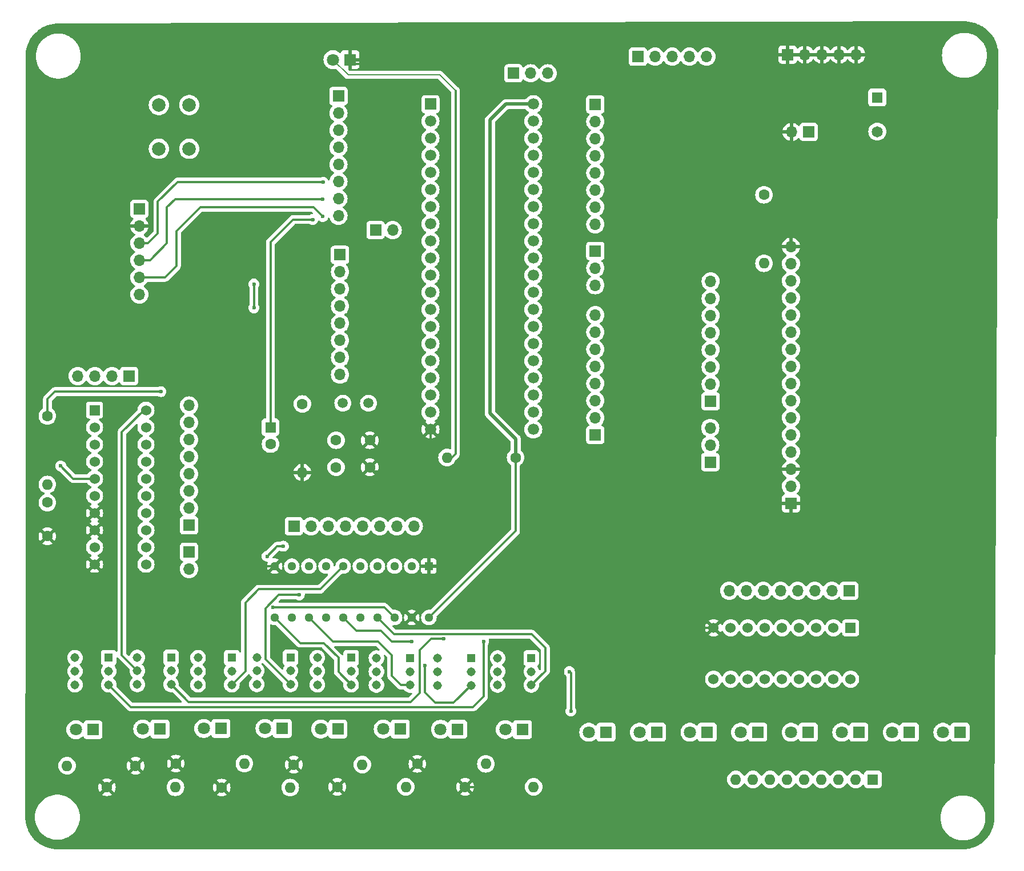
<source format=gbr>
%TF.GenerationSoftware,KiCad,Pcbnew,8.0.6*%
%TF.CreationDate,2025-03-15T16:55:39+05:30*%
%TF.ProjectId,8051_DEVboard,38303531-5f44-4455-9662-6f6172642e6b,rev?*%
%TF.SameCoordinates,Original*%
%TF.FileFunction,Copper,L2,Bot*%
%TF.FilePolarity,Positive*%
%FSLAX46Y46*%
G04 Gerber Fmt 4.6, Leading zero omitted, Abs format (unit mm)*
G04 Created by KiCad (PCBNEW 8.0.6) date 2025-03-15 16:55:39*
%MOMM*%
%LPD*%
G01*
G04 APERTURE LIST*
%TA.AperFunction,ComponentPad*%
%ADD10R,1.800000X1.800000*%
%TD*%
%TA.AperFunction,ComponentPad*%
%ADD11C,1.800000*%
%TD*%
%TA.AperFunction,ComponentPad*%
%ADD12R,1.600000X1.600000*%
%TD*%
%TA.AperFunction,ComponentPad*%
%ADD13O,1.600000X1.600000*%
%TD*%
%TA.AperFunction,ComponentPad*%
%ADD14C,1.600000*%
%TD*%
%TA.AperFunction,ComponentPad*%
%ADD15R,1.308000X1.308000*%
%TD*%
%TA.AperFunction,ComponentPad*%
%ADD16C,1.308000*%
%TD*%
%TA.AperFunction,ComponentPad*%
%ADD17R,1.700000X1.700000*%
%TD*%
%TA.AperFunction,ComponentPad*%
%ADD18O,1.700000X1.700000*%
%TD*%
%TA.AperFunction,ComponentPad*%
%ADD19R,1.295400X1.295400*%
%TD*%
%TA.AperFunction,ComponentPad*%
%ADD20C,1.295400*%
%TD*%
%TA.AperFunction,ComponentPad*%
%ADD21C,2.000000*%
%TD*%
%TA.AperFunction,ComponentPad*%
%ADD22R,1.676400X1.676400*%
%TD*%
%TA.AperFunction,ComponentPad*%
%ADD23C,1.676400*%
%TD*%
%TA.AperFunction,ComponentPad*%
%ADD24R,1.524000X1.524000*%
%TD*%
%TA.AperFunction,ComponentPad*%
%ADD25C,1.524000*%
%TD*%
%TA.AperFunction,ComponentPad*%
%ADD26C,1.500000*%
%TD*%
%TA.AperFunction,ComponentPad*%
%ADD27R,1.650000X1.650000*%
%TD*%
%TA.AperFunction,ComponentPad*%
%ADD28C,1.650000*%
%TD*%
%TA.AperFunction,ViaPad*%
%ADD29C,0.600000*%
%TD*%
%TA.AperFunction,Conductor*%
%ADD30C,0.300000*%
%TD*%
%TA.AperFunction,Conductor*%
%ADD31C,0.500000*%
%TD*%
%TA.AperFunction,Conductor*%
%ADD32C,0.200000*%
%TD*%
G04 APERTURE END LIST*
D10*
%TO.P,D1,1,K*%
%TO.N,Net-(D1-K)*%
X225175000Y-139850000D03*
D11*
%TO.P,D1,2,A*%
%TO.N,Net-(D1-A)*%
X222635000Y-139850000D03*
%TD*%
D12*
%TO.P,RN1,1,common*%
%TO.N,/VCC*%
X212255000Y-146850000D03*
D13*
%TO.P,RN1,2,R1*%
%TO.N,Net-(D1-A)*%
X209715000Y-146850000D03*
%TO.P,RN1,3,R2*%
%TO.N,Net-(D2-A)*%
X207175000Y-146850000D03*
%TO.P,RN1,4,R3*%
%TO.N,Net-(D3-A)*%
X204635000Y-146850000D03*
%TO.P,RN1,5,R4*%
%TO.N,Net-(D4-A)*%
X202095000Y-146850000D03*
%TO.P,RN1,6,R5*%
%TO.N,Net-(D5-A)*%
X199555000Y-146850000D03*
%TO.P,RN1,7,R6*%
%TO.N,Net-(D6-A)*%
X197015000Y-146850000D03*
%TO.P,RN1,8,R7*%
%TO.N,Net-(D7-A)*%
X194475000Y-146850000D03*
%TO.P,RN1,9,R8*%
%TO.N,Net-(D8-A)*%
X191935000Y-146850000D03*
%TD*%
D14*
%TO.P,270ohm2,1*%
%TO.N,/VCC*%
X159280000Y-99090000D03*
D13*
%TO.P,270ohm2,2*%
%TO.N,Net-(D9-A)*%
X149120000Y-99090000D03*
%TD*%
D14*
%TO.P,270ohm1,1*%
%TO.N,/VCC*%
X196110000Y-60120000D03*
D13*
%TO.P,270ohm1,2*%
%TO.N,Net-(J4-Pin_15)*%
X196110000Y-70280000D03*
%TD*%
D15*
%TO.P,S3,1*%
%TO.N,unconnected-(S3-Pad1)*%
X117205000Y-128790000D03*
D16*
%TO.P,S3,2*%
%TO.N,/VCC*%
X117205000Y-130790000D03*
%TO.P,S3,3*%
%TO.N,/SW_3*%
X117205000Y-132790000D03*
%TO.P,S3,4*%
%TO.N,unconnected-(S3-Pad4)*%
X112205000Y-128790000D03*
%TO.P,S3,5*%
%TO.N,/VCC*%
X112205000Y-130790000D03*
%TO.P,S3,6*%
%TO.N,/SW3_LED*%
X112205000Y-132790000D03*
%TD*%
D10*
%TO.P,D17,1,K*%
%TO.N,Net-(D17-K)*%
X132925000Y-139370000D03*
D11*
%TO.P,D17,2,A*%
%TO.N,/SW5_LED*%
X130385000Y-139370000D03*
%TD*%
D14*
%TO.P,270ohm,1*%
%TO.N,GND*%
X151795000Y-147940000D03*
D13*
%TO.P,270ohm,2*%
%TO.N,Net-(D15-K)*%
X161955000Y-147940000D03*
%TD*%
D17*
%TO.P,J6,1,Pin_1*%
%TO.N,/SENSOR_IN*%
X110870000Y-113080000D03*
D18*
%TO.P,J6,2,Pin_2*%
%TO.N,/VREF{slash}2*%
X110870000Y-115620000D03*
%TD*%
D15*
%TO.P,S6,1*%
%TO.N,unconnected-(S6-Pad1)*%
X143645000Y-128840000D03*
D16*
%TO.P,S6,2*%
%TO.N,/VCC*%
X143645000Y-130840000D03*
%TO.P,S6,3*%
%TO.N,/SW_6*%
X143645000Y-132840000D03*
%TO.P,S6,4*%
%TO.N,unconnected-(S6-Pad4)*%
X138645000Y-128840000D03*
%TO.P,S6,5*%
%TO.N,/VCC*%
X138645000Y-130840000D03*
%TO.P,S6,6*%
%TO.N,/SW6_LED*%
X138645000Y-132840000D03*
%TD*%
D19*
%TO.P,U3,1,\u002A1OE*%
%TO.N,GND*%
X146420000Y-115200000D03*
D20*
%TO.P,U3,2,1A1*%
%TO.N,/SW_1*%
X143880000Y-115200000D03*
%TO.P,U3,3,2Y4*%
%TO.N,/SW_8_out*%
X141340000Y-115200000D03*
%TO.P,U3,4,1A2*%
%TO.N,/SW_2*%
X138800000Y-115200000D03*
%TO.P,U3,5,2Y3*%
%TO.N,/SW_7_out*%
X136260000Y-115200000D03*
%TO.P,U3,6,1A3*%
%TO.N,/SW_3*%
X133720000Y-115200000D03*
%TO.P,U3,7,2Y2*%
%TO.N,/SW_6_out*%
X131180000Y-115200000D03*
%TO.P,U3,8,1A4*%
%TO.N,/SW_4*%
X128640000Y-115200000D03*
%TO.P,U3,9,2Y1*%
%TO.N,/SW_5_out*%
X126100000Y-115200000D03*
%TO.P,U3,10,GND*%
%TO.N,GND*%
X123560000Y-115200000D03*
%TO.P,U3,11,2A1*%
%TO.N,/SW_5*%
X123560000Y-122820000D03*
%TO.P,U3,12,1Y4*%
%TO.N,/SW_4_out*%
X126100000Y-122820000D03*
%TO.P,U3,13,2A2*%
%TO.N,/SW_6*%
X128640000Y-122820000D03*
%TO.P,U3,14,1Y3*%
%TO.N,/SW_3_out*%
X131180000Y-122820000D03*
%TO.P,U3,15,2A3*%
%TO.N,/SW_7*%
X133720000Y-122820000D03*
%TO.P,U3,16,1Y2*%
%TO.N,/SW_2_out*%
X136260000Y-122820000D03*
%TO.P,U3,17,2A4*%
%TO.N,/SW_8*%
X138800000Y-122820000D03*
%TO.P,U3,18,1Y1*%
%TO.N,/SW_1_out*%
X141340000Y-122820000D03*
%TO.P,U3,19,\u002A2OE*%
%TO.N,GND*%
X143880000Y-122820000D03*
%TO.P,U3,20,VCC*%
%TO.N,/VCC*%
X146420000Y-122820000D03*
%TD*%
D15*
%TO.P,S4,1*%
%TO.N,unconnected-(S4-Pad1)*%
X125915000Y-128740000D03*
D16*
%TO.P,S4,2*%
%TO.N,/VCC*%
X125915000Y-130740000D03*
%TO.P,S4,3*%
%TO.N,/SW_4*%
X125915000Y-132740000D03*
%TO.P,S4,4*%
%TO.N,unconnected-(S4-Pad4)*%
X120915000Y-128740000D03*
%TO.P,S4,5*%
%TO.N,/VCC*%
X120915000Y-130740000D03*
%TO.P,S4,6*%
%TO.N,/SW4_LED*%
X120915000Y-132740000D03*
%TD*%
D21*
%TO.P,SW1,1,1*%
%TO.N,Net-(10k1-Pad1)*%
X106400000Y-53300000D03*
X106400000Y-46800000D03*
%TO.P,SW1,2,2*%
%TO.N,Net-(J3-Pin_1)*%
X110900000Y-53300000D03*
X110900000Y-46800000D03*
%TD*%
D10*
%TO.P,D8,1,K*%
%TO.N,Net-(D8-K)*%
X172675000Y-139850000D03*
D11*
%TO.P,D8,2,A*%
%TO.N,Net-(D8-A)*%
X170135000Y-139850000D03*
%TD*%
D10*
%TO.P,D4,1,K*%
%TO.N,Net-(D4-K)*%
X202675000Y-139850000D03*
D11*
%TO.P,D4,2,A*%
%TO.N,Net-(D4-A)*%
X200135000Y-139850000D03*
%TD*%
D15*
%TO.P,S7,1*%
%TO.N,unconnected-(S7-Pad1)*%
X152715000Y-128870000D03*
D16*
%TO.P,S7,2*%
%TO.N,/VCC*%
X152715000Y-130870000D03*
%TO.P,S7,3*%
%TO.N,/SW_7*%
X152715000Y-132870000D03*
%TO.P,S7,4*%
%TO.N,unconnected-(S7-Pad4)*%
X147715000Y-128870000D03*
%TO.P,S7,5*%
%TO.N,/VCC*%
X147715000Y-130870000D03*
%TO.P,S7,6*%
%TO.N,/SW7_LED*%
X147715000Y-132870000D03*
%TD*%
D14*
%TO.P,270ohm9,1*%
%TO.N,GND*%
X132845000Y-147940000D03*
D13*
%TO.P,270ohm9,2*%
%TO.N,Net-(D16-K)*%
X143005000Y-147940000D03*
%TD*%
D15*
%TO.P,S8,1*%
%TO.N,unconnected-(S8-Pad1)*%
X161612500Y-128840000D03*
D16*
%TO.P,S8,2*%
%TO.N,/VCC*%
X161612500Y-130840000D03*
%TO.P,S8,3*%
%TO.N,/SW_8*%
X161612500Y-132840000D03*
%TO.P,S8,4*%
%TO.N,unconnected-(S8-Pad4)*%
X156612500Y-128840000D03*
%TO.P,S8,5*%
%TO.N,/VCC*%
X156612500Y-130840000D03*
%TO.P,S8,6*%
%TO.N,/SW8_LED*%
X156612500Y-132840000D03*
%TD*%
D14*
%TO.P,10k1,1*%
%TO.N,Net-(10k1-Pad1)*%
X127670000Y-91150000D03*
D13*
%TO.P,10k1,2*%
%TO.N,GND*%
X127670000Y-101310000D03*
%TD*%
D15*
%TO.P,S5,1*%
%TO.N,unconnected-(S5-Pad1)*%
X134895000Y-128790000D03*
D16*
%TO.P,S5,2*%
%TO.N,/VCC*%
X134895000Y-130790000D03*
%TO.P,S5,3*%
%TO.N,/SW_5*%
X134895000Y-132790000D03*
%TO.P,S5,4*%
%TO.N,unconnected-(S5-Pad4)*%
X129895000Y-128790000D03*
%TO.P,S5,5*%
%TO.N,/VCC*%
X129895000Y-130790000D03*
%TO.P,S5,6*%
%TO.N,/SW5_LED*%
X129895000Y-132790000D03*
%TD*%
D10*
%TO.P,D6,1,K*%
%TO.N,Net-(D6-K)*%
X187675000Y-139850000D03*
D11*
%TO.P,D6,2,A*%
%TO.N,Net-(D6-A)*%
X185135000Y-139850000D03*
%TD*%
D10*
%TO.P,D11,1,K*%
%TO.N,Net-(D11-K)*%
X106555000Y-139360000D03*
D11*
%TO.P,D11,2,A*%
%TO.N,/SW2_LED*%
X104015000Y-139360000D03*
%TD*%
D17*
%TO.P,J3,1,Pin_1*%
%TO.N,Net-(J3-Pin_1)*%
X138520000Y-65350000D03*
D18*
%TO.P,J3,2,Pin_2*%
%TO.N,/RST*%
X141060000Y-65350000D03*
%TD*%
D12*
%TO.P,1uF1,1*%
%TO.N,Net-(J3-Pin_1)*%
X122950000Y-94600000D03*
D14*
%TO.P,1uF1,2*%
%TO.N,Net-(10k1-Pad1)*%
X122950000Y-97100000D03*
%TD*%
D17*
%TO.P,OUTPUT_LED1,1,Pin_0*%
%TO.N,Net-(OUTPUT_LED1-Pin_0)*%
X208715000Y-118850000D03*
D18*
%TO.P,OUTPUT_LED1,2,Pin_1*%
%TO.N,Net-(OUTPUT_LED1-Pin_1)*%
X206175000Y-118850000D03*
%TO.P,OUTPUT_LED1,3,Pin_2*%
%TO.N,Net-(OUTPUT_LED1-Pin_2)*%
X203635000Y-118850000D03*
%TO.P,OUTPUT_LED1,4,Pin_3*%
%TO.N,Net-(OUTPUT_LED1-Pin_3)*%
X201095000Y-118850000D03*
%TO.P,OUTPUT_LED1,5,Pin_4*%
%TO.N,Net-(OUTPUT_LED1-Pin_4)*%
X198555000Y-118850000D03*
%TO.P,OUTPUT_LED1,6,Pin_5*%
%TO.N,Net-(OUTPUT_LED1-Pin_5)*%
X196015000Y-118850000D03*
%TO.P,OUTPUT_LED1,7,Pin_6*%
%TO.N,Net-(OUTPUT_LED1-Pin_6)*%
X193475000Y-118850000D03*
%TO.P,OUTPUT_LED1,8,Pin_7*%
%TO.N,Net-(OUTPUT_LED1-Pin_7)*%
X190935000Y-118850000D03*
%TD*%
D17*
%TO.P,RS_R/W_EN1,1,Pin_1*%
%TO.N,Net-(J4-Pin_4)*%
X188140000Y-99770000D03*
D18*
%TO.P,RS_R/W_EN1,2,Pin_2*%
%TO.N,Net-(J4-Pin_5)*%
X188140000Y-97230000D03*
%TO.P,RS_R/W_EN1,3,Pin_3*%
%TO.N,Net-(J4-Pin_6)*%
X188140000Y-94690000D03*
%TD*%
D22*
%TO.P,U1,1,(T2)_P1.0*%
%TO.N,Net-(Port_1-Pin_0)*%
X146660000Y-46670000D03*
D23*
%TO.P,U1,2,(T2_EX)_P1.1*%
%TO.N,Net-(Port_1-Pin_1)*%
X146660000Y-49210000D03*
%TO.P,U1,3,P1.2*%
%TO.N,Net-(Port_1-Pin_2)*%
X146660000Y-51750000D03*
%TO.P,U1,4,P1.3*%
%TO.N,Net-(Port_1-Pin_3)*%
X146660000Y-54290000D03*
%TO.P,U1,5,P1.4*%
%TO.N,Net-(Port_1-Pin_4)*%
X146660000Y-56830000D03*
%TO.P,U1,6,(MOSI)_P1.5*%
%TO.N,/MOSI*%
X146660000Y-59370000D03*
%TO.P,U1,7,(MISO)_P1.6*%
%TO.N,/MISO*%
X146660000Y-61910000D03*
%TO.P,U1,8,(SCK)_P1.7*%
%TO.N,/SCK*%
X146660000Y-64450000D03*
%TO.P,U1,9,RST*%
%TO.N,/RST*%
X146660000Y-66990000D03*
%TO.P,U1,10,(RXD)_P3.0*%
%TO.N,/RXD*%
X146660000Y-69530000D03*
%TO.P,U1,11,(TXD)_P3.1*%
%TO.N,/TXD*%
X146660000Y-72070000D03*
%TO.P,U1,12,(INT0)_P3.2*%
%TO.N,/INT0*%
X146660000Y-74610000D03*
%TO.P,U1,13,(INT1)_P3.3*%
%TO.N,/INT1*%
X146660000Y-77150000D03*
%TO.P,U1,14,(T0)_P3.4*%
%TO.N,/T0*%
X146660000Y-79690000D03*
%TO.P,U1,15,(T1)_P3.5*%
%TO.N,/T1*%
X146660000Y-82230000D03*
%TO.P,U1,16,(WR)_P3.6*%
%TO.N,/WR*%
X146660000Y-84770000D03*
%TO.P,U1,17,(RD)_P3.7*%
%TO.N,/RD*%
X146660000Y-87310000D03*
%TO.P,U1,18,XTAL2*%
%TO.N,Net-(U1-XTAL2)*%
X146660000Y-89850000D03*
%TO.P,U1,19,XTAL1*%
%TO.N,Net-(U1-XTAL1)*%
X146660000Y-92390000D03*
%TO.P,U1,20,GND*%
%TO.N,GND*%
X146660000Y-94930000D03*
%TO.P,U1,21,P2.0_(A8)*%
%TO.N,Net-(Port_2-Pin_0)*%
X161900000Y-94930000D03*
%TO.P,U1,22,P2.1_(A9)*%
%TO.N,Net-(Port_2-Pin_1)*%
X161900000Y-92390000D03*
%TO.P,U1,23,P2.2_(A10)*%
%TO.N,Net-(Port_2-Pin_2)*%
X161900000Y-89850000D03*
%TO.P,U1,24,P2.3_(A11)*%
%TO.N,Net-(Port_2-Pin_3)*%
X161900000Y-87310000D03*
%TO.P,U1,25,P2.4_(A12)*%
%TO.N,Net-(Port_2-Pin_4)*%
X161900000Y-84770000D03*
%TO.P,U1,26,P2.5_(A13)*%
%TO.N,Net-(Port_2-Pin_5)*%
X161900000Y-82230000D03*
%TO.P,U1,27,P2.6_(A14)*%
%TO.N,Net-(Port_2-Pin_6)*%
X161900000Y-79690000D03*
%TO.P,U1,28,P2.7_(A15)*%
%TO.N,Net-(Port_2-Pin_7)*%
X161900000Y-77150000D03*
%TO.P,U1,29,~PSEN*%
%TO.N,Net-(J5-Pin_3)*%
X161900000Y-74610000D03*
%TO.P,U1,30,ALE/~PROG*%
%TO.N,Net-(J5-Pin_2)*%
X161900000Y-72070000D03*
%TO.P,U1,31,~EA/VPP*%
%TO.N,Net-(J5-Pin_1)*%
X161900000Y-69530000D03*
%TO.P,U1,32,P0.7_(AD7)*%
%TO.N,Net-(Port_0-Pin_7)*%
X161900000Y-66990000D03*
%TO.P,U1,33,P0.6_(AD6)*%
%TO.N,Net-(Port_0-Pin_6)*%
X161900000Y-64450000D03*
%TO.P,U1,34,P0.5_(AD5)*%
%TO.N,Net-(Port_0-Pin_5)*%
X161900000Y-61910000D03*
%TO.P,U1,35,P0.4_(AD4)*%
%TO.N,Net-(Port_0-Pin_4)*%
X161900000Y-59370000D03*
%TO.P,U1,36,P0.3_(AD3)*%
%TO.N,Net-(Port_0-Pin_3)*%
X161900000Y-56830000D03*
%TO.P,U1,37,P0.2_(AD2)*%
%TO.N,Net-(Port_0-Pin_2)*%
X161900000Y-54290000D03*
%TO.P,U1,38,P0.1_(AD1)*%
%TO.N,Net-(Port_0-Pin_1)*%
X161900000Y-51750000D03*
%TO.P,U1,39,P0.0_(AD0)*%
%TO.N,Net-(Port_0-Pin_0)*%
X161900000Y-49210000D03*
%TO.P,U1,40,VCC*%
%TO.N,/VCC*%
X161900000Y-46670000D03*
%TD*%
D14*
%TO.P,270ohm4,1*%
%TO.N,GND*%
X98690000Y-148000000D03*
D13*
%TO.P,270ohm4,2*%
%TO.N,Net-(D11-K)*%
X108850000Y-148000000D03*
%TD*%
D15*
%TO.P,S1,1*%
%TO.N,unconnected-(S1-Pad1)*%
X98962500Y-128790000D03*
D16*
%TO.P,S1,2*%
%TO.N,/VCC*%
X98962500Y-130790000D03*
%TO.P,S1,3*%
%TO.N,/SW_1*%
X98962500Y-132790000D03*
%TO.P,S1,4*%
%TO.N,unconnected-(S1-Pad4)*%
X93962500Y-128790000D03*
%TO.P,S1,5*%
%TO.N,/VCC*%
X93962500Y-130790000D03*
%TO.P,S1,6*%
%TO.N,/SW1_LED*%
X93962500Y-132790000D03*
%TD*%
D14*
%TO.P,270ohm5,1*%
%TO.N,GND*%
X108915000Y-144490000D03*
D13*
%TO.P,270ohm5,2*%
%TO.N,Net-(D12-K)*%
X119075000Y-144490000D03*
%TD*%
D17*
%TO.P,J1,1,Pin_1*%
%TO.N,/P_VCC*%
X158970000Y-42100000D03*
D18*
%TO.P,J1,2,Pin_2*%
%TO.N,/VCC*%
X161510000Y-42100000D03*
%TO.P,J1,3,Pin_3*%
%TO.N,/PBT_VCC*%
X164050000Y-42100000D03*
%TD*%
D10*
%TO.P,D16,1,K*%
%TO.N,Net-(D16-K)*%
X142185000Y-139370000D03*
D11*
%TO.P,D16,2,A*%
%TO.N,/SW6_LED*%
X139645000Y-139370000D03*
%TD*%
D10*
%TO.P,D13,1,K*%
%TO.N,Net-(D13-K)*%
X150700000Y-139400000D03*
D11*
%TO.P,D13,2,A*%
%TO.N,/SW7_LED*%
X148160000Y-139400000D03*
%TD*%
D24*
%TO.P,U2,1,I1*%
%TO.N,Net-(OUTPUT_LED1-Pin_0)*%
X208955000Y-124350000D03*
D25*
%TO.P,U2,2,I2*%
%TO.N,Net-(OUTPUT_LED1-Pin_1)*%
X206415000Y-124350000D03*
%TO.P,U2,3,I3*%
%TO.N,Net-(OUTPUT_LED1-Pin_2)*%
X203875000Y-124350000D03*
%TO.P,U2,4,I4*%
%TO.N,Net-(OUTPUT_LED1-Pin_3)*%
X201335000Y-124350000D03*
%TO.P,U2,5,I5*%
%TO.N,Net-(OUTPUT_LED1-Pin_4)*%
X198795000Y-124350000D03*
%TO.P,U2,6,I6*%
%TO.N,Net-(OUTPUT_LED1-Pin_5)*%
X196255000Y-124350000D03*
%TO.P,U2,7,I7*%
%TO.N,Net-(OUTPUT_LED1-Pin_6)*%
X193715000Y-124350000D03*
%TO.P,U2,8,I8*%
%TO.N,Net-(OUTPUT_LED1-Pin_7)*%
X191175000Y-124350000D03*
%TO.P,U2,9,GND*%
%TO.N,GND*%
X188635000Y-124350000D03*
%TO.P,U2,10,COM*%
%TO.N,/VCC*%
X188635000Y-131970000D03*
%TO.P,U2,11,O8*%
%TO.N,Net-(D8-K)*%
X191175000Y-131970000D03*
%TO.P,U2,12,O7*%
%TO.N,Net-(D7-K)*%
X193715000Y-131970000D03*
%TO.P,U2,13,O6*%
%TO.N,Net-(D6-K)*%
X196255000Y-131970000D03*
%TO.P,U2,14,O5*%
%TO.N,Net-(D5-K)*%
X198795000Y-131970000D03*
%TO.P,U2,15,O4*%
%TO.N,Net-(D4-K)*%
X201335000Y-131970000D03*
%TO.P,U2,16,O3*%
%TO.N,Net-(D3-K)*%
X203875000Y-131970000D03*
%TO.P,U2,17,O2*%
%TO.N,Net-(D2-K)*%
X206415000Y-131970000D03*
%TO.P,U2,18,O1*%
%TO.N,Net-(D1-K)*%
X208955000Y-131970000D03*
%TD*%
D10*
%TO.P,D2,1,K*%
%TO.N,Net-(D2-K)*%
X217675000Y-139850000D03*
D11*
%TO.P,D2,2,A*%
%TO.N,Net-(D2-A)*%
X215135000Y-139850000D03*
%TD*%
D17*
%TO.P,J9,1,Pin_1*%
%TO.N,/VCC*%
X177430000Y-39630000D03*
D18*
%TO.P,J9,2,Pin_2*%
X179970000Y-39630000D03*
%TO.P,J9,3,Pin_3*%
X182510000Y-39630000D03*
%TO.P,J9,4,Pin_4*%
X185050000Y-39630000D03*
%TO.P,J9,5,Pin_5*%
X187590000Y-39630000D03*
%TD*%
D17*
%TO.P,GND_JMP1,1,Pin_1*%
%TO.N,/PBT_GND*%
X202750000Y-50800000D03*
D18*
%TO.P,GND_JMP1,2,Pin_2*%
%TO.N,GND*%
X200210000Y-50800000D03*
%TD*%
D10*
%TO.P,D9,1,K*%
%TO.N,GND*%
X134735000Y-40080000D03*
D11*
%TO.P,D9,2,A*%
%TO.N,Net-(D9-A)*%
X132195000Y-40080000D03*
%TD*%
D10*
%TO.P,D14,1,K*%
%TO.N,Net-(D14-K)*%
X124675000Y-139280000D03*
D11*
%TO.P,D14,2,A*%
%TO.N,/SW4_LED*%
X122135000Y-139280000D03*
%TD*%
D17*
%TO.P,Port_2,1,Pin_0*%
%TO.N,Net-(Port_2-Pin_0)*%
X171100000Y-95730000D03*
D18*
%TO.P,Port_2,2,Pin_1*%
%TO.N,Net-(Port_2-Pin_1)*%
X171100000Y-93190000D03*
%TO.P,Port_2,3,Pin_2*%
%TO.N,Net-(Port_2-Pin_2)*%
X171100000Y-90650000D03*
%TO.P,Port_2,4,Pin_3*%
%TO.N,Net-(Port_2-Pin_3)*%
X171100000Y-88110000D03*
%TO.P,Port_2,5,Pin_4*%
%TO.N,Net-(Port_2-Pin_4)*%
X171100000Y-85570000D03*
%TO.P,Port_2,6,Pin_5*%
%TO.N,Net-(Port_2-Pin_5)*%
X171100000Y-83030000D03*
%TO.P,Port_2,7,Pin_6*%
%TO.N,Net-(Port_2-Pin_6)*%
X171100000Y-80490000D03*
%TO.P,Port_2,8,Pin_7*%
%TO.N,Net-(Port_2-Pin_7)*%
X171100000Y-77950000D03*
%TD*%
D10*
%TO.P,D5,1,K*%
%TO.N,Net-(D5-K)*%
X195175000Y-139850000D03*
D11*
%TO.P,D5,2,A*%
%TO.N,Net-(D5-A)*%
X192635000Y-139850000D03*
%TD*%
D26*
%TO.P,Y1,1,1*%
%TO.N,Net-(U1-XTAL2)*%
X133670000Y-91030000D03*
%TO.P,Y1,2,2*%
%TO.N,Net-(U1-XTAL1)*%
X137470000Y-91030000D03*
%TD*%
D10*
%TO.P,D7,1,K*%
%TO.N,Net-(D7-K)*%
X180175000Y-139850000D03*
D11*
%TO.P,D7,2,A*%
%TO.N,Net-(D7-A)*%
X177635000Y-139850000D03*
%TD*%
D17*
%TO.P,OUTPUT_LED2,1,Pin_0*%
%TO.N,/SW_1_out*%
X126410000Y-109270000D03*
D18*
%TO.P,OUTPUT_LED2,2,Pin_1*%
%TO.N,/SW_2_out*%
X128950000Y-109270000D03*
%TO.P,OUTPUT_LED2,3,Pin_2*%
%TO.N,/SW_3_out*%
X131490000Y-109270000D03*
%TO.P,OUTPUT_LED2,4,Pin_3*%
%TO.N,/SW_4_out*%
X134030000Y-109270000D03*
%TO.P,OUTPUT_LED2,5,Pin_4*%
%TO.N,/SW_5_out*%
X136570000Y-109270000D03*
%TO.P,OUTPUT_LED2,6,Pin_5*%
%TO.N,/SW_6_out*%
X139110000Y-109270000D03*
%TO.P,OUTPUT_LED2,7,Pin_6*%
%TO.N,/SW_7_out*%
X141650000Y-109270000D03*
%TO.P,OUTPUT_LED2,8,Pin_7*%
%TO.N,/SW_8_out*%
X144190000Y-109270000D03*
%TD*%
D14*
%TO.P,270ohm3,1*%
%TO.N,GND*%
X102945000Y-144820000D03*
D13*
%TO.P,270ohm3,2*%
%TO.N,Net-(D10-K)*%
X92785000Y-144820000D03*
%TD*%
D15*
%TO.P,S2,1*%
%TO.N,unconnected-(S2-Pad1)*%
X108202500Y-128750000D03*
D16*
%TO.P,S2,2*%
%TO.N,/VCC*%
X108202500Y-130750000D03*
%TO.P,S2,3*%
%TO.N,/SW_2*%
X108202500Y-132750000D03*
%TO.P,S2,4*%
%TO.N,unconnected-(S2-Pad4)*%
X103202500Y-128750000D03*
%TO.P,S2,5*%
%TO.N,/VCC*%
X103202500Y-130750000D03*
%TO.P,S2,6*%
%TO.N,/SW2_LED*%
X103202500Y-132750000D03*
%TD*%
D17*
%TO.P,J2,1,Pin_1*%
%TO.N,/~CS*%
X101990000Y-87000000D03*
D18*
%TO.P,J2,2,Pin_2*%
%TO.N,/~RD*%
X99450000Y-87000000D03*
%TO.P,J2,3,Pin_3*%
%TO.N,/~WR*%
X96910000Y-87000000D03*
%TO.P,J2,4,Pin_4*%
%TO.N,/~INTR*%
X94370000Y-87000000D03*
%TD*%
D24*
%TO.P,U4,1,~CS*%
%TO.N,/~CS*%
X96860000Y-92060000D03*
D25*
%TO.P,U4,2,~RD*%
%TO.N,/~RD*%
X96860000Y-94600000D03*
%TO.P,U4,3,~WR*%
%TO.N,/~WR*%
X96860000Y-97140000D03*
%TO.P,U4,4,CLKIN*%
%TO.N,/CLKIN*%
X96860000Y-99680000D03*
%TO.P,U4,5,~INTR*%
%TO.N,/~INTR*%
X96860000Y-102220000D03*
%TO.P,U4,6,VIN+*%
%TO.N,/SENSOR_IN*%
X96860000Y-104760000D03*
%TO.P,U4,7,VIN-*%
%TO.N,GND*%
X96860000Y-107300000D03*
%TO.P,U4,8,AGND*%
X96860000Y-109840000D03*
%TO.P,U4,9,VREF/2*%
%TO.N,/VREF{slash}2*%
X96860000Y-112380000D03*
%TO.P,U4,10,DGND*%
%TO.N,GND*%
X96860000Y-114920000D03*
%TO.P,U4,11,DB7*%
%TO.N,/ADC_DB7*%
X104480000Y-114920000D03*
%TO.P,U4,12,DB6*%
%TO.N,/ADC_DB6*%
X104480000Y-112380000D03*
%TO.P,U4,13,DB5*%
%TO.N,/ADC_DB5*%
X104480000Y-109840000D03*
%TO.P,U4,14,DB4*%
%TO.N,/ADC_DB4*%
X104480000Y-107300000D03*
%TO.P,U4,15,DB3*%
%TO.N,/ADC_DB3*%
X104480000Y-104760000D03*
%TO.P,U4,16,DB2*%
%TO.N,/ADC_DB2*%
X104480000Y-102220000D03*
%TO.P,U4,17,DB1*%
%TO.N,/ADC_DB1*%
X104480000Y-99680000D03*
%TO.P,U4,18,DB0*%
%TO.N,/ADC_DB0*%
X104480000Y-97140000D03*
%TO.P,U4,19,CLKR*%
%TO.N,/CLKR*%
X104480000Y-94600000D03*
%TO.P,U4,20,VCC*%
%TO.N,/VCC*%
X104480000Y-92060000D03*
%TD*%
D14*
%TO.P,270ohm10,1*%
%TO.N,GND*%
X126395000Y-144650000D03*
D13*
%TO.P,270ohm10,2*%
%TO.N,Net-(D17-K)*%
X136555000Y-144650000D03*
%TD*%
D17*
%TO.P,Port_1,1,Pin_0*%
%TO.N,Net-(Port_1-Pin_0)*%
X133020000Y-45470000D03*
D18*
%TO.P,Port_1,2,Pin_1*%
%TO.N,Net-(Port_1-Pin_1)*%
X133020000Y-48010000D03*
%TO.P,Port_1,3,Pin_2*%
%TO.N,Net-(Port_1-Pin_2)*%
X133020000Y-50550000D03*
%TO.P,Port_1,4,Pin_3*%
%TO.N,Net-(Port_1-Pin_3)*%
X133020000Y-53090000D03*
%TO.P,Port_1,5,Pin_4*%
%TO.N,Net-(Port_1-Pin_4)*%
X133020000Y-55630000D03*
%TO.P,Port_1,6,Pin_5*%
%TO.N,/MOSI*%
X133020000Y-58170000D03*
%TO.P,Port_1,7,Pin_6*%
%TO.N,/MISO*%
X133020000Y-60710000D03*
%TO.P,Port_1,8,Pin_7*%
%TO.N,/SCK*%
X133020000Y-63250000D03*
%TD*%
D27*
%TO.P,PBT_CONNECTOR1,1,1*%
%TO.N,/PBT_VCC*%
X212900000Y-45670000D03*
D28*
%TO.P,PBT_CONNECTOR1,2,2*%
%TO.N,/PBT_GND*%
X212900000Y-50750000D03*
%TD*%
D14*
%TO.P,270ohm8,1*%
%TO.N,GND*%
X144715000Y-144530000D03*
D13*
%TO.P,270ohm8,2*%
%TO.N,Net-(D13-K)*%
X154875000Y-144530000D03*
%TD*%
D14*
%TO.P,C1,1*%
%TO.N,GND*%
X137670000Y-100530000D03*
%TO.P,C1,2*%
%TO.N,Net-(U1-XTAL2)*%
X132670000Y-100530000D03*
%TD*%
D10*
%TO.P,D3,1,K*%
%TO.N,Net-(D3-K)*%
X210175000Y-139850000D03*
D11*
%TO.P,D3,2,A*%
%TO.N,Net-(D3-A)*%
X207635000Y-139850000D03*
%TD*%
D10*
%TO.P,D10,1,K*%
%TO.N,Net-(D10-K)*%
X96625000Y-139470000D03*
D11*
%TO.P,D10,2,A*%
%TO.N,/SW1_LED*%
X94085000Y-139470000D03*
%TD*%
D14*
%TO.P,270ohm6,1*%
%TO.N,GND*%
X115710000Y-148040000D03*
D13*
%TO.P,270ohm6,2*%
%TO.N,Net-(D14-K)*%
X125870000Y-148040000D03*
%TD*%
D17*
%TO.P,J5,1,Pin_1*%
%TO.N,Net-(J5-Pin_1)*%
X171100000Y-68450000D03*
D18*
%TO.P,J5,2,Pin_2*%
%TO.N,Net-(J5-Pin_2)*%
X171100000Y-70990000D03*
%TO.P,J5,3,Pin_3*%
%TO.N,Net-(J5-Pin_3)*%
X171100000Y-73530000D03*
%TD*%
D17*
%TO.P,J4,1,Pin_1*%
%TO.N,GND*%
X200100000Y-105900000D03*
D18*
%TO.P,J4,2,Pin_2*%
%TO.N,/VCC*%
X200100000Y-103360000D03*
%TO.P,J4,3,Pin_3*%
%TO.N,GND*%
X200100000Y-100820000D03*
%TO.P,J4,4,Pin_4*%
%TO.N,Net-(J4-Pin_4)*%
X200100000Y-98280000D03*
%TO.P,J4,5,Pin_5*%
%TO.N,Net-(J4-Pin_5)*%
X200100000Y-95740000D03*
%TO.P,J4,6,Pin_6*%
%TO.N,Net-(J4-Pin_6)*%
X200100000Y-93200000D03*
%TO.P,J4,7,Pin_7*%
%TO.N,Net-(J4-Pin_7)*%
X200100000Y-90660000D03*
%TO.P,J4,8,Pin_8*%
%TO.N,Net-(J4-Pin_8)*%
X200100000Y-88120000D03*
%TO.P,J4,9,Pin_9*%
%TO.N,Net-(J4-Pin_9)*%
X200100000Y-85580000D03*
%TO.P,J4,10,Pin_10*%
%TO.N,Net-(J4-Pin_10)*%
X200100000Y-83040000D03*
%TO.P,J4,11,Pin_11*%
%TO.N,Net-(J4-Pin_11)*%
X200100000Y-80500000D03*
%TO.P,J4,12,Pin_12*%
%TO.N,Net-(J4-Pin_12)*%
X200100000Y-77960000D03*
%TO.P,J4,13,Pin_13*%
%TO.N,Net-(J4-Pin_13)*%
X200100000Y-75420000D03*
%TO.P,J4,14,Pin_14*%
%TO.N,Net-(J4-Pin_14)*%
X200100000Y-72880000D03*
%TO.P,J4,15,Pin_15*%
%TO.N,Net-(J4-Pin_15)*%
X200100000Y-70340000D03*
%TO.P,J4,16,Pin_16*%
%TO.N,GND*%
X200100000Y-67800000D03*
%TD*%
D14*
%TO.P,10K2,1*%
%TO.N,/CLKR*%
X89870000Y-92930000D03*
D13*
%TO.P,10K2,2*%
%TO.N,/CLKIN*%
X89870000Y-103090000D03*
%TD*%
D14*
%TO.P,C2,1*%
%TO.N,GND*%
X137670000Y-96530000D03*
%TO.P,C2,2*%
%TO.N,Net-(U1-XTAL1)*%
X132670000Y-96530000D03*
%TD*%
D17*
%TO.P,LCD_DATA1,1,Pin_0*%
%TO.N,Net-(J4-Pin_7)*%
X188200000Y-90740000D03*
D18*
%TO.P,LCD_DATA1,2,Pin_1*%
%TO.N,Net-(J4-Pin_8)*%
X188200000Y-88200000D03*
%TO.P,LCD_DATA1,3,Pin_2*%
%TO.N,Net-(J4-Pin_9)*%
X188200000Y-85660000D03*
%TO.P,LCD_DATA1,4,Pin_3*%
%TO.N,Net-(J4-Pin_10)*%
X188200000Y-83120000D03*
%TO.P,LCD_DATA1,5,Pin_4*%
%TO.N,Net-(J4-Pin_11)*%
X188200000Y-80580000D03*
%TO.P,LCD_DATA1,6,Pin_5*%
%TO.N,Net-(J4-Pin_12)*%
X188200000Y-78040000D03*
%TO.P,LCD_DATA1,7,Pin_6*%
%TO.N,Net-(J4-Pin_13)*%
X188200000Y-75500000D03*
%TO.P,LCD_DATA1,8,Pin_7*%
%TO.N,Net-(J4-Pin_14)*%
X188200000Y-72960000D03*
%TD*%
D17*
%TO.P,J8,1,Pin_1*%
%TO.N,GND*%
X199620000Y-39320000D03*
D18*
%TO.P,J8,2,Pin_2*%
X202160000Y-39320000D03*
%TO.P,J8,3,Pin_3*%
X204700000Y-39320000D03*
%TO.P,J8,4,Pin_4*%
X207240000Y-39320000D03*
%TO.P,J8,5,Pin_5*%
X209780000Y-39320000D03*
%TD*%
D10*
%TO.P,D12,1,K*%
%TO.N,Net-(D12-K)*%
X115595000Y-139290000D03*
D11*
%TO.P,D12,2,A*%
%TO.N,/SW3_LED*%
X113055000Y-139290000D03*
%TD*%
D17*
%TO.P,Port_3,1,Pin_0*%
%TO.N,/RXD*%
X133250000Y-69020000D03*
D18*
%TO.P,Port_3,2,Pin_1*%
%TO.N,/TXD*%
X133250000Y-71560000D03*
%TO.P,Port_3,3,Pin_2*%
%TO.N,/INT0*%
X133250000Y-74100000D03*
%TO.P,Port_3,4,Pin_3*%
%TO.N,/INT1*%
X133250000Y-76640000D03*
%TO.P,Port_3,5,Pin_4*%
%TO.N,/T0*%
X133250000Y-79180000D03*
%TO.P,Port_3,6,Pin_5*%
%TO.N,/T1*%
X133250000Y-81720000D03*
%TO.P,Port_3,7,Pin_6*%
%TO.N,/WR*%
X133250000Y-84260000D03*
%TO.P,Port_3,8,Pin_7*%
%TO.N,/RD*%
X133250000Y-86800000D03*
%TD*%
D14*
%TO.P,C3,1*%
%TO.N,/CLKIN*%
X89870000Y-105770000D03*
%TO.P,C3,2*%
%TO.N,GND*%
X89870000Y-110770000D03*
%TD*%
D10*
%TO.P,D15,1,K*%
%TO.N,Net-(D15-K)*%
X160285000Y-139440000D03*
D11*
%TO.P,D15,2,A*%
%TO.N,/SW8_LED*%
X157745000Y-139440000D03*
%TD*%
D17*
%TO.P,Programming_Pins1,1,Pin_1*%
%TO.N,/P_VCC*%
X103510000Y-62210000D03*
D18*
%TO.P,Programming_Pins1,2,Pin_2*%
%TO.N,GND*%
X103510000Y-64750000D03*
%TO.P,Programming_Pins1,3,Pin_3*%
%TO.N,/MOSI*%
X103510000Y-67290000D03*
%TO.P,Programming_Pins1,4,Pin_4*%
%TO.N,/MISO*%
X103510000Y-69830000D03*
%TO.P,Programming_Pins1,5,Pin_5*%
%TO.N,/SCK*%
X103510000Y-72370000D03*
%TO.P,Programming_Pins1,6,Pin_6*%
%TO.N,/RST*%
X103510000Y-74910000D03*
%TD*%
D17*
%TO.P,ADC_DATA1,1,Pin_0*%
%TO.N,/ADC_DB7*%
X110870000Y-109150000D03*
D18*
%TO.P,ADC_DATA1,2,Pin_1*%
%TO.N,/ADC_DB6*%
X110870000Y-106610000D03*
%TO.P,ADC_DATA1,3,Pin_2*%
%TO.N,/ADC_DB5*%
X110870000Y-104070000D03*
%TO.P,ADC_DATA1,4,Pin_3*%
%TO.N,/ADC_DB4*%
X110870000Y-101530000D03*
%TO.P,ADC_DATA1,5,Pin_4*%
%TO.N,/ADC_DB3*%
X110870000Y-98990000D03*
%TO.P,ADC_DATA1,6,Pin_5*%
%TO.N,/ADC_DB2*%
X110870000Y-96450000D03*
%TO.P,ADC_DATA1,7,Pin_6*%
%TO.N,/ADC_DB1*%
X110870000Y-93910000D03*
%TO.P,ADC_DATA1,8,Pin_7*%
%TO.N,/ADC_DB0*%
X110870000Y-91370000D03*
%TD*%
D17*
%TO.P,Port_0,1,Pin_0*%
%TO.N,Net-(Port_0-Pin_0)*%
X171100000Y-46710000D03*
D18*
%TO.P,Port_0,2,Pin_1*%
%TO.N,Net-(Port_0-Pin_1)*%
X171100000Y-49250000D03*
%TO.P,Port_0,3,Pin_2*%
%TO.N,Net-(Port_0-Pin_2)*%
X171100000Y-51790000D03*
%TO.P,Port_0,4,Pin_3*%
%TO.N,Net-(Port_0-Pin_3)*%
X171100000Y-54330000D03*
%TO.P,Port_0,5,Pin_4*%
%TO.N,Net-(Port_0-Pin_4)*%
X171100000Y-56870000D03*
%TO.P,Port_0,6,Pin_5*%
%TO.N,Net-(Port_0-Pin_5)*%
X171100000Y-59410000D03*
%TO.P,Port_0,7,Pin_6*%
%TO.N,Net-(Port_0-Pin_6)*%
X171100000Y-61950000D03*
%TO.P,Port_0,8,Pin_7*%
%TO.N,Net-(Port_0-Pin_7)*%
X171100000Y-64490000D03*
%TD*%
D29*
%TO.N,Net-(J3-Pin_1)*%
X129200000Y-63800000D03*
%TO.N,Net-(10k1-Pad1)*%
X120480000Y-76890000D03*
X120480000Y-73360000D03*
%TO.N,GND*%
X151545000Y-105905000D03*
%TO.N,/VCC*%
X167470000Y-136697500D03*
X167260000Y-130840000D03*
%TO.N,/MOSI*%
X130750000Y-58250000D03*
%TO.N,/MISO*%
X130700000Y-60800000D03*
%TO.N,/SCK*%
X130700000Y-63350000D03*
%TO.N,/SW_7*%
X143900000Y-126410000D03*
X145800000Y-129980000D03*
%TO.N,/SW_4*%
X127210000Y-119480000D03*
%TO.N,/SW_1*%
X154540000Y-126400000D03*
%TO.N,/SW_2*%
X148620000Y-125950000D03*
%TO.N,/CLKR*%
X106700000Y-89310000D03*
%TO.N,/~INTR*%
X91840000Y-100350000D03*
%TO.N,/SW_1_out*%
X123320000Y-121270000D03*
%TO.N,/SW_3_out*%
X124880000Y-112250000D03*
X122445000Y-113740000D03*
%TD*%
D30*
%TO.N,Net-(J3-Pin_1)*%
X126260000Y-63800000D02*
X122950000Y-67110000D01*
X122950000Y-67110000D02*
X122950000Y-94600000D01*
X129200000Y-63800000D02*
X126260000Y-63800000D01*
%TO.N,Net-(10k1-Pad1)*%
X120480000Y-76890000D02*
X120480000Y-73360000D01*
X120480000Y-73360000D02*
X120480000Y-73300000D01*
%TO.N,GND*%
X123560000Y-115200000D02*
X121990000Y-115200000D01*
X155180000Y-36530000D02*
X151000000Y-40710000D01*
X182130000Y-124350000D02*
X168210000Y-138270000D01*
X138260000Y-101120000D02*
X146760000Y-101120000D01*
X199620000Y-44250000D02*
X199620000Y-39320000D01*
X120830000Y-114040000D02*
X120830000Y-105230000D01*
X123980000Y-102070000D02*
X124740000Y-101310000D01*
X146770000Y-101130000D02*
X151545000Y-105905000D01*
X146760000Y-101120000D02*
X146770000Y-101130000D01*
X87980000Y-108880000D02*
X89870000Y-110770000D01*
X137670000Y-100530000D02*
X138260000Y-101120000D01*
X200210000Y-44840000D02*
X200210000Y-50800000D01*
X146420000Y-120280000D02*
X143880000Y-122820000D01*
X121990000Y-115200000D02*
X120830000Y-114040000D01*
X200210000Y-44840000D02*
X191900000Y-36530000D01*
X191900000Y-36530000D02*
X155180000Y-36530000D01*
X151000000Y-40710000D02*
X135365000Y-40710000D01*
X155440000Y-147940000D02*
X151795000Y-147940000D01*
X87980000Y-75630000D02*
X87980000Y-108880000D01*
X165110000Y-138270000D02*
X155440000Y-147940000D01*
X98860000Y-64750000D02*
X87980000Y-75630000D01*
X146420000Y-115200000D02*
X146420000Y-120280000D01*
X124740000Y-101310000D02*
X127670000Y-101310000D01*
X135365000Y-40710000D02*
X134735000Y-40080000D01*
X103510000Y-64750000D02*
X98860000Y-64750000D01*
X123980000Y-102080000D02*
X123980000Y-102070000D01*
X120830000Y-105230000D02*
X123980000Y-102080000D01*
X168210000Y-138270000D02*
X165110000Y-138270000D01*
X146660000Y-94930000D02*
X146660000Y-101020000D01*
X200210000Y-44840000D02*
X199620000Y-44250000D01*
X188635000Y-124350000D02*
X182130000Y-124350000D01*
X146660000Y-101020000D02*
X146770000Y-101130000D01*
%TO.N,/VCC*%
X104190000Y-92060000D02*
X100910000Y-95340000D01*
D31*
X161900000Y-46670000D02*
X157840000Y-46670000D01*
X155490000Y-92530000D02*
X159280000Y-96320000D01*
D30*
X100910000Y-128457500D02*
X103202500Y-130750000D01*
X104480000Y-92060000D02*
X104190000Y-92060000D01*
X167470000Y-131050000D02*
X167260000Y-130840000D01*
X100910000Y-95340000D02*
X100910000Y-128457500D01*
X167470000Y-136697500D02*
X167470000Y-131050000D01*
D31*
X159280000Y-96320000D02*
X159280000Y-99090000D01*
D30*
X159280000Y-109960000D02*
X159280000Y-99090000D01*
X146420000Y-122820000D02*
X159280000Y-109960000D01*
D31*
X155490000Y-49020000D02*
X155490000Y-92530000D01*
X157840000Y-46670000D02*
X155490000Y-49020000D01*
D32*
%TO.N,Net-(D9-A)*%
X148060000Y-42340000D02*
X150370000Y-44650000D01*
D30*
X150370000Y-98530000D02*
X150370000Y-44650000D01*
X149810000Y-99090000D02*
X149120000Y-99090000D01*
D32*
X132195000Y-40080000D02*
X134455000Y-42340000D01*
D30*
X150370000Y-98530000D02*
X149810000Y-99090000D01*
D32*
X134455000Y-42340000D02*
X148060000Y-42340000D01*
D30*
%TO.N,/MOSI*%
X106250000Y-61150000D02*
X106250000Y-65850000D01*
X109150000Y-58250000D02*
X106250000Y-61150000D01*
X106250000Y-65850000D02*
X104810000Y-67290000D01*
X104810000Y-67290000D02*
X103510000Y-67290000D01*
X130750000Y-58250000D02*
X109150000Y-58250000D01*
%TO.N,/MISO*%
X107600000Y-67300000D02*
X105070000Y-69830000D01*
X107600000Y-62000000D02*
X107600000Y-67300000D01*
X130700000Y-60800000D02*
X108800000Y-60800000D01*
X108800000Y-60800000D02*
X107600000Y-62000000D01*
X105070000Y-69830000D02*
X103510000Y-69830000D01*
%TO.N,/SCK*%
X129330000Y-61980000D02*
X112520000Y-61980000D01*
X109000000Y-65500000D02*
X109000000Y-70650000D01*
X107280000Y-72370000D02*
X103510000Y-72370000D01*
X112520000Y-61980000D02*
X109000000Y-65500000D01*
X109000000Y-70650000D02*
X107280000Y-72370000D01*
X130700000Y-63350000D02*
X129330000Y-61980000D01*
%TO.N,/SW_7*%
X145800000Y-133890000D02*
X147390000Y-135480000D01*
X150105000Y-135480000D02*
X152715000Y-132870000D01*
X145800000Y-129980000D02*
X145800000Y-133890000D01*
X147390000Y-135480000D02*
X150105000Y-135480000D01*
X139300000Y-124760000D02*
X140950000Y-126410000D01*
X133720000Y-122820000D02*
X135660000Y-124760000D01*
X140950000Y-126410000D02*
X143900000Y-126410000D01*
X135660000Y-124760000D02*
X139300000Y-124760000D01*
%TO.N,/SW_4*%
X122200000Y-129025000D02*
X122200000Y-121470761D01*
X122200000Y-121470761D02*
X124190761Y-119480000D01*
X125915000Y-132740000D02*
X122200000Y-129025000D01*
X124190761Y-119480000D02*
X127210000Y-119480000D01*
%TO.N,/SW_1*%
X154540000Y-134490000D02*
X152930000Y-136100000D01*
X102272500Y-136100000D02*
X98962500Y-132790000D01*
X152930000Y-136100000D02*
X102272500Y-136100000D01*
X154540000Y-126400000D02*
X154540000Y-134490000D01*
%TO.N,/SW_5*%
X134895000Y-132790000D02*
X133010000Y-130905000D01*
X127350000Y-126610000D02*
X123560000Y-122820000D01*
X133010000Y-130905000D02*
X133010000Y-128790000D01*
X133010000Y-128790000D02*
X130830000Y-126610000D01*
X130830000Y-126610000D02*
X127350000Y-126610000D01*
%TO.N,/SW_2*%
X148620000Y-125950000D02*
X146760000Y-125950000D01*
X146760000Y-125950000D02*
X145050000Y-127660000D01*
X110782500Y-135330000D02*
X108202500Y-132750000D01*
X143690000Y-135330000D02*
X110782500Y-135330000D01*
X145050000Y-133970000D02*
X143690000Y-135330000D01*
X145050000Y-127660000D02*
X145050000Y-133970000D01*
%TO.N,/SW_8*%
X141280000Y-125300000D02*
X161680000Y-125300000D01*
X163700000Y-130752500D02*
X161612500Y-132840000D01*
X138800000Y-122820000D02*
X141280000Y-125300000D01*
X163700000Y-127320000D02*
X163700000Y-130752500D01*
X161680000Y-125300000D02*
X163700000Y-127320000D01*
%TO.N,/SW_6*%
X132222894Y-126402894D02*
X128640000Y-122820000D01*
X142260000Y-132840000D02*
X140920000Y-131500000D01*
X140920000Y-131500000D02*
X140920000Y-128440000D01*
X138882894Y-126402894D02*
X132222894Y-126402894D01*
X140920000Y-128440000D02*
X138882894Y-126402894D01*
X143645000Y-132840000D02*
X142260000Y-132840000D01*
%TO.N,/SW_3*%
X117205000Y-132790000D02*
X119210000Y-130785000D01*
X121230000Y-118620000D02*
X130320000Y-118620000D01*
X119210000Y-120640000D02*
X121230000Y-118620000D01*
X119210000Y-130785000D02*
X119210000Y-120640000D01*
X130320000Y-118620000D02*
X130320000Y-118600000D01*
X130320000Y-118600000D02*
X133720000Y-115200000D01*
%TO.N,/CLKR*%
X89870000Y-90440000D02*
X89870000Y-92930000D01*
X106700000Y-89310000D02*
X91000000Y-89310000D01*
X91000000Y-89310000D02*
X89870000Y-90440000D01*
%TO.N,/~INTR*%
X93710000Y-102220000D02*
X96860000Y-102220000D01*
X91840000Y-100350000D02*
X93710000Y-102220000D01*
%TO.N,/SW_1_out*%
X123320000Y-121270000D02*
X139790000Y-121270000D01*
X139790000Y-121270000D02*
X141340000Y-122820000D01*
%TO.N,/SW_3_out*%
X122445000Y-113740000D02*
X123935000Y-112250000D01*
X123935000Y-112250000D02*
X124880000Y-112250000D01*
%TD*%
%TA.AperFunction,Conductor*%
%TO.N,GND*%
G36*
X201694075Y-39127007D02*
G01*
X201660000Y-39254174D01*
X201660000Y-39385826D01*
X201694075Y-39512993D01*
X201726988Y-39570000D01*
X200053012Y-39570000D01*
X200085925Y-39512993D01*
X200120000Y-39385826D01*
X200120000Y-39254174D01*
X200085925Y-39127007D01*
X200053012Y-39070000D01*
X201726988Y-39070000D01*
X201694075Y-39127007D01*
G37*
%TD.AperFunction*%
%TA.AperFunction,Conductor*%
G36*
X204234075Y-39127007D02*
G01*
X204200000Y-39254174D01*
X204200000Y-39385826D01*
X204234075Y-39512993D01*
X204266988Y-39570000D01*
X202593012Y-39570000D01*
X202625925Y-39512993D01*
X202660000Y-39385826D01*
X202660000Y-39254174D01*
X202625925Y-39127007D01*
X202593012Y-39070000D01*
X204266988Y-39070000D01*
X204234075Y-39127007D01*
G37*
%TD.AperFunction*%
%TA.AperFunction,Conductor*%
G36*
X206774075Y-39127007D02*
G01*
X206740000Y-39254174D01*
X206740000Y-39385826D01*
X206774075Y-39512993D01*
X206806988Y-39570000D01*
X205133012Y-39570000D01*
X205165925Y-39512993D01*
X205200000Y-39385826D01*
X205200000Y-39254174D01*
X205165925Y-39127007D01*
X205133012Y-39070000D01*
X206806988Y-39070000D01*
X206774075Y-39127007D01*
G37*
%TD.AperFunction*%
%TA.AperFunction,Conductor*%
G36*
X209314075Y-39127007D02*
G01*
X209280000Y-39254174D01*
X209280000Y-39385826D01*
X209314075Y-39512993D01*
X209346988Y-39570000D01*
X207673012Y-39570000D01*
X207705925Y-39512993D01*
X207740000Y-39385826D01*
X207740000Y-39254174D01*
X207705925Y-39127007D01*
X207673012Y-39070000D01*
X209346988Y-39070000D01*
X209314075Y-39127007D01*
G37*
%TD.AperFunction*%
%TA.AperFunction,Conductor*%
G36*
X225992473Y-34398136D02*
G01*
X226408940Y-34428647D01*
X226419411Y-34429864D01*
X226832942Y-34495823D01*
X226843242Y-34497917D01*
X227249715Y-34598773D01*
X227259805Y-34601738D01*
X227656225Y-34736750D01*
X227666031Y-34740562D01*
X227878559Y-34833768D01*
X228049528Y-34908748D01*
X228058994Y-34913388D01*
X228426831Y-35113546D01*
X228435857Y-35118967D01*
X228700655Y-35293737D01*
X228785361Y-35349644D01*
X228793904Y-35355820D01*
X229122545Y-35615345D01*
X229130533Y-35622224D01*
X229435942Y-35908727D01*
X229443317Y-35916260D01*
X229723283Y-36227663D01*
X229729987Y-36235790D01*
X229801693Y-36330655D01*
X229982506Y-36569868D01*
X229988499Y-36578541D01*
X230211709Y-36932830D01*
X230216945Y-36941980D01*
X230409267Y-37313972D01*
X230413706Y-37323534D01*
X230573736Y-37710516D01*
X230577346Y-37720420D01*
X230703921Y-38119577D01*
X230706678Y-38129753D01*
X230798894Y-38538235D01*
X230800776Y-38548607D01*
X230857962Y-38963434D01*
X230858957Y-38973929D01*
X230880816Y-39394318D01*
X230880981Y-39401447D01*
X230250837Y-152640714D01*
X230250578Y-152648067D01*
X230224237Y-153053338D01*
X230223024Y-153064354D01*
X230160823Y-153464224D01*
X230158632Y-153475089D01*
X230060971Y-153867818D01*
X230057819Y-153878443D01*
X229925480Y-154260889D01*
X229921391Y-154271191D01*
X229755428Y-154640295D01*
X229750435Y-154650190D01*
X229552186Y-155002986D01*
X229546330Y-155012396D01*
X229317367Y-155346086D01*
X229310694Y-155354936D01*
X229052847Y-155666851D01*
X229045411Y-155675069D01*
X228760743Y-155962714D01*
X228752603Y-155970235D01*
X228443390Y-156231311D01*
X228434610Y-156238076D01*
X228103319Y-156470499D01*
X228093970Y-156476453D01*
X227743241Y-156678369D01*
X227733399Y-156683463D01*
X227366055Y-156853251D01*
X227355796Y-156857447D01*
X226974753Y-156993756D01*
X226964161Y-156997019D01*
X226572476Y-157098759D01*
X226561635Y-157101064D01*
X226162415Y-157167424D01*
X226151412Y-157168751D01*
X225748538Y-157199149D01*
X225739208Y-157199500D01*
X91504106Y-157199500D01*
X91492476Y-157198599D01*
X91448692Y-157199475D01*
X91446213Y-157199500D01*
X91444258Y-157199500D01*
X91441474Y-157199469D01*
X91402740Y-157198599D01*
X91047113Y-157190611D01*
X91036610Y-157189928D01*
X90646168Y-157147845D01*
X90635760Y-157146274D01*
X90250290Y-157071230D01*
X90240053Y-157068782D01*
X89862327Y-156961315D01*
X89852335Y-156958007D01*
X89485099Y-156818899D01*
X89475423Y-156814756D01*
X89121309Y-156645005D01*
X89112019Y-156640057D01*
X88773553Y-156440873D01*
X88764732Y-156435164D01*
X88444391Y-156208001D01*
X88436072Y-156201554D01*
X88136141Y-155948033D01*
X88128399Y-155940904D01*
X87851068Y-155662881D01*
X87843957Y-155655120D01*
X87591195Y-155354569D01*
X87584768Y-155346233D01*
X87358402Y-155025322D01*
X87352706Y-155016471D01*
X87154382Y-154677537D01*
X87149456Y-154668235D01*
X87102116Y-154568845D01*
X86980580Y-154313683D01*
X86976464Y-154304003D01*
X86964128Y-154271191D01*
X86838265Y-153936401D01*
X86834985Y-153926404D01*
X86819993Y-153873207D01*
X86728463Y-153548426D01*
X86726042Y-153538189D01*
X86651956Y-153152515D01*
X86650413Y-153142115D01*
X86646260Y-153102662D01*
X86609923Y-152757453D01*
X86609243Y-152744452D01*
X86609302Y-152449997D01*
X88014024Y-152449997D01*
X88014024Y-152450002D01*
X88033579Y-152810679D01*
X88092018Y-153167141D01*
X88092019Y-153167144D01*
X88188649Y-153515176D01*
X88188650Y-153515178D01*
X88322345Y-153850730D01*
X88322354Y-153850748D01*
X88491545Y-154169875D01*
X88694252Y-154468845D01*
X88694259Y-154468855D01*
X88871515Y-154677537D01*
X88928096Y-154744149D01*
X89026435Y-154837300D01*
X89190340Y-154992559D01*
X89477890Y-155211149D01*
X89477894Y-155211152D01*
X89521002Y-155237089D01*
X89787401Y-155397375D01*
X89787406Y-155397377D01*
X89787409Y-155397379D01*
X90003547Y-155497375D01*
X90115228Y-155549044D01*
X90457532Y-155664380D01*
X90810299Y-155742030D01*
X91169394Y-155781084D01*
X91169400Y-155781084D01*
X91530600Y-155781084D01*
X91530606Y-155781084D01*
X91889701Y-155742030D01*
X92242468Y-155664380D01*
X92584772Y-155549044D01*
X92912599Y-155397375D01*
X93222107Y-155211151D01*
X93478203Y-155016471D01*
X93509659Y-154992559D01*
X93509661Y-154992556D01*
X93509665Y-154992554D01*
X93771904Y-154744149D01*
X94005747Y-154468847D01*
X94208455Y-154169875D01*
X94377650Y-153850740D01*
X94511348Y-153515182D01*
X94525497Y-153464224D01*
X94569780Y-153304730D01*
X94607983Y-153167136D01*
X94666420Y-152810682D01*
X94680554Y-152549997D01*
X222264024Y-152549997D01*
X222264024Y-152550002D01*
X222283579Y-152910679D01*
X222342018Y-153267141D01*
X222342019Y-153267144D01*
X222438649Y-153615176D01*
X222438650Y-153615178D01*
X222572345Y-153950730D01*
X222572350Y-153950740D01*
X222741545Y-154269875D01*
X222937808Y-154559342D01*
X222944252Y-154568845D01*
X222944259Y-154568855D01*
X223178088Y-154844140D01*
X223178093Y-154844146D01*
X223440340Y-155092559D01*
X223727890Y-155311149D01*
X223727894Y-155311152D01*
X223829637Y-155372368D01*
X224037401Y-155497375D01*
X224037406Y-155497377D01*
X224037409Y-155497379D01*
X224365217Y-155649039D01*
X224365228Y-155649044D01*
X224707532Y-155764380D01*
X225060299Y-155842030D01*
X225419394Y-155881084D01*
X225419400Y-155881084D01*
X225780600Y-155881084D01*
X225780606Y-155881084D01*
X226139701Y-155842030D01*
X226492468Y-155764380D01*
X226834772Y-155649044D01*
X227162599Y-155497375D01*
X227472107Y-155311151D01*
X227685900Y-155148629D01*
X227759659Y-155092559D01*
X227759661Y-155092556D01*
X227759665Y-155092554D01*
X228021904Y-154844149D01*
X228255747Y-154568847D01*
X228458455Y-154269875D01*
X228627650Y-153950740D01*
X228761348Y-153615182D01*
X228857983Y-153267136D01*
X228916420Y-152910682D01*
X228931058Y-152640714D01*
X228935976Y-152550002D01*
X228935976Y-152549997D01*
X228916420Y-152189320D01*
X228900026Y-152089320D01*
X228857983Y-151832864D01*
X228788346Y-151582054D01*
X228761350Y-151484823D01*
X228761349Y-151484821D01*
X228721506Y-151384823D01*
X228627650Y-151149260D01*
X228458455Y-150830125D01*
X228255747Y-150531153D01*
X228255743Y-150531148D01*
X228255740Y-150531144D01*
X228021911Y-150255859D01*
X228021906Y-150255853D01*
X227759659Y-150007440D01*
X227472109Y-149788850D01*
X227472105Y-149788847D01*
X227268618Y-149666414D01*
X227162599Y-149602625D01*
X227162596Y-149602623D01*
X227162590Y-149602620D01*
X226834782Y-149450960D01*
X226834777Y-149450958D01*
X226834772Y-149450956D01*
X226667919Y-149394736D01*
X226492467Y-149335619D01*
X226139699Y-149257969D01*
X225780607Y-149218916D01*
X225780606Y-149218916D01*
X225419394Y-149218916D01*
X225419392Y-149218916D01*
X225060300Y-149257969D01*
X224707532Y-149335619D01*
X224442921Y-149424777D01*
X224365228Y-149450956D01*
X224365225Y-149450957D01*
X224365217Y-149450960D01*
X224037409Y-149602620D01*
X223727894Y-149788847D01*
X223727890Y-149788850D01*
X223440340Y-150007440D01*
X223178093Y-150255853D01*
X223178088Y-150255859D01*
X222944259Y-150531144D01*
X222944252Y-150531154D01*
X222741545Y-150830124D01*
X222572354Y-151149251D01*
X222572345Y-151149269D01*
X222438650Y-151484821D01*
X222438649Y-151484823D01*
X222342019Y-151832855D01*
X222342018Y-151832858D01*
X222283579Y-152189320D01*
X222264024Y-152549997D01*
X94680554Y-152549997D01*
X94685976Y-152450000D01*
X94666420Y-152089318D01*
X94607983Y-151732864D01*
X94564466Y-151576132D01*
X94511350Y-151384823D01*
X94511349Y-151384821D01*
X94377654Y-151049269D01*
X94377645Y-151049251D01*
X94295783Y-150894843D01*
X94208455Y-150730125D01*
X94005747Y-150431153D01*
X94005743Y-150431148D01*
X94005740Y-150431144D01*
X93771911Y-150155859D01*
X93771906Y-150155853D01*
X93509659Y-149907440D01*
X93222109Y-149688850D01*
X93222105Y-149688847D01*
X93018618Y-149566414D01*
X92912599Y-149502625D01*
X92912596Y-149502623D01*
X92912590Y-149502620D01*
X92584782Y-149350960D01*
X92584777Y-149350958D01*
X92584772Y-149350956D01*
X92334832Y-149266741D01*
X92242467Y-149235619D01*
X91889699Y-149157969D01*
X91530607Y-149118916D01*
X91530606Y-149118916D01*
X91169394Y-149118916D01*
X91169392Y-149118916D01*
X90810300Y-149157969D01*
X90457532Y-149235619D01*
X90250231Y-149305468D01*
X90115228Y-149350956D01*
X90115225Y-149350957D01*
X90115217Y-149350960D01*
X89787409Y-149502620D01*
X89477894Y-149688847D01*
X89477890Y-149688850D01*
X89190340Y-149907440D01*
X88928093Y-150155853D01*
X88928088Y-150155859D01*
X88694259Y-150431144D01*
X88694252Y-150431154D01*
X88491545Y-150730124D01*
X88322354Y-151049251D01*
X88322345Y-151049269D01*
X88188650Y-151384821D01*
X88188649Y-151384823D01*
X88092019Y-151732855D01*
X88092018Y-151732858D01*
X88033579Y-152089320D01*
X88014024Y-152449997D01*
X86609302Y-152449997D01*
X86610200Y-147999997D01*
X97385034Y-147999997D01*
X97385034Y-148000002D01*
X97404858Y-148226599D01*
X97404860Y-148226610D01*
X97463730Y-148446317D01*
X97463735Y-148446331D01*
X97559863Y-148652478D01*
X97610974Y-148725472D01*
X98290000Y-148046446D01*
X98290000Y-148052661D01*
X98317259Y-148154394D01*
X98369920Y-148245606D01*
X98444394Y-148320080D01*
X98535606Y-148372741D01*
X98637339Y-148400000D01*
X98643553Y-148400000D01*
X97964526Y-149079025D01*
X98037513Y-149130132D01*
X98037521Y-149130136D01*
X98243668Y-149226264D01*
X98243682Y-149226269D01*
X98463389Y-149285139D01*
X98463400Y-149285141D01*
X98689998Y-149304966D01*
X98690002Y-149304966D01*
X98916599Y-149285141D01*
X98916610Y-149285139D01*
X99136317Y-149226269D01*
X99136331Y-149226264D01*
X99342478Y-149130136D01*
X99415471Y-149079024D01*
X98736447Y-148400000D01*
X98742661Y-148400000D01*
X98844394Y-148372741D01*
X98935606Y-148320080D01*
X99010080Y-148245606D01*
X99062741Y-148154394D01*
X99090000Y-148052661D01*
X99090000Y-148046447D01*
X99769024Y-148725471D01*
X99820136Y-148652478D01*
X99916264Y-148446331D01*
X99916269Y-148446317D01*
X99975139Y-148226610D01*
X99975141Y-148226599D01*
X99994966Y-148000002D01*
X99994966Y-147999998D01*
X107544532Y-147999998D01*
X107544532Y-148000001D01*
X107564364Y-148226686D01*
X107564366Y-148226697D01*
X107623258Y-148446488D01*
X107623261Y-148446497D01*
X107719431Y-148652732D01*
X107719432Y-148652734D01*
X107849954Y-148839141D01*
X108010858Y-149000045D01*
X108010861Y-149000047D01*
X108197266Y-149130568D01*
X108403504Y-149226739D01*
X108403509Y-149226740D01*
X108403511Y-149226741D01*
X108456415Y-149240916D01*
X108623308Y-149285635D01*
X108785230Y-149299801D01*
X108849998Y-149305468D01*
X108850000Y-149305468D01*
X108850002Y-149305468D01*
X108906673Y-149300509D01*
X109076692Y-149285635D01*
X109296496Y-149226739D01*
X109502734Y-149130568D01*
X109689139Y-149000047D01*
X109850047Y-148839139D01*
X109980568Y-148652734D01*
X110076739Y-148446496D01*
X110135635Y-148226692D01*
X110151969Y-148039997D01*
X114405034Y-148039997D01*
X114405034Y-148040002D01*
X114424858Y-148266599D01*
X114424860Y-148266610D01*
X114483730Y-148486317D01*
X114483735Y-148486331D01*
X114579863Y-148692478D01*
X114630974Y-148765472D01*
X115310000Y-148086446D01*
X115310000Y-148092661D01*
X115337259Y-148194394D01*
X115389920Y-148285606D01*
X115464394Y-148360080D01*
X115555606Y-148412741D01*
X115657339Y-148440000D01*
X115663553Y-148440000D01*
X114984526Y-149119025D01*
X115057513Y-149170132D01*
X115057521Y-149170136D01*
X115263668Y-149266264D01*
X115263682Y-149266269D01*
X115483389Y-149325139D01*
X115483400Y-149325141D01*
X115709998Y-149344966D01*
X115710002Y-149344966D01*
X115936599Y-149325141D01*
X115936610Y-149325139D01*
X116156317Y-149266269D01*
X116156331Y-149266264D01*
X116362478Y-149170136D01*
X116435471Y-149119024D01*
X115756447Y-148440000D01*
X115762661Y-148440000D01*
X115864394Y-148412741D01*
X115955606Y-148360080D01*
X116030080Y-148285606D01*
X116082741Y-148194394D01*
X116110000Y-148092661D01*
X116110000Y-148086447D01*
X116789024Y-148765471D01*
X116840136Y-148692478D01*
X116936264Y-148486331D01*
X116936269Y-148486317D01*
X116995139Y-148266610D01*
X116995141Y-148266599D01*
X117014966Y-148040002D01*
X117014966Y-148039998D01*
X124564532Y-148039998D01*
X124564532Y-148040001D01*
X124584364Y-148266686D01*
X124584366Y-148266697D01*
X124643258Y-148486488D01*
X124643261Y-148486497D01*
X124739431Y-148692732D01*
X124739432Y-148692734D01*
X124869954Y-148879141D01*
X125030858Y-149040045D01*
X125030861Y-149040047D01*
X125217266Y-149170568D01*
X125423504Y-149266739D01*
X125643308Y-149325635D01*
X125805230Y-149339801D01*
X125869998Y-149345468D01*
X125870000Y-149345468D01*
X125870002Y-149345468D01*
X125926673Y-149340509D01*
X126096692Y-149325635D01*
X126316496Y-149266739D01*
X126522734Y-149170568D01*
X126709139Y-149040047D01*
X126870047Y-148879139D01*
X127000568Y-148692734D01*
X127096739Y-148486496D01*
X127155635Y-148266692D01*
X127175468Y-148040000D01*
X127172628Y-148007544D01*
X127166719Y-147939997D01*
X131540034Y-147939997D01*
X131540034Y-147940002D01*
X131559858Y-148166599D01*
X131559860Y-148166610D01*
X131618730Y-148386317D01*
X131618735Y-148386331D01*
X131714863Y-148592478D01*
X131765974Y-148665472D01*
X132445000Y-147986446D01*
X132445000Y-147992661D01*
X132472259Y-148094394D01*
X132524920Y-148185606D01*
X132599394Y-148260080D01*
X132690606Y-148312741D01*
X132792339Y-148340000D01*
X132798553Y-148340000D01*
X132119526Y-149019025D01*
X132192513Y-149070132D01*
X132192521Y-149070136D01*
X132398668Y-149166264D01*
X132398682Y-149166269D01*
X132618389Y-149225139D01*
X132618400Y-149225141D01*
X132844998Y-149244966D01*
X132845002Y-149244966D01*
X133071599Y-149225141D01*
X133071610Y-149225139D01*
X133291317Y-149166269D01*
X133291331Y-149166264D01*
X133497478Y-149070136D01*
X133570471Y-149019024D01*
X132891447Y-148340000D01*
X132897661Y-148340000D01*
X132999394Y-148312741D01*
X133090606Y-148260080D01*
X133165080Y-148185606D01*
X133217741Y-148094394D01*
X133245000Y-147992661D01*
X133245000Y-147986447D01*
X133924024Y-148665471D01*
X133975136Y-148592478D01*
X134071264Y-148386331D01*
X134071269Y-148386317D01*
X134130139Y-148166610D01*
X134130141Y-148166599D01*
X134149966Y-147940002D01*
X134149966Y-147939998D01*
X141699532Y-147939998D01*
X141699532Y-147940001D01*
X141719364Y-148166686D01*
X141719366Y-148166697D01*
X141778258Y-148386488D01*
X141778261Y-148386497D01*
X141874431Y-148592732D01*
X141874432Y-148592734D01*
X142004954Y-148779141D01*
X142165858Y-148940045D01*
X142165861Y-148940047D01*
X142352266Y-149070568D01*
X142558504Y-149166739D01*
X142558509Y-149166740D01*
X142558511Y-149166741D01*
X142572790Y-149170567D01*
X142778308Y-149225635D01*
X142940230Y-149239801D01*
X143004998Y-149245468D01*
X143005000Y-149245468D01*
X143005002Y-149245468D01*
X143061673Y-149240509D01*
X143231692Y-149225635D01*
X143451496Y-149166739D01*
X143657734Y-149070568D01*
X143844139Y-148940047D01*
X144005047Y-148779139D01*
X144135568Y-148592734D01*
X144231739Y-148386496D01*
X144290635Y-148166692D01*
X144310468Y-147940000D01*
X144310468Y-147939997D01*
X150490034Y-147939997D01*
X150490034Y-147940002D01*
X150509858Y-148166599D01*
X150509860Y-148166610D01*
X150568730Y-148386317D01*
X150568735Y-148386331D01*
X150664863Y-148592478D01*
X150715974Y-148665472D01*
X151395000Y-147986446D01*
X151395000Y-147992661D01*
X151422259Y-148094394D01*
X151474920Y-148185606D01*
X151549394Y-148260080D01*
X151640606Y-148312741D01*
X151742339Y-148340000D01*
X151748553Y-148340000D01*
X151069526Y-149019025D01*
X151142513Y-149070132D01*
X151142521Y-149070136D01*
X151348668Y-149166264D01*
X151348682Y-149166269D01*
X151568389Y-149225139D01*
X151568400Y-149225141D01*
X151794998Y-149244966D01*
X151795002Y-149244966D01*
X152021599Y-149225141D01*
X152021610Y-149225139D01*
X152241317Y-149166269D01*
X152241331Y-149166264D01*
X152447478Y-149070136D01*
X152520471Y-149019024D01*
X151841447Y-148340000D01*
X151847661Y-148340000D01*
X151949394Y-148312741D01*
X152040606Y-148260080D01*
X152115080Y-148185606D01*
X152167741Y-148094394D01*
X152195000Y-147992661D01*
X152195000Y-147986447D01*
X152874024Y-148665471D01*
X152925136Y-148592478D01*
X153021264Y-148386331D01*
X153021269Y-148386317D01*
X153080139Y-148166610D01*
X153080141Y-148166599D01*
X153099966Y-147940002D01*
X153099966Y-147939998D01*
X160649532Y-147939998D01*
X160649532Y-147940001D01*
X160669364Y-148166686D01*
X160669366Y-148166697D01*
X160728258Y-148386488D01*
X160728261Y-148386497D01*
X160824431Y-148592732D01*
X160824432Y-148592734D01*
X160954954Y-148779141D01*
X161115858Y-148940045D01*
X161115861Y-148940047D01*
X161302266Y-149070568D01*
X161508504Y-149166739D01*
X161508509Y-149166740D01*
X161508511Y-149166741D01*
X161522790Y-149170567D01*
X161728308Y-149225635D01*
X161890230Y-149239801D01*
X161954998Y-149245468D01*
X161955000Y-149245468D01*
X161955002Y-149245468D01*
X162011673Y-149240509D01*
X162181692Y-149225635D01*
X162401496Y-149166739D01*
X162607734Y-149070568D01*
X162794139Y-148940047D01*
X162955047Y-148779139D01*
X163085568Y-148592734D01*
X163181739Y-148386496D01*
X163240635Y-148166692D01*
X163260468Y-147940000D01*
X163256297Y-147892331D01*
X163245891Y-147773389D01*
X163240635Y-147713308D01*
X163181739Y-147493504D01*
X163085568Y-147287266D01*
X162955047Y-147100861D01*
X162955045Y-147100858D01*
X162794141Y-146939954D01*
X162665669Y-146849998D01*
X190629532Y-146849998D01*
X190629532Y-146850001D01*
X190649364Y-147076686D01*
X190649366Y-147076697D01*
X190708258Y-147296488D01*
X190708261Y-147296497D01*
X190804431Y-147502732D01*
X190804432Y-147502734D01*
X190934954Y-147689141D01*
X191095858Y-147850045D01*
X191095861Y-147850047D01*
X191282266Y-147980568D01*
X191488504Y-148076739D01*
X191708308Y-148135635D01*
X191870230Y-148149801D01*
X191934998Y-148155468D01*
X191935000Y-148155468D01*
X191935002Y-148155468D01*
X191991807Y-148150498D01*
X192161692Y-148135635D01*
X192381496Y-148076739D01*
X192587734Y-147980568D01*
X192774139Y-147850047D01*
X192935047Y-147689139D01*
X193065568Y-147502734D01*
X193092618Y-147444724D01*
X193138790Y-147392285D01*
X193205983Y-147373133D01*
X193272865Y-147393348D01*
X193317382Y-147444725D01*
X193344429Y-147502728D01*
X193344432Y-147502734D01*
X193474954Y-147689141D01*
X193635858Y-147850045D01*
X193635861Y-147850047D01*
X193822266Y-147980568D01*
X194028504Y-148076739D01*
X194248308Y-148135635D01*
X194410230Y-148149801D01*
X194474998Y-148155468D01*
X194475000Y-148155468D01*
X194475002Y-148155468D01*
X194531807Y-148150498D01*
X194701692Y-148135635D01*
X194921496Y-148076739D01*
X195127734Y-147980568D01*
X195314139Y-147850047D01*
X195475047Y-147689139D01*
X195605568Y-147502734D01*
X195632618Y-147444724D01*
X195678790Y-147392285D01*
X195745983Y-147373133D01*
X195812865Y-147393348D01*
X195857382Y-147444725D01*
X195884429Y-147502728D01*
X195884432Y-147502734D01*
X196014954Y-147689141D01*
X196175858Y-147850045D01*
X196175861Y-147850047D01*
X196362266Y-147980568D01*
X196568504Y-148076739D01*
X196788308Y-148135635D01*
X196950230Y-148149801D01*
X197014998Y-148155468D01*
X197015000Y-148155468D01*
X197015002Y-148155468D01*
X197071807Y-148150498D01*
X197241692Y-148135635D01*
X197461496Y-148076739D01*
X197667734Y-147980568D01*
X197854139Y-147850047D01*
X198015047Y-147689139D01*
X198145568Y-147502734D01*
X198172618Y-147444724D01*
X198218790Y-147392285D01*
X198285983Y-147373133D01*
X198352865Y-147393348D01*
X198397382Y-147444725D01*
X198424429Y-147502728D01*
X198424432Y-147502734D01*
X198554954Y-147689141D01*
X198715858Y-147850045D01*
X198715861Y-147850047D01*
X198902266Y-147980568D01*
X199108504Y-148076739D01*
X199328308Y-148135635D01*
X199490230Y-148149801D01*
X199554998Y-148155468D01*
X199555000Y-148155468D01*
X199555002Y-148155468D01*
X199611807Y-148150498D01*
X199781692Y-148135635D01*
X200001496Y-148076739D01*
X200207734Y-147980568D01*
X200394139Y-147850047D01*
X200555047Y-147689139D01*
X200685568Y-147502734D01*
X200712618Y-147444724D01*
X200758790Y-147392285D01*
X200825983Y-147373133D01*
X200892865Y-147393348D01*
X200937382Y-147444725D01*
X200964429Y-147502728D01*
X200964432Y-147502734D01*
X201094954Y-147689141D01*
X201255858Y-147850045D01*
X201255861Y-147850047D01*
X201442266Y-147980568D01*
X201648504Y-148076739D01*
X201868308Y-148135635D01*
X202030230Y-148149801D01*
X202094998Y-148155468D01*
X202095000Y-148155468D01*
X202095002Y-148155468D01*
X202151807Y-148150498D01*
X202321692Y-148135635D01*
X202541496Y-148076739D01*
X202747734Y-147980568D01*
X202934139Y-147850047D01*
X203095047Y-147689139D01*
X203225568Y-147502734D01*
X203252618Y-147444724D01*
X203298790Y-147392285D01*
X203365983Y-147373133D01*
X203432865Y-147393348D01*
X203477382Y-147444725D01*
X203504429Y-147502728D01*
X203504432Y-147502734D01*
X203634954Y-147689141D01*
X203795858Y-147850045D01*
X203795861Y-147850047D01*
X203982266Y-147980568D01*
X204188504Y-148076739D01*
X204408308Y-148135635D01*
X204570230Y-148149801D01*
X204634998Y-148155468D01*
X204635000Y-148155468D01*
X204635002Y-148155468D01*
X204691807Y-148150498D01*
X204861692Y-148135635D01*
X205081496Y-148076739D01*
X205287734Y-147980568D01*
X205474139Y-147850047D01*
X205635047Y-147689139D01*
X205765568Y-147502734D01*
X205792618Y-147444724D01*
X205838790Y-147392285D01*
X205905983Y-147373133D01*
X205972865Y-147393348D01*
X206017382Y-147444725D01*
X206044429Y-147502728D01*
X206044432Y-147502734D01*
X206174954Y-147689141D01*
X206335858Y-147850045D01*
X206335861Y-147850047D01*
X206522266Y-147980568D01*
X206728504Y-148076739D01*
X206948308Y-148135635D01*
X207110230Y-148149801D01*
X207174998Y-148155468D01*
X207175000Y-148155468D01*
X207175002Y-148155468D01*
X207231807Y-148150498D01*
X207401692Y-148135635D01*
X207621496Y-148076739D01*
X207827734Y-147980568D01*
X208014139Y-147850047D01*
X208175047Y-147689139D01*
X208305568Y-147502734D01*
X208332618Y-147444724D01*
X208378790Y-147392285D01*
X208445983Y-147373133D01*
X208512865Y-147393348D01*
X208557382Y-147444725D01*
X208584429Y-147502728D01*
X208584432Y-147502734D01*
X208714954Y-147689141D01*
X208875858Y-147850045D01*
X208875861Y-147850047D01*
X209062266Y-147980568D01*
X209268504Y-148076739D01*
X209488308Y-148135635D01*
X209650230Y-148149801D01*
X209714998Y-148155468D01*
X209715000Y-148155468D01*
X209715002Y-148155468D01*
X209771807Y-148150498D01*
X209941692Y-148135635D01*
X210161496Y-148076739D01*
X210367734Y-147980568D01*
X210554139Y-147850047D01*
X210715047Y-147689139D01*
X210732272Y-147664539D01*
X210786848Y-147620913D01*
X210856346Y-147613718D01*
X210918701Y-147645239D01*
X210954116Y-147705468D01*
X210957138Y-147722406D01*
X210960908Y-147757483D01*
X211011202Y-147892328D01*
X211011206Y-147892335D01*
X211097452Y-148007544D01*
X211097455Y-148007547D01*
X211212664Y-148093793D01*
X211212671Y-148093797D01*
X211347517Y-148144091D01*
X211347516Y-148144091D01*
X211354444Y-148144835D01*
X211407127Y-148150500D01*
X213102872Y-148150499D01*
X213162483Y-148144091D01*
X213297331Y-148093796D01*
X213412546Y-148007546D01*
X213498796Y-147892331D01*
X213549091Y-147757483D01*
X213555500Y-147697873D01*
X213555499Y-146002128D01*
X213549091Y-145942517D01*
X213546524Y-145935635D01*
X213498797Y-145807671D01*
X213498793Y-145807664D01*
X213412547Y-145692455D01*
X213412544Y-145692452D01*
X213297335Y-145606206D01*
X213297328Y-145606202D01*
X213162482Y-145555908D01*
X213162483Y-145555908D01*
X213102883Y-145549501D01*
X213102881Y-145549500D01*
X213102873Y-145549500D01*
X213102864Y-145549500D01*
X211407129Y-145549500D01*
X211407123Y-145549501D01*
X211347516Y-145555908D01*
X211212671Y-145606202D01*
X211212664Y-145606206D01*
X211097455Y-145692452D01*
X211097452Y-145692455D01*
X211011206Y-145807664D01*
X211011202Y-145807671D01*
X210960908Y-145942516D01*
X210957137Y-145977596D01*
X210930398Y-146042146D01*
X210873006Y-146081994D01*
X210803180Y-146084487D01*
X210743092Y-146048834D01*
X210732273Y-146035462D01*
X210715045Y-146010858D01*
X210554141Y-145849954D01*
X210367734Y-145719432D01*
X210367732Y-145719431D01*
X210161497Y-145623261D01*
X210161488Y-145623258D01*
X209941697Y-145564366D01*
X209941693Y-145564365D01*
X209941692Y-145564365D01*
X209941691Y-145564364D01*
X209941686Y-145564364D01*
X209715002Y-145544532D01*
X209714998Y-145544532D01*
X209488313Y-145564364D01*
X209488302Y-145564366D01*
X209268511Y-145623258D01*
X209268502Y-145623261D01*
X209062267Y-145719431D01*
X209062265Y-145719432D01*
X208875858Y-145849954D01*
X208714954Y-146010858D01*
X208584432Y-146197265D01*
X208584431Y-146197267D01*
X208557382Y-146255275D01*
X208511209Y-146307714D01*
X208444016Y-146326866D01*
X208377135Y-146306650D01*
X208332618Y-146255275D01*
X208305568Y-146197267D01*
X208305567Y-146197265D01*
X208241060Y-146105139D01*
X208175047Y-146010861D01*
X208175045Y-146010858D01*
X208014141Y-145849954D01*
X207827734Y-145719432D01*
X207827732Y-145719431D01*
X207621497Y-145623261D01*
X207621488Y-145623258D01*
X207401697Y-145564366D01*
X207401693Y-145564365D01*
X207401692Y-145564365D01*
X207401691Y-145564364D01*
X207401686Y-145564364D01*
X207175002Y-145544532D01*
X207174998Y-145544532D01*
X206948313Y-145564364D01*
X206948302Y-145564366D01*
X206728511Y-145623258D01*
X206728502Y-145623261D01*
X206522267Y-145719431D01*
X206522265Y-145719432D01*
X206335858Y-145849954D01*
X206174954Y-146010858D01*
X206044432Y-146197265D01*
X206044431Y-146197267D01*
X206017382Y-146255275D01*
X205971209Y-146307714D01*
X205904016Y-146326866D01*
X205837135Y-146306650D01*
X205792618Y-146255275D01*
X205765568Y-146197267D01*
X205765567Y-146197265D01*
X205701060Y-146105139D01*
X205635047Y-146010861D01*
X205635045Y-146010858D01*
X205474141Y-145849954D01*
X205287734Y-145719432D01*
X205287732Y-145719431D01*
X205081497Y-145623261D01*
X205081488Y-145623258D01*
X204861697Y-145564366D01*
X204861693Y-145564365D01*
X204861692Y-145564365D01*
X204861691Y-145564364D01*
X204861686Y-145564364D01*
X204635002Y-145544532D01*
X204634998Y-145544532D01*
X204408313Y-145564364D01*
X204408302Y-145564366D01*
X204188511Y-145623258D01*
X204188502Y-145623261D01*
X203982267Y-145719431D01*
X203982265Y-145719432D01*
X203795858Y-145849954D01*
X203634954Y-146010858D01*
X203504432Y-146197265D01*
X203504431Y-146197267D01*
X203477382Y-146255275D01*
X203431209Y-146307714D01*
X203364016Y-146326866D01*
X203297135Y-146306650D01*
X203252618Y-146255275D01*
X203225568Y-146197267D01*
X203225567Y-146197265D01*
X203161060Y-146105139D01*
X203095047Y-146010861D01*
X203095045Y-146010858D01*
X202934141Y-145849954D01*
X202747734Y-145719432D01*
X202747732Y-145719431D01*
X202541497Y-145623261D01*
X202541488Y-145623258D01*
X202321697Y-145564366D01*
X202321693Y-145564365D01*
X202321692Y-145564365D01*
X202321691Y-145564364D01*
X202321686Y-145564364D01*
X202095002Y-145544532D01*
X202094998Y-145544532D01*
X201868313Y-145564364D01*
X201868302Y-145564366D01*
X201648511Y-145623258D01*
X201648502Y-145623261D01*
X201442267Y-145719431D01*
X201442265Y-145719432D01*
X201255858Y-145849954D01*
X201094954Y-146010858D01*
X200964432Y-146197265D01*
X200964431Y-146197267D01*
X200937382Y-146255275D01*
X200891209Y-146307714D01*
X200824016Y-146326866D01*
X200757135Y-146306650D01*
X200712618Y-146255275D01*
X200685568Y-146197267D01*
X200685567Y-146197265D01*
X200621060Y-146105139D01*
X200555047Y-146010861D01*
X200555045Y-146010858D01*
X200394141Y-145849954D01*
X200207734Y-145719432D01*
X200207732Y-145719431D01*
X200001497Y-145623261D01*
X200001488Y-145623258D01*
X199781697Y-145564366D01*
X199781693Y-145564365D01*
X199781692Y-145564365D01*
X199781691Y-145564364D01*
X199781686Y-145564364D01*
X199555002Y-145544532D01*
X199554998Y-145544532D01*
X199328313Y-145564364D01*
X199328302Y-145564366D01*
X199108511Y-145623258D01*
X199108502Y-145623261D01*
X198902267Y-145719431D01*
X198902265Y-145719432D01*
X198715858Y-145849954D01*
X198554954Y-146010858D01*
X198424432Y-146197265D01*
X198424431Y-146197267D01*
X198397382Y-146255275D01*
X198351209Y-146307714D01*
X198284016Y-146326866D01*
X198217135Y-146306650D01*
X198172618Y-146255275D01*
X198145568Y-146197267D01*
X198145567Y-146197265D01*
X198081060Y-146105139D01*
X198015047Y-146010861D01*
X198015045Y-146010858D01*
X197854141Y-145849954D01*
X197667734Y-145719432D01*
X197667732Y-145719431D01*
X197461497Y-145623261D01*
X197461488Y-145623258D01*
X197241697Y-145564366D01*
X197241693Y-145564365D01*
X197241692Y-145564365D01*
X197241691Y-145564364D01*
X197241686Y-145564364D01*
X197015002Y-145544532D01*
X197014998Y-145544532D01*
X196788313Y-145564364D01*
X196788302Y-145564366D01*
X196568511Y-145623258D01*
X196568502Y-145623261D01*
X196362267Y-145719431D01*
X196362265Y-145719432D01*
X196175858Y-145849954D01*
X196014954Y-146010858D01*
X195884432Y-146197265D01*
X195884431Y-146197267D01*
X195857382Y-146255275D01*
X195811209Y-146307714D01*
X195744016Y-146326866D01*
X195677135Y-146306650D01*
X195632618Y-146255275D01*
X195605568Y-146197267D01*
X195605567Y-146197265D01*
X195541060Y-146105139D01*
X195475047Y-146010861D01*
X195475045Y-146010858D01*
X195314141Y-145849954D01*
X195127734Y-145719432D01*
X195127732Y-145719431D01*
X194921497Y-145623261D01*
X194921488Y-145623258D01*
X194701697Y-145564366D01*
X194701693Y-145564365D01*
X194701692Y-145564365D01*
X194701691Y-145564364D01*
X194701686Y-145564364D01*
X194475002Y-145544532D01*
X194474998Y-145544532D01*
X194248313Y-145564364D01*
X194248302Y-145564366D01*
X194028511Y-145623258D01*
X194028502Y-145623261D01*
X193822267Y-145719431D01*
X193822265Y-145719432D01*
X193635858Y-145849954D01*
X193474954Y-146010858D01*
X193344432Y-146197265D01*
X193344431Y-146197267D01*
X193317382Y-146255275D01*
X193271209Y-146307714D01*
X193204016Y-146326866D01*
X193137135Y-146306650D01*
X193092618Y-146255275D01*
X193065568Y-146197267D01*
X193065567Y-146197265D01*
X193001060Y-146105139D01*
X192935047Y-146010861D01*
X192935045Y-146010858D01*
X192774141Y-145849954D01*
X192587734Y-145719432D01*
X192587732Y-145719431D01*
X192381497Y-145623261D01*
X192381488Y-145623258D01*
X192161697Y-145564366D01*
X192161693Y-145564365D01*
X192161692Y-145564365D01*
X192161691Y-145564364D01*
X192161686Y-145564364D01*
X191935002Y-145544532D01*
X191934998Y-145544532D01*
X191708313Y-145564364D01*
X191708302Y-145564366D01*
X191488511Y-145623258D01*
X191488502Y-145623261D01*
X191282267Y-145719431D01*
X191282265Y-145719432D01*
X191095858Y-145849954D01*
X190934954Y-146010858D01*
X190804432Y-146197265D01*
X190804431Y-146197267D01*
X190708261Y-146403502D01*
X190708258Y-146403511D01*
X190649366Y-146623302D01*
X190649364Y-146623313D01*
X190629532Y-146849998D01*
X162665669Y-146849998D01*
X162607734Y-146809432D01*
X162607732Y-146809431D01*
X162401497Y-146713261D01*
X162401488Y-146713258D01*
X162181697Y-146654366D01*
X162181693Y-146654365D01*
X162181692Y-146654365D01*
X162181691Y-146654364D01*
X162181686Y-146654364D01*
X161955002Y-146634532D01*
X161954998Y-146634532D01*
X161728313Y-146654364D01*
X161728302Y-146654366D01*
X161508511Y-146713258D01*
X161508502Y-146713261D01*
X161302267Y-146809431D01*
X161302265Y-146809432D01*
X161115858Y-146939954D01*
X160954954Y-147100858D01*
X160824432Y-147287265D01*
X160824431Y-147287267D01*
X160728261Y-147493502D01*
X160728258Y-147493511D01*
X160669366Y-147713302D01*
X160669364Y-147713313D01*
X160649532Y-147939998D01*
X153099966Y-147939998D01*
X153099966Y-147939997D01*
X153080141Y-147713400D01*
X153080139Y-147713389D01*
X153021269Y-147493682D01*
X153021264Y-147493668D01*
X152925136Y-147287521D01*
X152925132Y-147287513D01*
X152874025Y-147214526D01*
X152195000Y-147893551D01*
X152195000Y-147887339D01*
X152167741Y-147785606D01*
X152115080Y-147694394D01*
X152040606Y-147619920D01*
X151949394Y-147567259D01*
X151847661Y-147540000D01*
X151841448Y-147540000D01*
X152520472Y-146860974D01*
X152447478Y-146809863D01*
X152241331Y-146713735D01*
X152241317Y-146713730D01*
X152021610Y-146654860D01*
X152021599Y-146654858D01*
X151795002Y-146635034D01*
X151794998Y-146635034D01*
X151568400Y-146654858D01*
X151568389Y-146654860D01*
X151348682Y-146713730D01*
X151348673Y-146713734D01*
X151142516Y-146809866D01*
X151142512Y-146809868D01*
X151069526Y-146860973D01*
X151069526Y-146860974D01*
X151748553Y-147540000D01*
X151742339Y-147540000D01*
X151640606Y-147567259D01*
X151549394Y-147619920D01*
X151474920Y-147694394D01*
X151422259Y-147785606D01*
X151395000Y-147887339D01*
X151395000Y-147893552D01*
X150715974Y-147214526D01*
X150715973Y-147214526D01*
X150664868Y-147287512D01*
X150664866Y-147287516D01*
X150568734Y-147493673D01*
X150568730Y-147493682D01*
X150509860Y-147713389D01*
X150509858Y-147713400D01*
X150490034Y-147939997D01*
X144310468Y-147939997D01*
X144306297Y-147892331D01*
X144295891Y-147773389D01*
X144290635Y-147713308D01*
X144231739Y-147493504D01*
X144135568Y-147287266D01*
X144005047Y-147100861D01*
X144005045Y-147100858D01*
X143844141Y-146939954D01*
X143657734Y-146809432D01*
X143657732Y-146809431D01*
X143451497Y-146713261D01*
X143451488Y-146713258D01*
X143231697Y-146654366D01*
X143231693Y-146654365D01*
X143231692Y-146654365D01*
X143231691Y-146654364D01*
X143231686Y-146654364D01*
X143005002Y-146634532D01*
X143004998Y-146634532D01*
X142778313Y-146654364D01*
X142778302Y-146654366D01*
X142558511Y-146713258D01*
X142558502Y-146713261D01*
X142352267Y-146809431D01*
X142352265Y-146809432D01*
X142165858Y-146939954D01*
X142004954Y-147100858D01*
X141874432Y-147287265D01*
X141874431Y-147287267D01*
X141778261Y-147493502D01*
X141778258Y-147493511D01*
X141719366Y-147713302D01*
X141719364Y-147713313D01*
X141699532Y-147939998D01*
X134149966Y-147939998D01*
X134149966Y-147939997D01*
X134130141Y-147713400D01*
X134130139Y-147713389D01*
X134071269Y-147493682D01*
X134071264Y-147493668D01*
X133975136Y-147287521D01*
X133975132Y-147287513D01*
X133924025Y-147214526D01*
X133245000Y-147893551D01*
X133245000Y-147887339D01*
X133217741Y-147785606D01*
X133165080Y-147694394D01*
X133090606Y-147619920D01*
X132999394Y-147567259D01*
X132897661Y-147540000D01*
X132891448Y-147540000D01*
X133570472Y-146860974D01*
X133497478Y-146809863D01*
X133291331Y-146713735D01*
X133291317Y-146713730D01*
X133071610Y-146654860D01*
X133071599Y-146654858D01*
X132845002Y-146635034D01*
X132844998Y-146635034D01*
X132618400Y-146654858D01*
X132618389Y-146654860D01*
X132398682Y-146713730D01*
X132398673Y-146713734D01*
X132192516Y-146809866D01*
X132192512Y-146809868D01*
X132119526Y-146860973D01*
X132119526Y-146860974D01*
X132798553Y-147540000D01*
X132792339Y-147540000D01*
X132690606Y-147567259D01*
X132599394Y-147619920D01*
X132524920Y-147694394D01*
X132472259Y-147785606D01*
X132445000Y-147887339D01*
X132445000Y-147893552D01*
X131765974Y-147214526D01*
X131765973Y-147214526D01*
X131714868Y-147287512D01*
X131714866Y-147287516D01*
X131618734Y-147493673D01*
X131618730Y-147493682D01*
X131559860Y-147713389D01*
X131559858Y-147713400D01*
X131540034Y-147939997D01*
X127166719Y-147939997D01*
X127162549Y-147892335D01*
X127155635Y-147813308D01*
X127096739Y-147593504D01*
X127000568Y-147387266D01*
X126870047Y-147200861D01*
X126870045Y-147200858D01*
X126709141Y-147039954D01*
X126522734Y-146909432D01*
X126522732Y-146909431D01*
X126316497Y-146813261D01*
X126316488Y-146813258D01*
X126096697Y-146754366D01*
X126096693Y-146754365D01*
X126096692Y-146754365D01*
X126096691Y-146754364D01*
X126096686Y-146754364D01*
X125870002Y-146734532D01*
X125869998Y-146734532D01*
X125643313Y-146754364D01*
X125643302Y-146754366D01*
X125423511Y-146813258D01*
X125423502Y-146813261D01*
X125217267Y-146909431D01*
X125217265Y-146909432D01*
X125030858Y-147039954D01*
X124869954Y-147200858D01*
X124739432Y-147387265D01*
X124739431Y-147387267D01*
X124643261Y-147593502D01*
X124643258Y-147593511D01*
X124584366Y-147813302D01*
X124584364Y-147813313D01*
X124564532Y-148039998D01*
X117014966Y-148039998D01*
X117014966Y-148039997D01*
X116995141Y-147813400D01*
X116995139Y-147813389D01*
X116936269Y-147593682D01*
X116936264Y-147593668D01*
X116840136Y-147387521D01*
X116840132Y-147387513D01*
X116789025Y-147314526D01*
X116110000Y-147993551D01*
X116110000Y-147987339D01*
X116082741Y-147885606D01*
X116030080Y-147794394D01*
X115955606Y-147719920D01*
X115864394Y-147667259D01*
X115762661Y-147640000D01*
X115756448Y-147640000D01*
X116435472Y-146960974D01*
X116362478Y-146909863D01*
X116156331Y-146813735D01*
X116156317Y-146813730D01*
X115936610Y-146754860D01*
X115936599Y-146754858D01*
X115710002Y-146735034D01*
X115709998Y-146735034D01*
X115483400Y-146754858D01*
X115483389Y-146754860D01*
X115263682Y-146813730D01*
X115263673Y-146813734D01*
X115057516Y-146909866D01*
X115057512Y-146909868D01*
X114984526Y-146960973D01*
X114984526Y-146960974D01*
X115663553Y-147640000D01*
X115657339Y-147640000D01*
X115555606Y-147667259D01*
X115464394Y-147719920D01*
X115389920Y-147794394D01*
X115337259Y-147885606D01*
X115310000Y-147987339D01*
X115310000Y-147993552D01*
X114630974Y-147314526D01*
X114630973Y-147314526D01*
X114579868Y-147387512D01*
X114579866Y-147387516D01*
X114483734Y-147593673D01*
X114483730Y-147593682D01*
X114424860Y-147813389D01*
X114424858Y-147813400D01*
X114405034Y-148039997D01*
X110151969Y-148039997D01*
X110155468Y-148000000D01*
X110150218Y-147939998D01*
X110149801Y-147935230D01*
X110135635Y-147773308D01*
X110076739Y-147553504D01*
X109980568Y-147347266D01*
X109850047Y-147160861D01*
X109850045Y-147160858D01*
X109689141Y-146999954D01*
X109502734Y-146869432D01*
X109502732Y-146869431D01*
X109296497Y-146773261D01*
X109296488Y-146773258D01*
X109076697Y-146714366D01*
X109076693Y-146714365D01*
X109076692Y-146714365D01*
X109076691Y-146714364D01*
X109076686Y-146714364D01*
X108850002Y-146694532D01*
X108849998Y-146694532D01*
X108623313Y-146714364D01*
X108623302Y-146714366D01*
X108403511Y-146773258D01*
X108403502Y-146773261D01*
X108197267Y-146869431D01*
X108197265Y-146869432D01*
X108010858Y-146999954D01*
X107849954Y-147160858D01*
X107719432Y-147347265D01*
X107719431Y-147347267D01*
X107623261Y-147553502D01*
X107623258Y-147553511D01*
X107564366Y-147773302D01*
X107564364Y-147773313D01*
X107544532Y-147999998D01*
X99994966Y-147999998D01*
X99994966Y-147999997D01*
X99975141Y-147773400D01*
X99975139Y-147773389D01*
X99916269Y-147553682D01*
X99916264Y-147553668D01*
X99820136Y-147347521D01*
X99820132Y-147347513D01*
X99769025Y-147274526D01*
X99090000Y-147953551D01*
X99090000Y-147947339D01*
X99062741Y-147845606D01*
X99010080Y-147754394D01*
X98935606Y-147679920D01*
X98844394Y-147627259D01*
X98742661Y-147600000D01*
X98736448Y-147600000D01*
X99415472Y-146920974D01*
X99342478Y-146869863D01*
X99136331Y-146773735D01*
X99136317Y-146773730D01*
X98916610Y-146714860D01*
X98916599Y-146714858D01*
X98690002Y-146695034D01*
X98689998Y-146695034D01*
X98463400Y-146714858D01*
X98463389Y-146714860D01*
X98243682Y-146773730D01*
X98243673Y-146773734D01*
X98037516Y-146869866D01*
X98037512Y-146869868D01*
X97964526Y-146920973D01*
X97964526Y-146920974D01*
X98643553Y-147600000D01*
X98637339Y-147600000D01*
X98535606Y-147627259D01*
X98444394Y-147679920D01*
X98369920Y-147754394D01*
X98317259Y-147845606D01*
X98290000Y-147947339D01*
X98290000Y-147953552D01*
X97610974Y-147274526D01*
X97610973Y-147274526D01*
X97559868Y-147347512D01*
X97559866Y-147347516D01*
X97463734Y-147553673D01*
X97463730Y-147553682D01*
X97404860Y-147773389D01*
X97404858Y-147773400D01*
X97385034Y-147999997D01*
X86610200Y-147999997D01*
X86610841Y-144819998D01*
X91479532Y-144819998D01*
X91479532Y-144820001D01*
X91499364Y-145046686D01*
X91499366Y-145046697D01*
X91558258Y-145266488D01*
X91558261Y-145266497D01*
X91654431Y-145472732D01*
X91654432Y-145472734D01*
X91784954Y-145659141D01*
X91945858Y-145820045D01*
X91945861Y-145820047D01*
X92132266Y-145950568D01*
X92338504Y-146046739D01*
X92338509Y-146046740D01*
X92338511Y-146046741D01*
X92391415Y-146060916D01*
X92558308Y-146105635D01*
X92720230Y-146119801D01*
X92784998Y-146125468D01*
X92785000Y-146125468D01*
X92785002Y-146125468D01*
X92841673Y-146120509D01*
X93011692Y-146105635D01*
X93231496Y-146046739D01*
X93437734Y-145950568D01*
X93624139Y-145820047D01*
X93785047Y-145659139D01*
X93915568Y-145472734D01*
X94011739Y-145266496D01*
X94070635Y-145046692D01*
X94090468Y-144820000D01*
X94090468Y-144819997D01*
X101640034Y-144819997D01*
X101640034Y-144820002D01*
X101659858Y-145046599D01*
X101659860Y-145046610D01*
X101718730Y-145266317D01*
X101718735Y-145266331D01*
X101814863Y-145472478D01*
X101865974Y-145545472D01*
X102545000Y-144866446D01*
X102545000Y-144872661D01*
X102572259Y-144974394D01*
X102624920Y-145065606D01*
X102699394Y-145140080D01*
X102790606Y-145192741D01*
X102892339Y-145220000D01*
X102898553Y-145220000D01*
X102219526Y-145899025D01*
X102292513Y-145950132D01*
X102292521Y-145950136D01*
X102498668Y-146046264D01*
X102498682Y-146046269D01*
X102718389Y-146105139D01*
X102718400Y-146105141D01*
X102944998Y-146124966D01*
X102945002Y-146124966D01*
X103171599Y-146105141D01*
X103171610Y-146105139D01*
X103391317Y-146046269D01*
X103391331Y-146046264D01*
X103597478Y-145950136D01*
X103670471Y-145899024D01*
X102991447Y-145220000D01*
X102997661Y-145220000D01*
X103099394Y-145192741D01*
X103190606Y-145140080D01*
X103265080Y-145065606D01*
X103317741Y-144974394D01*
X103345000Y-144872661D01*
X103345000Y-144866447D01*
X104024024Y-145545471D01*
X104075136Y-145472478D01*
X104171264Y-145266331D01*
X104171269Y-145266317D01*
X104230139Y-145046610D01*
X104230141Y-145046599D01*
X104249966Y-144820002D01*
X104249966Y-144819997D01*
X104230141Y-144593400D01*
X104230139Y-144593389D01*
X104202435Y-144489997D01*
X107610034Y-144489997D01*
X107610034Y-144490002D01*
X107629858Y-144716599D01*
X107629860Y-144716610D01*
X107688730Y-144936317D01*
X107688735Y-144936331D01*
X107784863Y-145142478D01*
X107835974Y-145215472D01*
X108515000Y-144536446D01*
X108515000Y-144542661D01*
X108542259Y-144644394D01*
X108594920Y-144735606D01*
X108669394Y-144810080D01*
X108760606Y-144862741D01*
X108862339Y-144890000D01*
X108868553Y-144890000D01*
X108189526Y-145569025D01*
X108262513Y-145620132D01*
X108262521Y-145620136D01*
X108468668Y-145716264D01*
X108468682Y-145716269D01*
X108688389Y-145775139D01*
X108688400Y-145775141D01*
X108914998Y-145794966D01*
X108915002Y-145794966D01*
X109141599Y-145775141D01*
X109141610Y-145775139D01*
X109361317Y-145716269D01*
X109361331Y-145716264D01*
X109567478Y-145620136D01*
X109640471Y-145569024D01*
X108961447Y-144890000D01*
X108967661Y-144890000D01*
X109069394Y-144862741D01*
X109160606Y-144810080D01*
X109235080Y-144735606D01*
X109287741Y-144644394D01*
X109315000Y-144542661D01*
X109315000Y-144536447D01*
X109994024Y-145215471D01*
X110045136Y-145142478D01*
X110141264Y-144936331D01*
X110141269Y-144936317D01*
X110200139Y-144716610D01*
X110200141Y-144716599D01*
X110219966Y-144490002D01*
X110219966Y-144489998D01*
X117769532Y-144489998D01*
X117769532Y-144490001D01*
X117789364Y-144716686D01*
X117789366Y-144716697D01*
X117848258Y-144936488D01*
X117848261Y-144936497D01*
X117944431Y-145142732D01*
X117944432Y-145142734D01*
X118074954Y-145329141D01*
X118235858Y-145490045D01*
X118235861Y-145490047D01*
X118422266Y-145620568D01*
X118628504Y-145716739D01*
X118628509Y-145716740D01*
X118628511Y-145716741D01*
X118638554Y-145719432D01*
X118848308Y-145775635D01*
X119010230Y-145789801D01*
X119074998Y-145795468D01*
X119075000Y-145795468D01*
X119075002Y-145795468D01*
X119131673Y-145790509D01*
X119301692Y-145775635D01*
X119521496Y-145716739D01*
X119727734Y-145620568D01*
X119914139Y-145490047D01*
X120075047Y-145329139D01*
X120205568Y-145142734D01*
X120301739Y-144936496D01*
X120360635Y-144716692D01*
X120366470Y-144649997D01*
X125090034Y-144649997D01*
X125090034Y-144650002D01*
X125109858Y-144876599D01*
X125109860Y-144876610D01*
X125168730Y-145096317D01*
X125168735Y-145096331D01*
X125264863Y-145302478D01*
X125315974Y-145375472D01*
X125995000Y-144696446D01*
X125995000Y-144702661D01*
X126022259Y-144804394D01*
X126074920Y-144895606D01*
X126149394Y-144970080D01*
X126240606Y-145022741D01*
X126342339Y-145050000D01*
X126348553Y-145050000D01*
X125669526Y-145729025D01*
X125742513Y-145780132D01*
X125742521Y-145780136D01*
X125948668Y-145876264D01*
X125948682Y-145876269D01*
X126168389Y-145935139D01*
X126168400Y-145935141D01*
X126394998Y-145954966D01*
X126395002Y-145954966D01*
X126621599Y-145935141D01*
X126621610Y-145935139D01*
X126841317Y-145876269D01*
X126841331Y-145876264D01*
X127047478Y-145780136D01*
X127120471Y-145729024D01*
X126441447Y-145050000D01*
X126447661Y-145050000D01*
X126549394Y-145022741D01*
X126640606Y-144970080D01*
X126715080Y-144895606D01*
X126767741Y-144804394D01*
X126795000Y-144702661D01*
X126795000Y-144696447D01*
X127474024Y-145375471D01*
X127525136Y-145302478D01*
X127621264Y-145096331D01*
X127621269Y-145096317D01*
X127680139Y-144876610D01*
X127680141Y-144876599D01*
X127699966Y-144650002D01*
X127699966Y-144649998D01*
X135249532Y-144649998D01*
X135249532Y-144650001D01*
X135269364Y-144876686D01*
X135269366Y-144876697D01*
X135328258Y-145096488D01*
X135328261Y-145096497D01*
X135424431Y-145302732D01*
X135424432Y-145302734D01*
X135554954Y-145489141D01*
X135715858Y-145650045D01*
X135715861Y-145650047D01*
X135902266Y-145780568D01*
X136108504Y-145876739D01*
X136328308Y-145935635D01*
X136490230Y-145949801D01*
X136554998Y-145955468D01*
X136555000Y-145955468D01*
X136555002Y-145955468D01*
X136615991Y-145950132D01*
X136781692Y-145935635D01*
X137001496Y-145876739D01*
X137207734Y-145780568D01*
X137394139Y-145650047D01*
X137555047Y-145489139D01*
X137685568Y-145302734D01*
X137781739Y-145096496D01*
X137840635Y-144876692D01*
X137860468Y-144650000D01*
X137849969Y-144529997D01*
X143410034Y-144529997D01*
X143410034Y-144530002D01*
X143429858Y-144756599D01*
X143429860Y-144756610D01*
X143488730Y-144976317D01*
X143488735Y-144976331D01*
X143584863Y-145182478D01*
X143635974Y-145255472D01*
X144315000Y-144576446D01*
X144315000Y-144582661D01*
X144342259Y-144684394D01*
X144394920Y-144775606D01*
X144469394Y-144850080D01*
X144560606Y-144902741D01*
X144662339Y-144930000D01*
X144668553Y-144930000D01*
X143989526Y-145609025D01*
X144062513Y-145660132D01*
X144062521Y-145660136D01*
X144268668Y-145756264D01*
X144268682Y-145756269D01*
X144488389Y-145815139D01*
X144488400Y-145815141D01*
X144714998Y-145834966D01*
X144715002Y-145834966D01*
X144941599Y-145815141D01*
X144941610Y-145815139D01*
X145161317Y-145756269D01*
X145161331Y-145756264D01*
X145367478Y-145660136D01*
X145440471Y-145609024D01*
X144761447Y-144930000D01*
X144767661Y-144930000D01*
X144869394Y-144902741D01*
X144960606Y-144850080D01*
X145035080Y-144775606D01*
X145087741Y-144684394D01*
X145115000Y-144582661D01*
X145115000Y-144576447D01*
X145794024Y-145255471D01*
X145845136Y-145182478D01*
X145941264Y-144976331D01*
X145941269Y-144976317D01*
X146000139Y-144756610D01*
X146000141Y-144756599D01*
X146019966Y-144530002D01*
X146019966Y-144529998D01*
X153569532Y-144529998D01*
X153569532Y-144530001D01*
X153589364Y-144756686D01*
X153589366Y-144756697D01*
X153648258Y-144976488D01*
X153648261Y-144976497D01*
X153744431Y-145182732D01*
X153744432Y-145182734D01*
X153874954Y-145369141D01*
X154035858Y-145530045D01*
X154035861Y-145530047D01*
X154222266Y-145660568D01*
X154428504Y-145756739D01*
X154648308Y-145815635D01*
X154810230Y-145829801D01*
X154874998Y-145835468D01*
X154875000Y-145835468D01*
X154875002Y-145835468D01*
X154931673Y-145830509D01*
X155101692Y-145815635D01*
X155321496Y-145756739D01*
X155527734Y-145660568D01*
X155714139Y-145530047D01*
X155875047Y-145369139D01*
X156005568Y-145182734D01*
X156101739Y-144976496D01*
X156160635Y-144756692D01*
X156180468Y-144530000D01*
X156176968Y-144490000D01*
X156166791Y-144373673D01*
X156160635Y-144303308D01*
X156101739Y-144083504D01*
X156005568Y-143877266D01*
X155875047Y-143690861D01*
X155875045Y-143690858D01*
X155714141Y-143529954D01*
X155527734Y-143399432D01*
X155527732Y-143399431D01*
X155321497Y-143303261D01*
X155321488Y-143303258D01*
X155101697Y-143244366D01*
X155101693Y-143244365D01*
X155101692Y-143244365D01*
X155101691Y-143244364D01*
X155101686Y-143244364D01*
X154875002Y-143224532D01*
X154874998Y-143224532D01*
X154648313Y-143244364D01*
X154648302Y-143244366D01*
X154428511Y-143303258D01*
X154428502Y-143303261D01*
X154222267Y-143399431D01*
X154222265Y-143399432D01*
X154035858Y-143529954D01*
X153874954Y-143690858D01*
X153744432Y-143877265D01*
X153744431Y-143877267D01*
X153648261Y-144083502D01*
X153648258Y-144083511D01*
X153589366Y-144303302D01*
X153589364Y-144303313D01*
X153569532Y-144529998D01*
X146019966Y-144529998D01*
X146019966Y-144529997D01*
X146000141Y-144303400D01*
X146000139Y-144303389D01*
X145941269Y-144083682D01*
X145941264Y-144083668D01*
X145845136Y-143877521D01*
X145845132Y-143877513D01*
X145794025Y-143804526D01*
X145115000Y-144483551D01*
X145115000Y-144477339D01*
X145087741Y-144375606D01*
X145035080Y-144284394D01*
X144960606Y-144209920D01*
X144869394Y-144157259D01*
X144767661Y-144130000D01*
X144761448Y-144130000D01*
X145440472Y-143450974D01*
X145367478Y-143399863D01*
X145161331Y-143303735D01*
X145161317Y-143303730D01*
X144941610Y-143244860D01*
X144941599Y-143244858D01*
X144715002Y-143225034D01*
X144714998Y-143225034D01*
X144488400Y-143244858D01*
X144488389Y-143244860D01*
X144268682Y-143303730D01*
X144268673Y-143303734D01*
X144062516Y-143399866D01*
X144062512Y-143399868D01*
X143989526Y-143450973D01*
X143989526Y-143450974D01*
X144668553Y-144130000D01*
X144662339Y-144130000D01*
X144560606Y-144157259D01*
X144469394Y-144209920D01*
X144394920Y-144284394D01*
X144342259Y-144375606D01*
X144315000Y-144477339D01*
X144315000Y-144483552D01*
X143635974Y-143804526D01*
X143635973Y-143804526D01*
X143584868Y-143877512D01*
X143584866Y-143877516D01*
X143488734Y-144083673D01*
X143488730Y-144083682D01*
X143429860Y-144303389D01*
X143429858Y-144303400D01*
X143410034Y-144529997D01*
X137849969Y-144529997D01*
X137840635Y-144423308D01*
X137781739Y-144203504D01*
X137685568Y-143997266D01*
X137555047Y-143810861D01*
X137555045Y-143810858D01*
X137394141Y-143649954D01*
X137207734Y-143519432D01*
X137207732Y-143519431D01*
X137001497Y-143423261D01*
X137001488Y-143423258D01*
X136781697Y-143364366D01*
X136781693Y-143364365D01*
X136781692Y-143364365D01*
X136781691Y-143364364D01*
X136781686Y-143364364D01*
X136555002Y-143344532D01*
X136554998Y-143344532D01*
X136328313Y-143364364D01*
X136328302Y-143364366D01*
X136108511Y-143423258D01*
X136108502Y-143423261D01*
X135902267Y-143519431D01*
X135902265Y-143519432D01*
X135715858Y-143649954D01*
X135554954Y-143810858D01*
X135424432Y-143997265D01*
X135424431Y-143997267D01*
X135328261Y-144203502D01*
X135328258Y-144203511D01*
X135269366Y-144423302D01*
X135269364Y-144423313D01*
X135249532Y-144649998D01*
X127699966Y-144649998D01*
X127699966Y-144649997D01*
X127680141Y-144423400D01*
X127680139Y-144423389D01*
X127621269Y-144203682D01*
X127621264Y-144203668D01*
X127525136Y-143997521D01*
X127525132Y-143997513D01*
X127474025Y-143924526D01*
X126795000Y-144603551D01*
X126795000Y-144597339D01*
X126767741Y-144495606D01*
X126715080Y-144404394D01*
X126640606Y-144329920D01*
X126549394Y-144277259D01*
X126447661Y-144250000D01*
X126441448Y-144250000D01*
X127120472Y-143570974D01*
X127047478Y-143519863D01*
X126841331Y-143423735D01*
X126841317Y-143423730D01*
X126621610Y-143364860D01*
X126621599Y-143364858D01*
X126395002Y-143345034D01*
X126394998Y-143345034D01*
X126168400Y-143364858D01*
X126168389Y-143364860D01*
X125948682Y-143423730D01*
X125948673Y-143423734D01*
X125742516Y-143519866D01*
X125742512Y-143519868D01*
X125669526Y-143570973D01*
X125669526Y-143570974D01*
X126348553Y-144250000D01*
X126342339Y-144250000D01*
X126240606Y-144277259D01*
X126149394Y-144329920D01*
X126074920Y-144404394D01*
X126022259Y-144495606D01*
X125995000Y-144597339D01*
X125995000Y-144603552D01*
X125315974Y-143924526D01*
X125315973Y-143924526D01*
X125264868Y-143997512D01*
X125264866Y-143997516D01*
X125168734Y-144203673D01*
X125168730Y-144203682D01*
X125109860Y-144423389D01*
X125109858Y-144423400D01*
X125090034Y-144649997D01*
X120366470Y-144649997D01*
X120380468Y-144490000D01*
X120360635Y-144263308D01*
X120301739Y-144043504D01*
X120205568Y-143837266D01*
X120075047Y-143650861D01*
X120075045Y-143650858D01*
X119914141Y-143489954D01*
X119727734Y-143359432D01*
X119727732Y-143359431D01*
X119521497Y-143263261D01*
X119521488Y-143263258D01*
X119301697Y-143204366D01*
X119301693Y-143204365D01*
X119301692Y-143204365D01*
X119301691Y-143204364D01*
X119301686Y-143204364D01*
X119075002Y-143184532D01*
X119074998Y-143184532D01*
X118848313Y-143204364D01*
X118848302Y-143204366D01*
X118628511Y-143263258D01*
X118628502Y-143263261D01*
X118422267Y-143359431D01*
X118422265Y-143359432D01*
X118235858Y-143489954D01*
X118074954Y-143650858D01*
X117944432Y-143837265D01*
X117944431Y-143837267D01*
X117848261Y-144043502D01*
X117848258Y-144043511D01*
X117789366Y-144263302D01*
X117789364Y-144263313D01*
X117769532Y-144489998D01*
X110219966Y-144489998D01*
X110219966Y-144489997D01*
X110200141Y-144263400D01*
X110200139Y-144263389D01*
X110141269Y-144043682D01*
X110141264Y-144043668D01*
X110045136Y-143837521D01*
X110045132Y-143837513D01*
X109994025Y-143764526D01*
X109315000Y-144443551D01*
X109315000Y-144437339D01*
X109287741Y-144335606D01*
X109235080Y-144244394D01*
X109160606Y-144169920D01*
X109069394Y-144117259D01*
X108967661Y-144090000D01*
X108961448Y-144090000D01*
X109640472Y-143410974D01*
X109567478Y-143359863D01*
X109361331Y-143263735D01*
X109361317Y-143263730D01*
X109141610Y-143204860D01*
X109141599Y-143204858D01*
X108915002Y-143185034D01*
X108914998Y-143185034D01*
X108688400Y-143204858D01*
X108688389Y-143204860D01*
X108468682Y-143263730D01*
X108468673Y-143263734D01*
X108262516Y-143359866D01*
X108262512Y-143359868D01*
X108189526Y-143410973D01*
X108189526Y-143410974D01*
X108868553Y-144090000D01*
X108862339Y-144090000D01*
X108760606Y-144117259D01*
X108669394Y-144169920D01*
X108594920Y-144244394D01*
X108542259Y-144335606D01*
X108515000Y-144437339D01*
X108515000Y-144443552D01*
X107835974Y-143764526D01*
X107835973Y-143764526D01*
X107784868Y-143837512D01*
X107784866Y-143837516D01*
X107688734Y-144043673D01*
X107688730Y-144043682D01*
X107629860Y-144263389D01*
X107629858Y-144263400D01*
X107610034Y-144489997D01*
X104202435Y-144489997D01*
X104171269Y-144373682D01*
X104171264Y-144373668D01*
X104075136Y-144167521D01*
X104075132Y-144167513D01*
X104024025Y-144094526D01*
X103345000Y-144773551D01*
X103345000Y-144767339D01*
X103317741Y-144665606D01*
X103265080Y-144574394D01*
X103190606Y-144499920D01*
X103099394Y-144447259D01*
X102997661Y-144420000D01*
X102991448Y-144420000D01*
X103670472Y-143740974D01*
X103597478Y-143689863D01*
X103391331Y-143593735D01*
X103391317Y-143593730D01*
X103171610Y-143534860D01*
X103171599Y-143534858D01*
X102945002Y-143515034D01*
X102944998Y-143515034D01*
X102718400Y-143534858D01*
X102718389Y-143534860D01*
X102498682Y-143593730D01*
X102498673Y-143593734D01*
X102292516Y-143689866D01*
X102292512Y-143689868D01*
X102219526Y-143740973D01*
X102219526Y-143740974D01*
X102898553Y-144420000D01*
X102892339Y-144420000D01*
X102790606Y-144447259D01*
X102699394Y-144499920D01*
X102624920Y-144574394D01*
X102572259Y-144665606D01*
X102545000Y-144767339D01*
X102545000Y-144773552D01*
X101865974Y-144094526D01*
X101865973Y-144094526D01*
X101814868Y-144167512D01*
X101814866Y-144167516D01*
X101718734Y-144373673D01*
X101718730Y-144373682D01*
X101659860Y-144593389D01*
X101659858Y-144593400D01*
X101640034Y-144819997D01*
X94090468Y-144819997D01*
X94070635Y-144593308D01*
X94011739Y-144373504D01*
X93915568Y-144167266D01*
X93785047Y-143980861D01*
X93785045Y-143980858D01*
X93624141Y-143819954D01*
X93437734Y-143689432D01*
X93437732Y-143689431D01*
X93231497Y-143593261D01*
X93231488Y-143593258D01*
X93011697Y-143534366D01*
X93011693Y-143534365D01*
X93011692Y-143534365D01*
X93011691Y-143534364D01*
X93011686Y-143534364D01*
X92785002Y-143514532D01*
X92784998Y-143514532D01*
X92558313Y-143534364D01*
X92558302Y-143534366D01*
X92338511Y-143593258D01*
X92338502Y-143593261D01*
X92132267Y-143689431D01*
X92132265Y-143689432D01*
X91945858Y-143819954D01*
X91784954Y-143980858D01*
X91654432Y-144167265D01*
X91654431Y-144167267D01*
X91558261Y-144373502D01*
X91558258Y-144373511D01*
X91499366Y-144593302D01*
X91499364Y-144593313D01*
X91479532Y-144819998D01*
X86610841Y-144819998D01*
X86611920Y-139469993D01*
X92679700Y-139469993D01*
X92679700Y-139470006D01*
X92698864Y-139701297D01*
X92698866Y-139701308D01*
X92755842Y-139926300D01*
X92849075Y-140138848D01*
X92976016Y-140333147D01*
X92976019Y-140333151D01*
X92976021Y-140333153D01*
X93133216Y-140503913D01*
X93133219Y-140503915D01*
X93133222Y-140503918D01*
X93316365Y-140646464D01*
X93316371Y-140646468D01*
X93316374Y-140646470D01*
X93520497Y-140756936D01*
X93628726Y-140794091D01*
X93740015Y-140832297D01*
X93740017Y-140832297D01*
X93740019Y-140832298D01*
X93968951Y-140870500D01*
X93968952Y-140870500D01*
X94201048Y-140870500D01*
X94201049Y-140870500D01*
X94429981Y-140832298D01*
X94649503Y-140756936D01*
X94853626Y-140646470D01*
X94858988Y-140642297D01*
X94955813Y-140566935D01*
X95036784Y-140503913D01*
X95045130Y-140494846D01*
X95105010Y-140458854D01*
X95174849Y-140460949D01*
X95232468Y-140500469D01*
X95252544Y-140535491D01*
X95281203Y-140612330D01*
X95281206Y-140612335D01*
X95367452Y-140727544D01*
X95367455Y-140727547D01*
X95482664Y-140813793D01*
X95482671Y-140813797D01*
X95617517Y-140864091D01*
X95617516Y-140864091D01*
X95624444Y-140864835D01*
X95677127Y-140870500D01*
X97572872Y-140870499D01*
X97632483Y-140864091D01*
X97767331Y-140813796D01*
X97882546Y-140727546D01*
X97968796Y-140612331D01*
X98019091Y-140477483D01*
X98025500Y-140417873D01*
X98025499Y-139359993D01*
X102609700Y-139359993D01*
X102609700Y-139360006D01*
X102628864Y-139591297D01*
X102628866Y-139591308D01*
X102685842Y-139816300D01*
X102779075Y-140028848D01*
X102906016Y-140223147D01*
X102906019Y-140223151D01*
X102906021Y-140223153D01*
X103063216Y-140393913D01*
X103063219Y-140393915D01*
X103063222Y-140393918D01*
X103246365Y-140536464D01*
X103246371Y-140536468D01*
X103246374Y-140536470D01*
X103450497Y-140646936D01*
X103507296Y-140666435D01*
X103670015Y-140722297D01*
X103670017Y-140722297D01*
X103670019Y-140722298D01*
X103898951Y-140760500D01*
X103898952Y-140760500D01*
X104131048Y-140760500D01*
X104131049Y-140760500D01*
X104359981Y-140722298D01*
X104579503Y-140646936D01*
X104783626Y-140536470D01*
X104825456Y-140503913D01*
X104863997Y-140473915D01*
X104966784Y-140393913D01*
X104975130Y-140384846D01*
X105035010Y-140348854D01*
X105104849Y-140350949D01*
X105162468Y-140390469D01*
X105182544Y-140425491D01*
X105211203Y-140502330D01*
X105211206Y-140502335D01*
X105297452Y-140617544D01*
X105297455Y-140617547D01*
X105412664Y-140703793D01*
X105412671Y-140703797D01*
X105547517Y-140754091D01*
X105547516Y-140754091D01*
X105554444Y-140754835D01*
X105607127Y-140760500D01*
X107502872Y-140760499D01*
X107562483Y-140754091D01*
X107697331Y-140703796D01*
X107812546Y-140617546D01*
X107898796Y-140502331D01*
X107949091Y-140367483D01*
X107955500Y-140307873D01*
X107955499Y-139289993D01*
X111649700Y-139289993D01*
X111649700Y-139290006D01*
X111668864Y-139521297D01*
X111668866Y-139521308D01*
X111725842Y-139746300D01*
X111819075Y-139958848D01*
X111946016Y-140153147D01*
X111946019Y-140153151D01*
X111946021Y-140153153D01*
X112103216Y-140323913D01*
X112103219Y-140323915D01*
X112103222Y-140323918D01*
X112286365Y-140466464D01*
X112286371Y-140466468D01*
X112286374Y-140466470D01*
X112490497Y-140576936D01*
X112593590Y-140612328D01*
X112710015Y-140652297D01*
X112710017Y-140652297D01*
X112710019Y-140652298D01*
X112938951Y-140690500D01*
X112938952Y-140690500D01*
X113171048Y-140690500D01*
X113171049Y-140690500D01*
X113399981Y-140652298D01*
X113619503Y-140576936D01*
X113823626Y-140466470D01*
X113830720Y-140460949D01*
X113903997Y-140403915D01*
X114006784Y-140323913D01*
X114015130Y-140314846D01*
X114075010Y-140278854D01*
X114144849Y-140280949D01*
X114202468Y-140320469D01*
X114222544Y-140355491D01*
X114251203Y-140432330D01*
X114251206Y-140432335D01*
X114337452Y-140547544D01*
X114337455Y-140547547D01*
X114452664Y-140633793D01*
X114452671Y-140633797D01*
X114587517Y-140684091D01*
X114587516Y-140684091D01*
X114594444Y-140684835D01*
X114647127Y-140690500D01*
X116542872Y-140690499D01*
X116602483Y-140684091D01*
X116737331Y-140633796D01*
X116852546Y-140547546D01*
X116938796Y-140432331D01*
X116989091Y-140297483D01*
X116995500Y-140237873D01*
X116995499Y-139279993D01*
X120729700Y-139279993D01*
X120729700Y-139280006D01*
X120748864Y-139511297D01*
X120748866Y-139511308D01*
X120805842Y-139736300D01*
X120899075Y-139948848D01*
X121026016Y-140143147D01*
X121026019Y-140143151D01*
X121026021Y-140143153D01*
X121183216Y-140313913D01*
X121183219Y-140313915D01*
X121183222Y-140313918D01*
X121366365Y-140456464D01*
X121366371Y-140456468D01*
X121366374Y-140456470D01*
X121570497Y-140566936D01*
X121615353Y-140582335D01*
X121790015Y-140642297D01*
X121790017Y-140642297D01*
X121790019Y-140642298D01*
X122018951Y-140680500D01*
X122018952Y-140680500D01*
X122251048Y-140680500D01*
X122251049Y-140680500D01*
X122479981Y-140642298D01*
X122699503Y-140566936D01*
X122903626Y-140456470D01*
X122932608Y-140433913D01*
X122971149Y-140403915D01*
X123086784Y-140313913D01*
X123095130Y-140304846D01*
X123155010Y-140268854D01*
X123224849Y-140270949D01*
X123282468Y-140310469D01*
X123302544Y-140345491D01*
X123331203Y-140422330D01*
X123331206Y-140422335D01*
X123417452Y-140537544D01*
X123417455Y-140537547D01*
X123532664Y-140623793D01*
X123532671Y-140623797D01*
X123667517Y-140674091D01*
X123667516Y-140674091D01*
X123674444Y-140674835D01*
X123727127Y-140680500D01*
X125622872Y-140680499D01*
X125682483Y-140674091D01*
X125817331Y-140623796D01*
X125932546Y-140537546D01*
X126018796Y-140422331D01*
X126069091Y-140287483D01*
X126075500Y-140227873D01*
X126075500Y-139369993D01*
X128979700Y-139369993D01*
X128979700Y-139370006D01*
X128998864Y-139601297D01*
X128998866Y-139601308D01*
X129055842Y-139826300D01*
X129149075Y-140038848D01*
X129276016Y-140233147D01*
X129276019Y-140233151D01*
X129276021Y-140233153D01*
X129433216Y-140403913D01*
X129433219Y-140403915D01*
X129433222Y-140403918D01*
X129616365Y-140546464D01*
X129616371Y-140546468D01*
X129616374Y-140546470D01*
X129747707Y-140617544D01*
X129801157Y-140646470D01*
X129820497Y-140656936D01*
X129870468Y-140674091D01*
X130040015Y-140732297D01*
X130040017Y-140732297D01*
X130040019Y-140732298D01*
X130268951Y-140770500D01*
X130268952Y-140770500D01*
X130501048Y-140770500D01*
X130501049Y-140770500D01*
X130729981Y-140732298D01*
X130949503Y-140656936D01*
X131153626Y-140546470D01*
X131165091Y-140537547D01*
X131246845Y-140473915D01*
X131336784Y-140403913D01*
X131345130Y-140394846D01*
X131405010Y-140358854D01*
X131474849Y-140360949D01*
X131532468Y-140400469D01*
X131552544Y-140435491D01*
X131581203Y-140512330D01*
X131581206Y-140512335D01*
X131667452Y-140627544D01*
X131667455Y-140627547D01*
X131782664Y-140713793D01*
X131782671Y-140713797D01*
X131917517Y-140764091D01*
X131917516Y-140764091D01*
X131924444Y-140764835D01*
X131977127Y-140770500D01*
X133872872Y-140770499D01*
X133932483Y-140764091D01*
X134067331Y-140713796D01*
X134182546Y-140627546D01*
X134268796Y-140512331D01*
X134319091Y-140377483D01*
X134325500Y-140317873D01*
X134325499Y-139369993D01*
X138239700Y-139369993D01*
X138239700Y-139370006D01*
X138258864Y-139601297D01*
X138258866Y-139601308D01*
X138315842Y-139826300D01*
X138409075Y-140038848D01*
X138536016Y-140233147D01*
X138536019Y-140233151D01*
X138536021Y-140233153D01*
X138693216Y-140403913D01*
X138693219Y-140403915D01*
X138693222Y-140403918D01*
X138876365Y-140546464D01*
X138876371Y-140546468D01*
X138876374Y-140546470D01*
X139007707Y-140617544D01*
X139061157Y-140646470D01*
X139080497Y-140656936D01*
X139130468Y-140674091D01*
X139300015Y-140732297D01*
X139300017Y-140732297D01*
X139300019Y-140732298D01*
X139528951Y-140770500D01*
X139528952Y-140770500D01*
X139761048Y-140770500D01*
X139761049Y-140770500D01*
X139989981Y-140732298D01*
X140209503Y-140656936D01*
X140413626Y-140546470D01*
X140425091Y-140537547D01*
X140506845Y-140473915D01*
X140596784Y-140403913D01*
X140605130Y-140394846D01*
X140665010Y-140358854D01*
X140734849Y-140360949D01*
X140792468Y-140400469D01*
X140812544Y-140435491D01*
X140841203Y-140512330D01*
X140841206Y-140512335D01*
X140927452Y-140627544D01*
X140927455Y-140627547D01*
X141042664Y-140713793D01*
X141042671Y-140713797D01*
X141177517Y-140764091D01*
X141177516Y-140764091D01*
X141184444Y-140764835D01*
X141237127Y-140770500D01*
X143132872Y-140770499D01*
X143192483Y-140764091D01*
X143327331Y-140713796D01*
X143442546Y-140627546D01*
X143528796Y-140512331D01*
X143579091Y-140377483D01*
X143585500Y-140317873D01*
X143585500Y-139399993D01*
X146754700Y-139399993D01*
X146754700Y-139400006D01*
X146773864Y-139631297D01*
X146773866Y-139631308D01*
X146830842Y-139856300D01*
X146924075Y-140068848D01*
X147051016Y-140263147D01*
X147051019Y-140263151D01*
X147051021Y-140263153D01*
X147208216Y-140433913D01*
X147208219Y-140433915D01*
X147208222Y-140433918D01*
X147391365Y-140576464D01*
X147391371Y-140576468D01*
X147391374Y-140576470D01*
X147521582Y-140646935D01*
X147571761Y-140674091D01*
X147595497Y-140686936D01*
X147698500Y-140722297D01*
X147815015Y-140762297D01*
X147815017Y-140762297D01*
X147815019Y-140762298D01*
X148043951Y-140800500D01*
X148043952Y-140800500D01*
X148276048Y-140800500D01*
X148276049Y-140800500D01*
X148504981Y-140762298D01*
X148724503Y-140686936D01*
X148928626Y-140576470D01*
X148940876Y-140566936D01*
X149021845Y-140503915D01*
X149111784Y-140433913D01*
X149120130Y-140424846D01*
X149180010Y-140388854D01*
X149249849Y-140390949D01*
X149307468Y-140430469D01*
X149327544Y-140465491D01*
X149356203Y-140542330D01*
X149356206Y-140542335D01*
X149442452Y-140657544D01*
X149442455Y-140657547D01*
X149557664Y-140743793D01*
X149557671Y-140743797D01*
X149692517Y-140794091D01*
X149692516Y-140794091D01*
X149699444Y-140794835D01*
X149752127Y-140800500D01*
X151647872Y-140800499D01*
X151707483Y-140794091D01*
X151842331Y-140743796D01*
X151957546Y-140657546D01*
X152043796Y-140542331D01*
X152094091Y-140407483D01*
X152100500Y-140347873D01*
X152100500Y-139439993D01*
X156339700Y-139439993D01*
X156339700Y-139440006D01*
X156358864Y-139671297D01*
X156358866Y-139671308D01*
X156415842Y-139896300D01*
X156509075Y-140108848D01*
X156636016Y-140303147D01*
X156636019Y-140303151D01*
X156636021Y-140303153D01*
X156793216Y-140473913D01*
X156793219Y-140473915D01*
X156793222Y-140473918D01*
X156976365Y-140616464D01*
X156976371Y-140616468D01*
X156976374Y-140616470D01*
X157180497Y-140726936D01*
X157259597Y-140754091D01*
X157400015Y-140802297D01*
X157400017Y-140802297D01*
X157400019Y-140802298D01*
X157628951Y-140840500D01*
X157628952Y-140840500D01*
X157861048Y-140840500D01*
X157861049Y-140840500D01*
X158089981Y-140802298D01*
X158309503Y-140726936D01*
X158513626Y-140616470D01*
X158564420Y-140576936D01*
X158615028Y-140537546D01*
X158696784Y-140473913D01*
X158705130Y-140464846D01*
X158765010Y-140428854D01*
X158834849Y-140430949D01*
X158892468Y-140470469D01*
X158912544Y-140505491D01*
X158941203Y-140582330D01*
X158941206Y-140582335D01*
X159027452Y-140697544D01*
X159027455Y-140697547D01*
X159142664Y-140783793D01*
X159142671Y-140783797D01*
X159277517Y-140834091D01*
X159277516Y-140834091D01*
X159284444Y-140834835D01*
X159337127Y-140840500D01*
X161232872Y-140840499D01*
X161292483Y-140834091D01*
X161427331Y-140783796D01*
X161542546Y-140697546D01*
X161628796Y-140582331D01*
X161679091Y-140447483D01*
X161685500Y-140387873D01*
X161685500Y-139849993D01*
X168729700Y-139849993D01*
X168729700Y-139850006D01*
X168748864Y-140081297D01*
X168748866Y-140081308D01*
X168805842Y-140306300D01*
X168899075Y-140518848D01*
X169026016Y-140713147D01*
X169026019Y-140713151D01*
X169026021Y-140713153D01*
X169183216Y-140883913D01*
X169183219Y-140883915D01*
X169183222Y-140883918D01*
X169366365Y-141026464D01*
X169366371Y-141026468D01*
X169366374Y-141026470D01*
X169570497Y-141136936D01*
X169684487Y-141176068D01*
X169790015Y-141212297D01*
X169790017Y-141212297D01*
X169790019Y-141212298D01*
X170018951Y-141250500D01*
X170018952Y-141250500D01*
X170251048Y-141250500D01*
X170251049Y-141250500D01*
X170479981Y-141212298D01*
X170699503Y-141136936D01*
X170903626Y-141026470D01*
X171086784Y-140883913D01*
X171095130Y-140874846D01*
X171155010Y-140838854D01*
X171224849Y-140840949D01*
X171282468Y-140880469D01*
X171302544Y-140915491D01*
X171331203Y-140992330D01*
X171331206Y-140992335D01*
X171417452Y-141107544D01*
X171417455Y-141107547D01*
X171532664Y-141193793D01*
X171532671Y-141193797D01*
X171667517Y-141244091D01*
X171667516Y-141244091D01*
X171674444Y-141244835D01*
X171727127Y-141250500D01*
X173622872Y-141250499D01*
X173682483Y-141244091D01*
X173817331Y-141193796D01*
X173932546Y-141107546D01*
X174018796Y-140992331D01*
X174069091Y-140857483D01*
X174075500Y-140797873D01*
X174075499Y-139849993D01*
X176229700Y-139849993D01*
X176229700Y-139850006D01*
X176248864Y-140081297D01*
X176248866Y-140081308D01*
X176305842Y-140306300D01*
X176399075Y-140518848D01*
X176526016Y-140713147D01*
X176526019Y-140713151D01*
X176526021Y-140713153D01*
X176683216Y-140883913D01*
X176683219Y-140883915D01*
X176683222Y-140883918D01*
X176866365Y-141026464D01*
X176866371Y-141026468D01*
X176866374Y-141026470D01*
X177070497Y-141136936D01*
X177184487Y-141176068D01*
X177290015Y-141212297D01*
X177290017Y-141212297D01*
X177290019Y-141212298D01*
X177518951Y-141250500D01*
X177518952Y-141250500D01*
X177751048Y-141250500D01*
X177751049Y-141250500D01*
X177979981Y-141212298D01*
X178199503Y-141136936D01*
X178403626Y-141026470D01*
X178586784Y-140883913D01*
X178595130Y-140874846D01*
X178655010Y-140838854D01*
X178724849Y-140840949D01*
X178782468Y-140880469D01*
X178802544Y-140915491D01*
X178831203Y-140992330D01*
X178831206Y-140992335D01*
X178917452Y-141107544D01*
X178917455Y-141107547D01*
X179032664Y-141193793D01*
X179032671Y-141193797D01*
X179167517Y-141244091D01*
X179167516Y-141244091D01*
X179174444Y-141244835D01*
X179227127Y-141250500D01*
X181122872Y-141250499D01*
X181182483Y-141244091D01*
X181317331Y-141193796D01*
X181432546Y-141107546D01*
X181518796Y-140992331D01*
X181569091Y-140857483D01*
X181575500Y-140797873D01*
X181575499Y-139849993D01*
X183729700Y-139849993D01*
X183729700Y-139850006D01*
X183748864Y-140081297D01*
X183748866Y-140081308D01*
X183805842Y-140306300D01*
X183899075Y-140518848D01*
X184026016Y-140713147D01*
X184026019Y-140713151D01*
X184026021Y-140713153D01*
X184183216Y-140883913D01*
X184183219Y-140883915D01*
X184183222Y-140883918D01*
X184366365Y-141026464D01*
X184366371Y-141026468D01*
X184366374Y-141026470D01*
X184570497Y-141136936D01*
X184684487Y-141176068D01*
X184790015Y-141212297D01*
X184790017Y-141212297D01*
X184790019Y-141212298D01*
X185018951Y-141250500D01*
X185018952Y-141250500D01*
X185251048Y-141250500D01*
X185251049Y-141250500D01*
X185479981Y-141212298D01*
X185699503Y-141136936D01*
X185903626Y-141026470D01*
X186086784Y-140883913D01*
X186095130Y-140874846D01*
X186155010Y-140838854D01*
X186224849Y-140840949D01*
X186282468Y-140880469D01*
X186302544Y-140915491D01*
X186331203Y-140992330D01*
X186331206Y-140992335D01*
X186417452Y-141107544D01*
X186417455Y-141107547D01*
X186532664Y-141193793D01*
X186532671Y-141193797D01*
X186667517Y-141244091D01*
X186667516Y-141244091D01*
X186674444Y-141244835D01*
X186727127Y-141250500D01*
X188622872Y-141250499D01*
X188682483Y-141244091D01*
X188817331Y-141193796D01*
X188932546Y-141107546D01*
X189018796Y-140992331D01*
X189069091Y-140857483D01*
X189075500Y-140797873D01*
X189075499Y-139849993D01*
X191229700Y-139849993D01*
X191229700Y-139850006D01*
X191248864Y-140081297D01*
X191248866Y-140081308D01*
X191305842Y-140306300D01*
X191399075Y-140518848D01*
X191526016Y-140713147D01*
X191526019Y-140713151D01*
X191526021Y-140713153D01*
X191683216Y-140883913D01*
X191683219Y-140883915D01*
X191683222Y-140883918D01*
X191866365Y-141026464D01*
X191866371Y-141026468D01*
X191866374Y-141026470D01*
X192070497Y-141136936D01*
X192184487Y-141176068D01*
X192290015Y-141212297D01*
X192290017Y-141212297D01*
X192290019Y-141212298D01*
X192518951Y-141250500D01*
X192518952Y-141250500D01*
X192751048Y-141250500D01*
X192751049Y-141250500D01*
X192979981Y-141212298D01*
X193199503Y-141136936D01*
X193403626Y-141026470D01*
X193586784Y-140883913D01*
X193595130Y-140874846D01*
X193655010Y-140838854D01*
X193724849Y-140840949D01*
X193782468Y-140880469D01*
X193802544Y-140915491D01*
X193831203Y-140992330D01*
X193831206Y-140992335D01*
X193917452Y-141107544D01*
X193917455Y-141107547D01*
X194032664Y-141193793D01*
X194032671Y-141193797D01*
X194167517Y-141244091D01*
X194167516Y-141244091D01*
X194174444Y-141244835D01*
X194227127Y-141250500D01*
X196122872Y-141250499D01*
X196182483Y-141244091D01*
X196317331Y-141193796D01*
X196432546Y-141107546D01*
X196518796Y-140992331D01*
X196569091Y-140857483D01*
X196575500Y-140797873D01*
X196575499Y-139849993D01*
X198729700Y-139849993D01*
X198729700Y-139850006D01*
X198748864Y-140081297D01*
X198748866Y-140081308D01*
X198805842Y-140306300D01*
X198899075Y-140518848D01*
X199026016Y-140713147D01*
X199026019Y-140713151D01*
X199026021Y-140713153D01*
X199183216Y-140883913D01*
X199183219Y-140883915D01*
X199183222Y-140883918D01*
X199366365Y-141026464D01*
X199366371Y-141026468D01*
X199366374Y-141026470D01*
X199570497Y-141136936D01*
X199684487Y-141176068D01*
X199790015Y-141212297D01*
X199790017Y-141212297D01*
X199790019Y-141212298D01*
X200018951Y-141250500D01*
X200018952Y-141250500D01*
X200251048Y-141250500D01*
X200251049Y-141250500D01*
X200479981Y-141212298D01*
X200699503Y-141136936D01*
X200903626Y-141026470D01*
X201086784Y-140883913D01*
X201095130Y-140874846D01*
X201155010Y-140838854D01*
X201224849Y-140840949D01*
X201282468Y-140880469D01*
X201302544Y-140915491D01*
X201331203Y-140992330D01*
X201331206Y-140992335D01*
X201417452Y-141107544D01*
X201417455Y-141107547D01*
X201532664Y-141193793D01*
X201532671Y-141193797D01*
X201667517Y-141244091D01*
X201667516Y-141244091D01*
X201674444Y-141244835D01*
X201727127Y-141250500D01*
X203622872Y-141250499D01*
X203682483Y-141244091D01*
X203817331Y-141193796D01*
X203932546Y-141107546D01*
X204018796Y-140992331D01*
X204069091Y-140857483D01*
X204075500Y-140797873D01*
X204075499Y-139849993D01*
X206229700Y-139849993D01*
X206229700Y-139850006D01*
X206248864Y-140081297D01*
X206248866Y-140081308D01*
X206305842Y-140306300D01*
X206399075Y-140518848D01*
X206526016Y-140713147D01*
X206526019Y-140713151D01*
X206526021Y-140713153D01*
X206683216Y-140883913D01*
X206683219Y-140883915D01*
X206683222Y-140883918D01*
X206866365Y-141026464D01*
X206866371Y-141026468D01*
X206866374Y-141026470D01*
X207070497Y-141136936D01*
X207184487Y-141176068D01*
X207290015Y-141212297D01*
X207290017Y-141212297D01*
X207290019Y-141212298D01*
X207518951Y-141250500D01*
X207518952Y-141250500D01*
X207751048Y-141250500D01*
X207751049Y-141250500D01*
X207979981Y-141212298D01*
X208199503Y-141136936D01*
X208403626Y-141026470D01*
X208586784Y-140883913D01*
X208595130Y-140874846D01*
X208655010Y-140838854D01*
X208724849Y-140840949D01*
X208782468Y-140880469D01*
X208802544Y-140915491D01*
X208831203Y-140992330D01*
X208831206Y-140992335D01*
X208917452Y-141107544D01*
X208917455Y-141107547D01*
X209032664Y-141193793D01*
X209032671Y-141193797D01*
X209167517Y-141244091D01*
X209167516Y-141244091D01*
X209174444Y-141244835D01*
X209227127Y-141250500D01*
X211122872Y-141250499D01*
X211182483Y-141244091D01*
X211317331Y-141193796D01*
X211432546Y-141107546D01*
X211518796Y-140992331D01*
X211569091Y-140857483D01*
X211575500Y-140797873D01*
X211575499Y-139849993D01*
X213729700Y-139849993D01*
X213729700Y-139850006D01*
X213748864Y-140081297D01*
X213748866Y-140081308D01*
X213805842Y-140306300D01*
X213899075Y-140518848D01*
X214026016Y-140713147D01*
X214026019Y-140713151D01*
X214026021Y-140713153D01*
X214183216Y-140883913D01*
X214183219Y-140883915D01*
X214183222Y-140883918D01*
X214366365Y-141026464D01*
X214366371Y-141026468D01*
X214366374Y-141026470D01*
X214570497Y-141136936D01*
X214684487Y-141176068D01*
X214790015Y-141212297D01*
X214790017Y-141212297D01*
X214790019Y-141212298D01*
X215018951Y-141250500D01*
X215018952Y-141250500D01*
X215251048Y-141250500D01*
X215251049Y-141250500D01*
X215479981Y-141212298D01*
X215699503Y-141136936D01*
X215903626Y-141026470D01*
X216086784Y-140883913D01*
X216095130Y-140874846D01*
X216155010Y-140838854D01*
X216224849Y-140840949D01*
X216282468Y-140880469D01*
X216302544Y-140915491D01*
X216331203Y-140992330D01*
X216331206Y-140992335D01*
X216417452Y-141107544D01*
X216417455Y-141107547D01*
X216532664Y-141193793D01*
X216532671Y-141193797D01*
X216667517Y-141244091D01*
X216667516Y-141244091D01*
X216674444Y-141244835D01*
X216727127Y-141250500D01*
X218622872Y-141250499D01*
X218682483Y-141244091D01*
X218817331Y-141193796D01*
X218932546Y-141107546D01*
X219018796Y-140992331D01*
X219069091Y-140857483D01*
X219075500Y-140797873D01*
X219075499Y-139849993D01*
X221229700Y-139849993D01*
X221229700Y-139850006D01*
X221248864Y-140081297D01*
X221248866Y-140081308D01*
X221305842Y-140306300D01*
X221399075Y-140518848D01*
X221526016Y-140713147D01*
X221526019Y-140713151D01*
X221526021Y-140713153D01*
X221683216Y-140883913D01*
X221683219Y-140883915D01*
X221683222Y-140883918D01*
X221866365Y-141026464D01*
X221866371Y-141026468D01*
X221866374Y-141026470D01*
X222070497Y-141136936D01*
X222184487Y-141176068D01*
X222290015Y-141212297D01*
X222290017Y-141212297D01*
X222290019Y-141212298D01*
X222518951Y-141250500D01*
X222518952Y-141250500D01*
X222751048Y-141250500D01*
X222751049Y-141250500D01*
X222979981Y-141212298D01*
X223199503Y-141136936D01*
X223403626Y-141026470D01*
X223586784Y-140883913D01*
X223595130Y-140874846D01*
X223655010Y-140838854D01*
X223724849Y-140840949D01*
X223782468Y-140880469D01*
X223802544Y-140915491D01*
X223831203Y-140992330D01*
X223831206Y-140992335D01*
X223917452Y-141107544D01*
X223917455Y-141107547D01*
X224032664Y-141193793D01*
X224032671Y-141193797D01*
X224167517Y-141244091D01*
X224167516Y-141244091D01*
X224174444Y-141244835D01*
X224227127Y-141250500D01*
X226122872Y-141250499D01*
X226182483Y-141244091D01*
X226317331Y-141193796D01*
X226432546Y-141107546D01*
X226518796Y-140992331D01*
X226569091Y-140857483D01*
X226575500Y-140797873D01*
X226575499Y-138902128D01*
X226569091Y-138842517D01*
X226565802Y-138833700D01*
X226518797Y-138707671D01*
X226518793Y-138707664D01*
X226432547Y-138592455D01*
X226432544Y-138592452D01*
X226317335Y-138506206D01*
X226317328Y-138506202D01*
X226182482Y-138455908D01*
X226182483Y-138455908D01*
X226122883Y-138449501D01*
X226122881Y-138449500D01*
X226122873Y-138449500D01*
X226122864Y-138449500D01*
X224227129Y-138449500D01*
X224227123Y-138449501D01*
X224167516Y-138455908D01*
X224032671Y-138506202D01*
X224032664Y-138506206D01*
X223917455Y-138592452D01*
X223917452Y-138592455D01*
X223831206Y-138707664D01*
X223831203Y-138707670D01*
X223802544Y-138784508D01*
X223760672Y-138840441D01*
X223695208Y-138864858D01*
X223626935Y-138850006D01*
X223595135Y-138825158D01*
X223586784Y-138816087D01*
X223586778Y-138816082D01*
X223586777Y-138816081D01*
X223403634Y-138673535D01*
X223403628Y-138673531D01*
X223199504Y-138563064D01*
X223199495Y-138563061D01*
X222979984Y-138487702D01*
X222789450Y-138455908D01*
X222751049Y-138449500D01*
X222518951Y-138449500D01*
X222480550Y-138455908D01*
X222290015Y-138487702D01*
X222070504Y-138563061D01*
X222070495Y-138563064D01*
X221866371Y-138673531D01*
X221866365Y-138673535D01*
X221683222Y-138816081D01*
X221683219Y-138816084D01*
X221683216Y-138816086D01*
X221683216Y-138816087D01*
X221638319Y-138864858D01*
X221526016Y-138986852D01*
X221399075Y-139181151D01*
X221305842Y-139393699D01*
X221248866Y-139618691D01*
X221248864Y-139618702D01*
X221229700Y-139849993D01*
X219075499Y-139849993D01*
X219075499Y-138902128D01*
X219069091Y-138842517D01*
X219065802Y-138833700D01*
X219018797Y-138707671D01*
X219018793Y-138707664D01*
X218932547Y-138592455D01*
X218932544Y-138592452D01*
X218817335Y-138506206D01*
X218817328Y-138506202D01*
X218682482Y-138455908D01*
X218682483Y-138455908D01*
X218622883Y-138449501D01*
X218622881Y-138449500D01*
X218622873Y-138449500D01*
X218622864Y-138449500D01*
X216727129Y-138449500D01*
X216727123Y-138449501D01*
X216667516Y-138455908D01*
X216532671Y-138506202D01*
X216532664Y-138506206D01*
X216417455Y-138592452D01*
X216417452Y-138592455D01*
X216331206Y-138707664D01*
X216331203Y-138707670D01*
X216302544Y-138784508D01*
X216260672Y-138840441D01*
X216195208Y-138864858D01*
X216126935Y-138850006D01*
X216095135Y-138825158D01*
X216086784Y-138816087D01*
X216086778Y-138816082D01*
X216086777Y-138816081D01*
X215903634Y-138673535D01*
X215903628Y-138673531D01*
X215699504Y-138563064D01*
X215699495Y-138563061D01*
X215479984Y-138487702D01*
X215289450Y-138455908D01*
X215251049Y-138449500D01*
X215018951Y-138449500D01*
X214980550Y-138455908D01*
X214790015Y-138487702D01*
X214570504Y-138563061D01*
X214570495Y-138563064D01*
X214366371Y-138673531D01*
X214366365Y-138673535D01*
X214183222Y-138816081D01*
X214183219Y-138816084D01*
X214183216Y-138816086D01*
X214183216Y-138816087D01*
X214138319Y-138864858D01*
X214026016Y-138986852D01*
X213899075Y-139181151D01*
X213805842Y-139393699D01*
X213748866Y-139618691D01*
X213748864Y-139618702D01*
X213729700Y-139849993D01*
X211575499Y-139849993D01*
X211575499Y-138902128D01*
X211569091Y-138842517D01*
X211565802Y-138833700D01*
X211518797Y-138707671D01*
X211518793Y-138707664D01*
X211432547Y-138592455D01*
X211432544Y-138592452D01*
X211317335Y-138506206D01*
X211317328Y-138506202D01*
X211182482Y-138455908D01*
X211182483Y-138455908D01*
X211122883Y-138449501D01*
X211122881Y-138449500D01*
X211122873Y-138449500D01*
X211122864Y-138449500D01*
X209227129Y-138449500D01*
X209227123Y-138449501D01*
X209167516Y-138455908D01*
X209032671Y-138506202D01*
X209032664Y-138506206D01*
X208917455Y-138592452D01*
X208917452Y-138592455D01*
X208831206Y-138707664D01*
X208831203Y-138707670D01*
X208802544Y-138784508D01*
X208760672Y-138840441D01*
X208695208Y-138864858D01*
X208626935Y-138850006D01*
X208595135Y-138825158D01*
X208586784Y-138816087D01*
X208586778Y-138816082D01*
X208586777Y-138816081D01*
X208403634Y-138673535D01*
X208403628Y-138673531D01*
X208199504Y-138563064D01*
X208199495Y-138563061D01*
X207979984Y-138487702D01*
X207789450Y-138455908D01*
X207751049Y-138449500D01*
X207518951Y-138449500D01*
X207480550Y-138455908D01*
X207290015Y-138487702D01*
X207070504Y-138563061D01*
X207070495Y-138563064D01*
X206866371Y-138673531D01*
X206866365Y-138673535D01*
X206683222Y-138816081D01*
X206683219Y-138816084D01*
X206683216Y-138816086D01*
X206683216Y-138816087D01*
X206638319Y-138864858D01*
X206526016Y-138986852D01*
X206399075Y-139181151D01*
X206305842Y-139393699D01*
X206248866Y-139618691D01*
X206248864Y-139618702D01*
X206229700Y-139849993D01*
X204075499Y-139849993D01*
X204075499Y-138902128D01*
X204069091Y-138842517D01*
X204065802Y-138833700D01*
X204018797Y-138707671D01*
X204018793Y-138707664D01*
X203932547Y-138592455D01*
X203932544Y-138592452D01*
X203817335Y-138506206D01*
X203817328Y-138506202D01*
X203682482Y-138455908D01*
X203682483Y-138455908D01*
X203622883Y-138449501D01*
X203622881Y-138449500D01*
X203622873Y-138449500D01*
X203622864Y-138449500D01*
X201727129Y-138449500D01*
X201727123Y-138449501D01*
X201667516Y-138455908D01*
X201532671Y-138506202D01*
X201532664Y-138506206D01*
X201417455Y-138592452D01*
X201417452Y-138592455D01*
X201331206Y-138707664D01*
X201331203Y-138707670D01*
X201302544Y-138784508D01*
X201260672Y-138840441D01*
X201195208Y-138864858D01*
X201126935Y-138850006D01*
X201095135Y-138825158D01*
X201086784Y-138816087D01*
X201086778Y-138816082D01*
X201086777Y-138816081D01*
X200903634Y-138673535D01*
X200903628Y-138673531D01*
X200699504Y-138563064D01*
X200699495Y-138563061D01*
X200479984Y-138487702D01*
X200289450Y-138455908D01*
X200251049Y-138449500D01*
X200018951Y-138449500D01*
X199980550Y-138455908D01*
X199790015Y-138487702D01*
X199570504Y-138563061D01*
X199570495Y-138563064D01*
X199366371Y-138673531D01*
X199366365Y-138673535D01*
X199183222Y-138816081D01*
X199183219Y-138816084D01*
X199183216Y-138816086D01*
X199183216Y-138816087D01*
X199138319Y-138864858D01*
X199026016Y-138986852D01*
X198899075Y-139181151D01*
X198805842Y-139393699D01*
X198748866Y-139618691D01*
X198748864Y-139618702D01*
X198729700Y-139849993D01*
X196575499Y-139849993D01*
X196575499Y-138902128D01*
X196569091Y-138842517D01*
X196565802Y-138833700D01*
X196518797Y-138707671D01*
X196518793Y-138707664D01*
X196432547Y-138592455D01*
X196432544Y-138592452D01*
X196317335Y-138506206D01*
X196317328Y-138506202D01*
X196182482Y-138455908D01*
X196182483Y-138455908D01*
X196122883Y-138449501D01*
X196122881Y-138449500D01*
X196122873Y-138449500D01*
X196122864Y-138449500D01*
X194227129Y-138449500D01*
X194227123Y-138449501D01*
X194167516Y-138455908D01*
X194032671Y-138506202D01*
X194032664Y-138506206D01*
X193917455Y-138592452D01*
X193917452Y-138592455D01*
X193831206Y-138707664D01*
X193831203Y-138707670D01*
X193802544Y-138784508D01*
X193760672Y-138840441D01*
X193695208Y-138864858D01*
X193626935Y-138850006D01*
X193595135Y-138825158D01*
X193586784Y-138816087D01*
X193586778Y-138816082D01*
X193586777Y-138816081D01*
X193403634Y-138673535D01*
X193403628Y-138673531D01*
X193199504Y-138563064D01*
X193199495Y-138563061D01*
X192979984Y-138487702D01*
X192789450Y-138455908D01*
X192751049Y-138449500D01*
X192518951Y-138449500D01*
X192480550Y-138455908D01*
X192290015Y-138487702D01*
X192070504Y-138563061D01*
X192070495Y-138563064D01*
X191866371Y-138673531D01*
X191866365Y-138673535D01*
X191683222Y-138816081D01*
X191683219Y-138816084D01*
X191683216Y-138816086D01*
X191683216Y-138816087D01*
X191638319Y-138864858D01*
X191526016Y-138986852D01*
X191399075Y-139181151D01*
X191305842Y-139393699D01*
X191248866Y-139618691D01*
X191248864Y-139618702D01*
X191229700Y-139849993D01*
X189075499Y-139849993D01*
X189075499Y-138902128D01*
X189069091Y-138842517D01*
X189065802Y-138833700D01*
X189018797Y-138707671D01*
X189018793Y-138707664D01*
X188932547Y-138592455D01*
X188932544Y-138592452D01*
X188817335Y-138506206D01*
X188817328Y-138506202D01*
X188682482Y-138455908D01*
X188682483Y-138455908D01*
X188622883Y-138449501D01*
X188622881Y-138449500D01*
X188622873Y-138449500D01*
X188622864Y-138449500D01*
X186727129Y-138449500D01*
X186727123Y-138449501D01*
X186667516Y-138455908D01*
X186532671Y-138506202D01*
X186532664Y-138506206D01*
X186417455Y-138592452D01*
X186417452Y-138592455D01*
X186331206Y-138707664D01*
X186331203Y-138707670D01*
X186302544Y-138784508D01*
X186260672Y-138840441D01*
X186195208Y-138864858D01*
X186126935Y-138850006D01*
X186095135Y-138825158D01*
X186086784Y-138816087D01*
X186086778Y-138816082D01*
X186086777Y-138816081D01*
X185903634Y-138673535D01*
X185903628Y-138673531D01*
X185699504Y-138563064D01*
X185699495Y-138563061D01*
X185479984Y-138487702D01*
X185289450Y-138455908D01*
X185251049Y-138449500D01*
X185018951Y-138449500D01*
X184980550Y-138455908D01*
X184790015Y-138487702D01*
X184570504Y-138563061D01*
X184570495Y-138563064D01*
X184366371Y-138673531D01*
X184366365Y-138673535D01*
X184183222Y-138816081D01*
X184183219Y-138816084D01*
X184183216Y-138816086D01*
X184183216Y-138816087D01*
X184138319Y-138864858D01*
X184026016Y-138986852D01*
X183899075Y-139181151D01*
X183805842Y-139393699D01*
X183748866Y-139618691D01*
X183748864Y-139618702D01*
X183729700Y-139849993D01*
X181575499Y-139849993D01*
X181575499Y-138902128D01*
X181569091Y-138842517D01*
X181565802Y-138833700D01*
X181518797Y-138707671D01*
X181518793Y-138707664D01*
X181432547Y-138592455D01*
X181432544Y-138592452D01*
X181317335Y-138506206D01*
X181317328Y-138506202D01*
X181182482Y-138455908D01*
X181182483Y-138455908D01*
X181122883Y-138449501D01*
X181122881Y-138449500D01*
X181122873Y-138449500D01*
X181122864Y-138449500D01*
X179227129Y-138449500D01*
X179227123Y-138449501D01*
X179167516Y-138455908D01*
X179032671Y-138506202D01*
X179032664Y-138506206D01*
X178917455Y-138592452D01*
X178917452Y-138592455D01*
X178831206Y-138707664D01*
X178831203Y-138707670D01*
X178802544Y-138784508D01*
X178760672Y-138840441D01*
X178695208Y-138864858D01*
X178626935Y-138850006D01*
X178595135Y-138825158D01*
X178586784Y-138816087D01*
X178586778Y-138816082D01*
X178586777Y-138816081D01*
X178403634Y-138673535D01*
X178403628Y-138673531D01*
X178199504Y-138563064D01*
X178199495Y-138563061D01*
X177979984Y-138487702D01*
X177789450Y-138455908D01*
X177751049Y-138449500D01*
X177518951Y-138449500D01*
X177480550Y-138455908D01*
X177290015Y-138487702D01*
X177070504Y-138563061D01*
X177070495Y-138563064D01*
X176866371Y-138673531D01*
X176866365Y-138673535D01*
X176683222Y-138816081D01*
X176683219Y-138816084D01*
X176683216Y-138816086D01*
X176683216Y-138816087D01*
X176638319Y-138864858D01*
X176526016Y-138986852D01*
X176399075Y-139181151D01*
X176305842Y-139393699D01*
X176248866Y-139618691D01*
X176248864Y-139618702D01*
X176229700Y-139849993D01*
X174075499Y-139849993D01*
X174075499Y-138902128D01*
X174069091Y-138842517D01*
X174065802Y-138833700D01*
X174018797Y-138707671D01*
X174018793Y-138707664D01*
X173932547Y-138592455D01*
X173932544Y-138592452D01*
X173817335Y-138506206D01*
X173817328Y-138506202D01*
X173682482Y-138455908D01*
X173682483Y-138455908D01*
X173622883Y-138449501D01*
X173622881Y-138449500D01*
X173622873Y-138449500D01*
X173622864Y-138449500D01*
X171727129Y-138449500D01*
X171727123Y-138449501D01*
X171667516Y-138455908D01*
X171532671Y-138506202D01*
X171532664Y-138506206D01*
X171417455Y-138592452D01*
X171417452Y-138592455D01*
X171331206Y-138707664D01*
X171331203Y-138707670D01*
X171302544Y-138784508D01*
X171260672Y-138840441D01*
X171195208Y-138864858D01*
X171126935Y-138850006D01*
X171095135Y-138825158D01*
X171086784Y-138816087D01*
X171086778Y-138816082D01*
X171086777Y-138816081D01*
X170903634Y-138673535D01*
X170903628Y-138673531D01*
X170699504Y-138563064D01*
X170699495Y-138563061D01*
X170479984Y-138487702D01*
X170289450Y-138455908D01*
X170251049Y-138449500D01*
X170018951Y-138449500D01*
X169980550Y-138455908D01*
X169790015Y-138487702D01*
X169570504Y-138563061D01*
X169570495Y-138563064D01*
X169366371Y-138673531D01*
X169366365Y-138673535D01*
X169183222Y-138816081D01*
X169183219Y-138816084D01*
X169183216Y-138816086D01*
X169183216Y-138816087D01*
X169138319Y-138864858D01*
X169026016Y-138986852D01*
X168899075Y-139181151D01*
X168805842Y-139393699D01*
X168748866Y-139618691D01*
X168748864Y-139618702D01*
X168729700Y-139849993D01*
X161685500Y-139849993D01*
X161685499Y-138492128D01*
X161679475Y-138436087D01*
X161679091Y-138432516D01*
X161628797Y-138297671D01*
X161628793Y-138297664D01*
X161542547Y-138182455D01*
X161542544Y-138182452D01*
X161427335Y-138096206D01*
X161427328Y-138096202D01*
X161292482Y-138045908D01*
X161292483Y-138045908D01*
X161232883Y-138039501D01*
X161232881Y-138039500D01*
X161232873Y-138039500D01*
X161232864Y-138039500D01*
X159337129Y-138039500D01*
X159337123Y-138039501D01*
X159277516Y-138045908D01*
X159142671Y-138096202D01*
X159142664Y-138096206D01*
X159027455Y-138182452D01*
X159027452Y-138182455D01*
X158941206Y-138297664D01*
X158941203Y-138297670D01*
X158912544Y-138374508D01*
X158870672Y-138430441D01*
X158805208Y-138454858D01*
X158736935Y-138440006D01*
X158705135Y-138415158D01*
X158696784Y-138406087D01*
X158696778Y-138406082D01*
X158696777Y-138406081D01*
X158513634Y-138263535D01*
X158513628Y-138263531D01*
X158309504Y-138153064D01*
X158309495Y-138153061D01*
X158089984Y-138077702D01*
X157899450Y-138045908D01*
X157861049Y-138039500D01*
X157628951Y-138039500D01*
X157590550Y-138045908D01*
X157400015Y-138077702D01*
X157180504Y-138153061D01*
X157180495Y-138153064D01*
X156976371Y-138263531D01*
X156976365Y-138263535D01*
X156793222Y-138406081D01*
X156793219Y-138406084D01*
X156793216Y-138406086D01*
X156793216Y-138406087D01*
X156750832Y-138452129D01*
X156636016Y-138576852D01*
X156509075Y-138771151D01*
X156415842Y-138983699D01*
X156358866Y-139208691D01*
X156358864Y-139208702D01*
X156339700Y-139439993D01*
X152100500Y-139439993D01*
X152100499Y-138452128D01*
X152094091Y-138392517D01*
X152091234Y-138384858D01*
X152043797Y-138257671D01*
X152043793Y-138257664D01*
X151957547Y-138142455D01*
X151957544Y-138142452D01*
X151842335Y-138056206D01*
X151842328Y-138056202D01*
X151707482Y-138005908D01*
X151707483Y-138005908D01*
X151647883Y-137999501D01*
X151647881Y-137999500D01*
X151647873Y-137999500D01*
X151647864Y-137999500D01*
X149752129Y-137999500D01*
X149752123Y-137999501D01*
X149692516Y-138005908D01*
X149557671Y-138056202D01*
X149557664Y-138056206D01*
X149442455Y-138142452D01*
X149442452Y-138142455D01*
X149356206Y-138257664D01*
X149356203Y-138257670D01*
X149327544Y-138334508D01*
X149285672Y-138390441D01*
X149220208Y-138414858D01*
X149151935Y-138400006D01*
X149120135Y-138375158D01*
X149111784Y-138366087D01*
X149111778Y-138366082D01*
X149111777Y-138366081D01*
X148928634Y-138223535D01*
X148928628Y-138223531D01*
X148724504Y-138113064D01*
X148724495Y-138113061D01*
X148504984Y-138037702D01*
X148314450Y-138005908D01*
X148276049Y-137999500D01*
X148043951Y-137999500D01*
X148005550Y-138005908D01*
X147815015Y-138037702D01*
X147595504Y-138113061D01*
X147595495Y-138113064D01*
X147391371Y-138223531D01*
X147391365Y-138223535D01*
X147208222Y-138366081D01*
X147208219Y-138366084D01*
X147208216Y-138366086D01*
X147208216Y-138366087D01*
X147165832Y-138412129D01*
X147051016Y-138536852D01*
X146924075Y-138731151D01*
X146830842Y-138943699D01*
X146773866Y-139168691D01*
X146773864Y-139168702D01*
X146754700Y-139399993D01*
X143585500Y-139399993D01*
X143585499Y-138422128D01*
X143579475Y-138366087D01*
X143579091Y-138362516D01*
X143528797Y-138227671D01*
X143528793Y-138227664D01*
X143442547Y-138112455D01*
X143442544Y-138112452D01*
X143327335Y-138026206D01*
X143327328Y-138026202D01*
X143192482Y-137975908D01*
X143192483Y-137975908D01*
X143132883Y-137969501D01*
X143132881Y-137969500D01*
X143132873Y-137969500D01*
X143132864Y-137969500D01*
X141237129Y-137969500D01*
X141237123Y-137969501D01*
X141177516Y-137975908D01*
X141042671Y-138026202D01*
X141042664Y-138026206D01*
X140927455Y-138112452D01*
X140927452Y-138112455D01*
X140841206Y-138227664D01*
X140841203Y-138227670D01*
X140812544Y-138304508D01*
X140770672Y-138360441D01*
X140705208Y-138384858D01*
X140636935Y-138370006D01*
X140605135Y-138345158D01*
X140596784Y-138336087D01*
X140596778Y-138336082D01*
X140596777Y-138336081D01*
X140413634Y-138193535D01*
X140413628Y-138193531D01*
X140209504Y-138083064D01*
X140209495Y-138083061D01*
X139989984Y-138007702D01*
X139799450Y-137975908D01*
X139761049Y-137969500D01*
X139528951Y-137969500D01*
X139490550Y-137975908D01*
X139300015Y-138007702D01*
X139080504Y-138083061D01*
X139080495Y-138083064D01*
X138876371Y-138193531D01*
X138876365Y-138193535D01*
X138693222Y-138336081D01*
X138693219Y-138336084D01*
X138693216Y-138336086D01*
X138693216Y-138336087D01*
X138648319Y-138384858D01*
X138536016Y-138506852D01*
X138409075Y-138701151D01*
X138315842Y-138913699D01*
X138258866Y-139138691D01*
X138258864Y-139138702D01*
X138239700Y-139369993D01*
X134325499Y-139369993D01*
X134325499Y-138422128D01*
X134319475Y-138366087D01*
X134319091Y-138362516D01*
X134268797Y-138227671D01*
X134268793Y-138227664D01*
X134182547Y-138112455D01*
X134182544Y-138112452D01*
X134067335Y-138026206D01*
X134067328Y-138026202D01*
X133932482Y-137975908D01*
X133932483Y-137975908D01*
X133872883Y-137969501D01*
X133872881Y-137969500D01*
X133872873Y-137969500D01*
X133872864Y-137969500D01*
X131977129Y-137969500D01*
X131977123Y-137969501D01*
X131917516Y-137975908D01*
X131782671Y-138026202D01*
X131782664Y-138026206D01*
X131667455Y-138112452D01*
X131667452Y-138112455D01*
X131581206Y-138227664D01*
X131581203Y-138227670D01*
X131552544Y-138304508D01*
X131510672Y-138360441D01*
X131445208Y-138384858D01*
X131376935Y-138370006D01*
X131345135Y-138345158D01*
X131336784Y-138336087D01*
X131336778Y-138336082D01*
X131336777Y-138336081D01*
X131153634Y-138193535D01*
X131153628Y-138193531D01*
X130949504Y-138083064D01*
X130949495Y-138083061D01*
X130729984Y-138007702D01*
X130539450Y-137975908D01*
X130501049Y-137969500D01*
X130268951Y-137969500D01*
X130230550Y-137975908D01*
X130040015Y-138007702D01*
X129820504Y-138083061D01*
X129820495Y-138083064D01*
X129616371Y-138193531D01*
X129616365Y-138193535D01*
X129433222Y-138336081D01*
X129433219Y-138336084D01*
X129433216Y-138336086D01*
X129433216Y-138336087D01*
X129388319Y-138384858D01*
X129276016Y-138506852D01*
X129149075Y-138701151D01*
X129055842Y-138913699D01*
X128998866Y-139138691D01*
X128998864Y-139138702D01*
X128979700Y-139369993D01*
X126075500Y-139369993D01*
X126075499Y-138332128D01*
X126069091Y-138272517D01*
X126065739Y-138263531D01*
X126018797Y-138137671D01*
X126018793Y-138137664D01*
X125932547Y-138022455D01*
X125932544Y-138022452D01*
X125817335Y-137936206D01*
X125817328Y-137936202D01*
X125682482Y-137885908D01*
X125682483Y-137885908D01*
X125622883Y-137879501D01*
X125622881Y-137879500D01*
X125622873Y-137879500D01*
X125622864Y-137879500D01*
X123727129Y-137879500D01*
X123727123Y-137879501D01*
X123667516Y-137885908D01*
X123532671Y-137936202D01*
X123532664Y-137936206D01*
X123417455Y-138022452D01*
X123417452Y-138022455D01*
X123331206Y-138137664D01*
X123331203Y-138137670D01*
X123302544Y-138214508D01*
X123260672Y-138270441D01*
X123195208Y-138294858D01*
X123126935Y-138280006D01*
X123095135Y-138255158D01*
X123086784Y-138246087D01*
X123086778Y-138246082D01*
X123086777Y-138246081D01*
X122903634Y-138103535D01*
X122903628Y-138103531D01*
X122699504Y-137993064D01*
X122699495Y-137993061D01*
X122479984Y-137917702D01*
X122289450Y-137885908D01*
X122251049Y-137879500D01*
X122018951Y-137879500D01*
X121980550Y-137885908D01*
X121790015Y-137917702D01*
X121570504Y-137993061D01*
X121570495Y-137993064D01*
X121366371Y-138103531D01*
X121366365Y-138103535D01*
X121183222Y-138246081D01*
X121183219Y-138246084D01*
X121183216Y-138246086D01*
X121183216Y-138246087D01*
X121151591Y-138280441D01*
X121026016Y-138416852D01*
X120899075Y-138611151D01*
X120805842Y-138823699D01*
X120748866Y-139048691D01*
X120748864Y-139048702D01*
X120729700Y-139279993D01*
X116995499Y-139279993D01*
X116995499Y-138342128D01*
X116989091Y-138282517D01*
X116988154Y-138280006D01*
X116938797Y-138147671D01*
X116938793Y-138147664D01*
X116852547Y-138032455D01*
X116852544Y-138032452D01*
X116737335Y-137946206D01*
X116737328Y-137946202D01*
X116602482Y-137895908D01*
X116602483Y-137895908D01*
X116542883Y-137889501D01*
X116542881Y-137889500D01*
X116542873Y-137889500D01*
X116542864Y-137889500D01*
X114647129Y-137889500D01*
X114647123Y-137889501D01*
X114587516Y-137895908D01*
X114452671Y-137946202D01*
X114452664Y-137946206D01*
X114337455Y-138032452D01*
X114337452Y-138032455D01*
X114251206Y-138147664D01*
X114251203Y-138147670D01*
X114222544Y-138224508D01*
X114180672Y-138280441D01*
X114115208Y-138304858D01*
X114046935Y-138290006D01*
X114015135Y-138265158D01*
X114006784Y-138256087D01*
X114006778Y-138256082D01*
X114006777Y-138256081D01*
X113823634Y-138113535D01*
X113823628Y-138113531D01*
X113619504Y-138003064D01*
X113619495Y-138003061D01*
X113399984Y-137927702D01*
X113209450Y-137895908D01*
X113171049Y-137889500D01*
X112938951Y-137889500D01*
X112900550Y-137895908D01*
X112710015Y-137927702D01*
X112490504Y-138003061D01*
X112490495Y-138003064D01*
X112286371Y-138113531D01*
X112286365Y-138113535D01*
X112103222Y-138256081D01*
X112103219Y-138256084D01*
X112103216Y-138256086D01*
X112103216Y-138256087D01*
X112068747Y-138293531D01*
X111946016Y-138426852D01*
X111819075Y-138621151D01*
X111725842Y-138833699D01*
X111668866Y-139058691D01*
X111668864Y-139058702D01*
X111649700Y-139289993D01*
X107955499Y-139289993D01*
X107955499Y-138412128D01*
X107949091Y-138352517D01*
X107945216Y-138342128D01*
X107898797Y-138217671D01*
X107898793Y-138217664D01*
X107812547Y-138102455D01*
X107812544Y-138102452D01*
X107697335Y-138016206D01*
X107697328Y-138016202D01*
X107562482Y-137965908D01*
X107562483Y-137965908D01*
X107502883Y-137959501D01*
X107502881Y-137959500D01*
X107502873Y-137959500D01*
X107502864Y-137959500D01*
X105607129Y-137959500D01*
X105607123Y-137959501D01*
X105547516Y-137965908D01*
X105412671Y-138016202D01*
X105412664Y-138016206D01*
X105297455Y-138102452D01*
X105297452Y-138102455D01*
X105211206Y-138217664D01*
X105211203Y-138217670D01*
X105182544Y-138294508D01*
X105140672Y-138350441D01*
X105075208Y-138374858D01*
X105006935Y-138360006D01*
X104975135Y-138335158D01*
X104966784Y-138326087D01*
X104966778Y-138326082D01*
X104966777Y-138326081D01*
X104783634Y-138183535D01*
X104783628Y-138183531D01*
X104579504Y-138073064D01*
X104579495Y-138073061D01*
X104359984Y-137997702D01*
X104169450Y-137965908D01*
X104131049Y-137959500D01*
X103898951Y-137959500D01*
X103860550Y-137965908D01*
X103670015Y-137997702D01*
X103450504Y-138073061D01*
X103450495Y-138073064D01*
X103246371Y-138183531D01*
X103246365Y-138183535D01*
X103063222Y-138326081D01*
X103063219Y-138326084D01*
X103063216Y-138326086D01*
X103063216Y-138326087D01*
X103031591Y-138360441D01*
X102906016Y-138496852D01*
X102779075Y-138691151D01*
X102685842Y-138903699D01*
X102628866Y-139128691D01*
X102628864Y-139128702D01*
X102609700Y-139359993D01*
X98025499Y-139359993D01*
X98025499Y-138522128D01*
X98019896Y-138470006D01*
X98019091Y-138462516D01*
X97968797Y-138327671D01*
X97968793Y-138327664D01*
X97882547Y-138212455D01*
X97882544Y-138212452D01*
X97767335Y-138126206D01*
X97767328Y-138126202D01*
X97632482Y-138075908D01*
X97632483Y-138075908D01*
X97572883Y-138069501D01*
X97572881Y-138069500D01*
X97572873Y-138069500D01*
X97572864Y-138069500D01*
X95677129Y-138069500D01*
X95677123Y-138069501D01*
X95617516Y-138075908D01*
X95482671Y-138126202D01*
X95482664Y-138126206D01*
X95367455Y-138212452D01*
X95367452Y-138212455D01*
X95281206Y-138327664D01*
X95281203Y-138327670D01*
X95252544Y-138404508D01*
X95210672Y-138460441D01*
X95145208Y-138484858D01*
X95076935Y-138470006D01*
X95045135Y-138445158D01*
X95036784Y-138436087D01*
X95036778Y-138436082D01*
X95036777Y-138436081D01*
X94853634Y-138293535D01*
X94853628Y-138293531D01*
X94649504Y-138183064D01*
X94649495Y-138183061D01*
X94429984Y-138107702D01*
X94239450Y-138075908D01*
X94201049Y-138069500D01*
X93968951Y-138069500D01*
X93930550Y-138075908D01*
X93740015Y-138107702D01*
X93520504Y-138183061D01*
X93520495Y-138183064D01*
X93316371Y-138293531D01*
X93316365Y-138293535D01*
X93133222Y-138436081D01*
X93133219Y-138436084D01*
X93133216Y-138436086D01*
X93133216Y-138436087D01*
X93098717Y-138473563D01*
X92976016Y-138606852D01*
X92849075Y-138801151D01*
X92755842Y-139013699D01*
X92698866Y-139238691D01*
X92698864Y-139238702D01*
X92679700Y-139469993D01*
X86611920Y-139469993D01*
X86614074Y-128789999D01*
X92803054Y-128789999D01*
X92803054Y-128790000D01*
X92822795Y-129003047D01*
X92822796Y-129003050D01*
X92881346Y-129208835D01*
X92881349Y-129208841D01*
X92976719Y-129400370D01*
X93105660Y-129571116D01*
X93245244Y-129698363D01*
X93281526Y-129758074D01*
X93279765Y-129827922D01*
X93245244Y-129881637D01*
X93105660Y-130008883D01*
X92976719Y-130179629D01*
X92881349Y-130371158D01*
X92881346Y-130371164D01*
X92822796Y-130576949D01*
X92822795Y-130576952D01*
X92803054Y-130789999D01*
X92803054Y-130790000D01*
X92822795Y-131003047D01*
X92822796Y-131003050D01*
X92881346Y-131208835D01*
X92881349Y-131208841D01*
X92976719Y-131400370D01*
X93105660Y-131571116D01*
X93245244Y-131698363D01*
X93281526Y-131758074D01*
X93279765Y-131827922D01*
X93245244Y-131881637D01*
X93105660Y-132008883D01*
X92976719Y-132179629D01*
X92881349Y-132371158D01*
X92881346Y-132371164D01*
X92822796Y-132576949D01*
X92822795Y-132576952D01*
X92803054Y-132789999D01*
X92803054Y-132790000D01*
X92822795Y-133003047D01*
X92822796Y-133003050D01*
X92881346Y-133208835D01*
X92881349Y-133208841D01*
X92949286Y-133345277D01*
X92976719Y-133400370D01*
X93105659Y-133571114D01*
X93263778Y-133715258D01*
X93263783Y-133715261D01*
X93263786Y-133715263D01*
X93445686Y-133827891D01*
X93445687Y-133827891D01*
X93445690Y-133827893D01*
X93645203Y-133905185D01*
X93855520Y-133944500D01*
X93855522Y-133944500D01*
X94069478Y-133944500D01*
X94069480Y-133944500D01*
X94279797Y-133905185D01*
X94479310Y-133827893D01*
X94661222Y-133715258D01*
X94819341Y-133571114D01*
X94948281Y-133400370D01*
X95043651Y-133208840D01*
X95043651Y-133208837D01*
X95043653Y-133208835D01*
X95088745Y-133050350D01*
X95102204Y-133003048D01*
X95121946Y-132790000D01*
X95121447Y-132784620D01*
X95102204Y-132576952D01*
X95102203Y-132576949D01*
X95043653Y-132371164D01*
X95043650Y-132371158D01*
X95031834Y-132347429D01*
X94948281Y-132179630D01*
X94819341Y-132008886D01*
X94679751Y-131881633D01*
X94643473Y-131821927D01*
X94645233Y-131752079D01*
X94679751Y-131698366D01*
X94819341Y-131571114D01*
X94948281Y-131400370D01*
X95043651Y-131208840D01*
X95043651Y-131208837D01*
X95043653Y-131208835D01*
X95088256Y-131052071D01*
X95102204Y-131003048D01*
X95121946Y-130790000D01*
X95121946Y-130789999D01*
X97803054Y-130789999D01*
X97803054Y-130790000D01*
X97822795Y-131003047D01*
X97822796Y-131003050D01*
X97881346Y-131208835D01*
X97881349Y-131208841D01*
X97976719Y-131400370D01*
X98105660Y-131571116D01*
X98245244Y-131698363D01*
X98281526Y-131758074D01*
X98279765Y-131827922D01*
X98245244Y-131881637D01*
X98105660Y-132008883D01*
X97976719Y-132179629D01*
X97881349Y-132371158D01*
X97881346Y-132371164D01*
X97822796Y-132576949D01*
X97822795Y-132576952D01*
X97803054Y-132789999D01*
X97803054Y-132790000D01*
X97822795Y-133003047D01*
X97822796Y-133003050D01*
X97881346Y-133208835D01*
X97881349Y-133208841D01*
X97949286Y-133345277D01*
X97976719Y-133400370D01*
X98105659Y-133571114D01*
X98263778Y-133715258D01*
X98263783Y-133715261D01*
X98263786Y-133715263D01*
X98445686Y-133827891D01*
X98445687Y-133827891D01*
X98445690Y-133827893D01*
X98645203Y-133905185D01*
X98855520Y-133944500D01*
X98855522Y-133944500D01*
X99069479Y-133944500D01*
X99069480Y-133944500D01*
X99112713Y-133936418D01*
X99182226Y-133943447D01*
X99223179Y-133970625D01*
X101857825Y-136605272D01*
X101857826Y-136605273D01*
X101857829Y-136605275D01*
X101857831Y-136605277D01*
X101964373Y-136676465D01*
X102082756Y-136725501D01*
X102082760Y-136725501D01*
X102082761Y-136725502D01*
X102208428Y-136750500D01*
X102208431Y-136750500D01*
X152994071Y-136750500D01*
X153078615Y-136733682D01*
X153119744Y-136725501D01*
X153238127Y-136676465D01*
X153344669Y-136605277D01*
X155045277Y-134904669D01*
X155116465Y-134798127D01*
X155165501Y-134679744D01*
X155165550Y-134679500D01*
X155190500Y-134554069D01*
X155190500Y-128839999D01*
X155453054Y-128839999D01*
X155453054Y-128840000D01*
X155472795Y-129053047D01*
X155472796Y-129053050D01*
X155531346Y-129258835D01*
X155531349Y-129258841D01*
X155626719Y-129450370D01*
X155755660Y-129621116D01*
X155895244Y-129748363D01*
X155931526Y-129808074D01*
X155929765Y-129877922D01*
X155895244Y-129931637D01*
X155755660Y-130058883D01*
X155626719Y-130229629D01*
X155531349Y-130421158D01*
X155531346Y-130421164D01*
X155472796Y-130626949D01*
X155472795Y-130626952D01*
X155453054Y-130839999D01*
X155453054Y-130840000D01*
X155472795Y-131053047D01*
X155472796Y-131053050D01*
X155531346Y-131258835D01*
X155531349Y-131258841D01*
X155626719Y-131450370D01*
X155755660Y-131621116D01*
X155895244Y-131748363D01*
X155931526Y-131808074D01*
X155929765Y-131877922D01*
X155895244Y-131931637D01*
X155755660Y-132058883D01*
X155626719Y-132229629D01*
X155531349Y-132421158D01*
X155531346Y-132421164D01*
X155472796Y-132626949D01*
X155472795Y-132626952D01*
X155453054Y-132839999D01*
X155453054Y-132840000D01*
X155472795Y-133053047D01*
X155472796Y-133053050D01*
X155531346Y-133258835D01*
X155531349Y-133258841D01*
X155592079Y-133380803D01*
X155626719Y-133450370D01*
X155755659Y-133621114D01*
X155913778Y-133765258D01*
X155913783Y-133765261D01*
X155913786Y-133765263D01*
X156095686Y-133877891D01*
X156095687Y-133877891D01*
X156095690Y-133877893D01*
X156295203Y-133955185D01*
X156505520Y-133994500D01*
X156505522Y-133994500D01*
X156719478Y-133994500D01*
X156719480Y-133994500D01*
X156929797Y-133955185D01*
X157129310Y-133877893D01*
X157311222Y-133765258D01*
X157469341Y-133621114D01*
X157598281Y-133450370D01*
X157693651Y-133258840D01*
X157693651Y-133258837D01*
X157693653Y-133258835D01*
X157742182Y-133088271D01*
X157752204Y-133053048D01*
X157771946Y-132840000D01*
X157762679Y-132739999D01*
X157752204Y-132626952D01*
X157752203Y-132626949D01*
X157693653Y-132421164D01*
X157693650Y-132421158D01*
X157684833Y-132403451D01*
X157598281Y-132229630D01*
X157469341Y-132058886D01*
X157329751Y-131931633D01*
X157293473Y-131871927D01*
X157295233Y-131802079D01*
X157329751Y-131748366D01*
X157469341Y-131621114D01*
X157598281Y-131450370D01*
X157693651Y-131258840D01*
X157693651Y-131258837D01*
X157693653Y-131258835D01*
X157727179Y-131141000D01*
X157752204Y-131053048D01*
X157771946Y-130840000D01*
X157762679Y-130739999D01*
X157752204Y-130626952D01*
X157752203Y-130626949D01*
X157693653Y-130421164D01*
X157693650Y-130421158D01*
X157652112Y-130337738D01*
X157598281Y-130229630D01*
X157469341Y-130058886D01*
X157329751Y-129931633D01*
X157293473Y-129871927D01*
X157295233Y-129802079D01*
X157329751Y-129748366D01*
X157469341Y-129621114D01*
X157598281Y-129450370D01*
X157693651Y-129258840D01*
X157693651Y-129258837D01*
X157693653Y-129258835D01*
X157743269Y-129084450D01*
X157752204Y-129053048D01*
X157771946Y-128840000D01*
X157752204Y-128626952D01*
X157725390Y-128532710D01*
X157693653Y-128421164D01*
X157693650Y-128421158D01*
X157668753Y-128371158D01*
X157598281Y-128229630D01*
X157469341Y-128058886D01*
X157311222Y-127914742D01*
X157311216Y-127914738D01*
X157311213Y-127914736D01*
X157129313Y-127802108D01*
X157129307Y-127802106D01*
X156929797Y-127724815D01*
X156719480Y-127685500D01*
X156505520Y-127685500D01*
X156295203Y-127724815D01*
X156172883Y-127772202D01*
X156095692Y-127802106D01*
X156095686Y-127802108D01*
X155913786Y-127914736D01*
X155913783Y-127914738D01*
X155913779Y-127914740D01*
X155913778Y-127914742D01*
X155767461Y-128048127D01*
X155755658Y-128058887D01*
X155626719Y-128229629D01*
X155531349Y-128421158D01*
X155531346Y-128421164D01*
X155472796Y-128626949D01*
X155472795Y-128626952D01*
X155453054Y-128839999D01*
X155190500Y-128839999D01*
X155190500Y-126905067D01*
X155209507Y-126839094D01*
X155265788Y-126749524D01*
X155270741Y-126735369D01*
X155325368Y-126579255D01*
X155344438Y-126410003D01*
X155345565Y-126400003D01*
X155345565Y-126399996D01*
X155325369Y-126220750D01*
X155325366Y-126220737D01*
X155288526Y-126115455D01*
X155284964Y-126045676D01*
X155319692Y-125985049D01*
X155381686Y-125952821D01*
X155405567Y-125950500D01*
X161359192Y-125950500D01*
X161426231Y-125970185D01*
X161446873Y-125986819D01*
X163013181Y-127553127D01*
X163046666Y-127614450D01*
X163049500Y-127640808D01*
X163049500Y-130431691D01*
X163029815Y-130498730D01*
X163013181Y-130519373D01*
X162935384Y-130597169D01*
X162874060Y-130630653D01*
X162804369Y-130625668D01*
X162748435Y-130583797D01*
X162728438Y-130543424D01*
X162693651Y-130421160D01*
X162598281Y-130229630D01*
X162500224Y-130099782D01*
X162475533Y-130034422D01*
X162490098Y-129966087D01*
X162524866Y-129925791D01*
X162624046Y-129851546D01*
X162710296Y-129736331D01*
X162760591Y-129601483D01*
X162767000Y-129541873D01*
X162766999Y-128138128D01*
X162760591Y-128078517D01*
X162753269Y-128058887D01*
X162710297Y-127943671D01*
X162710293Y-127943664D01*
X162624047Y-127828455D01*
X162624044Y-127828452D01*
X162508835Y-127742206D01*
X162508828Y-127742202D01*
X162373982Y-127691908D01*
X162373983Y-127691908D01*
X162314383Y-127685501D01*
X162314381Y-127685500D01*
X162314373Y-127685500D01*
X162314364Y-127685500D01*
X160910629Y-127685500D01*
X160910623Y-127685501D01*
X160851016Y-127691908D01*
X160716171Y-127742202D01*
X160716164Y-127742206D01*
X160600955Y-127828452D01*
X160600952Y-127828455D01*
X160514706Y-127943664D01*
X160514702Y-127943671D01*
X160464408Y-128078517D01*
X160458672Y-128131873D01*
X160458001Y-128138123D01*
X160458000Y-128138135D01*
X160458000Y-129541870D01*
X160458001Y-129541876D01*
X160464408Y-129601483D01*
X160514702Y-129736328D01*
X160514706Y-129736335D01*
X160581672Y-129825789D01*
X160600954Y-129851546D01*
X160700132Y-129925791D01*
X160742002Y-129981723D01*
X160746986Y-130051415D01*
X160724774Y-130099782D01*
X160626720Y-130229626D01*
X160531349Y-130421158D01*
X160531346Y-130421164D01*
X160472796Y-130626949D01*
X160472795Y-130626952D01*
X160453054Y-130839999D01*
X160453054Y-130840000D01*
X160472795Y-131053047D01*
X160472796Y-131053050D01*
X160531346Y-131258835D01*
X160531349Y-131258841D01*
X160626719Y-131450370D01*
X160755660Y-131621116D01*
X160895244Y-131748363D01*
X160931526Y-131808074D01*
X160929765Y-131877922D01*
X160895244Y-131931637D01*
X160755660Y-132058883D01*
X160626719Y-132229629D01*
X160531349Y-132421158D01*
X160531346Y-132421164D01*
X160472796Y-132626949D01*
X160472795Y-132626952D01*
X160453054Y-132839999D01*
X160453054Y-132840000D01*
X160472795Y-133053047D01*
X160472796Y-133053050D01*
X160531346Y-133258835D01*
X160531349Y-133258841D01*
X160592079Y-133380803D01*
X160626719Y-133450370D01*
X160755659Y-133621114D01*
X160913778Y-133765258D01*
X160913783Y-133765261D01*
X160913786Y-133765263D01*
X161095686Y-133877891D01*
X161095687Y-133877891D01*
X161095690Y-133877893D01*
X161295203Y-133955185D01*
X161505520Y-133994500D01*
X161505522Y-133994500D01*
X161719478Y-133994500D01*
X161719480Y-133994500D01*
X161929797Y-133955185D01*
X162129310Y-133877893D01*
X162311222Y-133765258D01*
X162469341Y-133621114D01*
X162598281Y-133450370D01*
X162693651Y-133258840D01*
X162693651Y-133258837D01*
X162693653Y-133258835D01*
X162742182Y-133088271D01*
X162752204Y-133053048D01*
X162771946Y-132840000D01*
X162762680Y-132740000D01*
X162757006Y-132678771D01*
X162770421Y-132610202D01*
X162792796Y-132579649D01*
X163490808Y-131881638D01*
X164205277Y-131167169D01*
X164276465Y-131060627D01*
X164279605Y-131053048D01*
X164301920Y-130999174D01*
X164325499Y-130942248D01*
X164325501Y-130942244D01*
X164345839Y-130840000D01*
X164345840Y-130839996D01*
X166454435Y-130839996D01*
X166454435Y-130840003D01*
X166474630Y-131019249D01*
X166474631Y-131019254D01*
X166534211Y-131189523D01*
X166596617Y-131288841D01*
X166630184Y-131342262D01*
X166757738Y-131469816D01*
X166761466Y-131472158D01*
X166807759Y-131524488D01*
X166819500Y-131577155D01*
X166819500Y-136192431D01*
X166800494Y-136258403D01*
X166744211Y-136347977D01*
X166744209Y-136347981D01*
X166684633Y-136518237D01*
X166684630Y-136518250D01*
X166664435Y-136697496D01*
X166664435Y-136697503D01*
X166684630Y-136876749D01*
X166684631Y-136876754D01*
X166744211Y-137047023D01*
X166840184Y-137199762D01*
X166967738Y-137327316D01*
X167120478Y-137423289D01*
X167290745Y-137482868D01*
X167290750Y-137482869D01*
X167469996Y-137503065D01*
X167470000Y-137503065D01*
X167470004Y-137503065D01*
X167649249Y-137482869D01*
X167649252Y-137482868D01*
X167649255Y-137482868D01*
X167819522Y-137423289D01*
X167972262Y-137327316D01*
X168099816Y-137199762D01*
X168195789Y-137047022D01*
X168255368Y-136876755D01*
X168255369Y-136876749D01*
X168275565Y-136697503D01*
X168275565Y-136697496D01*
X168255369Y-136518250D01*
X168255366Y-136518237D01*
X168195790Y-136347981D01*
X168195789Y-136347978D01*
X168174008Y-136313314D01*
X168139506Y-136258403D01*
X168120500Y-136192431D01*
X168120500Y-131969997D01*
X187367677Y-131969997D01*
X187367677Y-131970002D01*
X187386929Y-132190062D01*
X187386930Y-132190070D01*
X187444104Y-132403445D01*
X187444105Y-132403447D01*
X187444106Y-132403450D01*
X187506359Y-132536952D01*
X187537466Y-132603662D01*
X187537468Y-132603666D01*
X187664170Y-132784615D01*
X187664175Y-132784621D01*
X187820378Y-132940824D01*
X187820384Y-132940829D01*
X188001333Y-133067531D01*
X188001335Y-133067532D01*
X188001338Y-133067534D01*
X188201550Y-133160894D01*
X188414932Y-133218070D01*
X188572123Y-133231822D01*
X188634998Y-133237323D01*
X188635000Y-133237323D01*
X188635002Y-133237323D01*
X188690017Y-133232509D01*
X188855068Y-133218070D01*
X189068450Y-133160894D01*
X189268662Y-133067534D01*
X189449620Y-132940826D01*
X189605826Y-132784620D01*
X189732534Y-132603662D01*
X189792618Y-132474811D01*
X189838790Y-132422371D01*
X189905983Y-132403219D01*
X189972865Y-132423435D01*
X190017382Y-132474811D01*
X190077464Y-132603658D01*
X190077468Y-132603666D01*
X190204170Y-132784615D01*
X190204175Y-132784621D01*
X190360378Y-132940824D01*
X190360384Y-132940829D01*
X190541333Y-133067531D01*
X190541335Y-133067532D01*
X190541338Y-133067534D01*
X190741550Y-133160894D01*
X190954932Y-133218070D01*
X191112123Y-133231822D01*
X191174998Y-133237323D01*
X191175000Y-133237323D01*
X191175002Y-133237323D01*
X191230017Y-133232509D01*
X191395068Y-133218070D01*
X191608450Y-133160894D01*
X191808662Y-133067534D01*
X191989620Y-132940826D01*
X192145826Y-132784620D01*
X192272534Y-132603662D01*
X192332618Y-132474811D01*
X192378790Y-132422371D01*
X192445983Y-132403219D01*
X192512865Y-132423435D01*
X192557382Y-132474811D01*
X192617464Y-132603658D01*
X192617468Y-132603666D01*
X192744170Y-132784615D01*
X192744175Y-132784621D01*
X192900378Y-132940824D01*
X192900384Y-132940829D01*
X193081333Y-133067531D01*
X193081335Y-133067532D01*
X193081338Y-133067534D01*
X193281550Y-133160894D01*
X193494932Y-133218070D01*
X193652123Y-133231822D01*
X193714998Y-133237323D01*
X193715000Y-133237323D01*
X193715002Y-133237323D01*
X193770017Y-133232509D01*
X193935068Y-133218070D01*
X194148450Y-133160894D01*
X194348662Y-133067534D01*
X194529620Y-132940826D01*
X194685826Y-132784620D01*
X194812534Y-132603662D01*
X194872618Y-132474811D01*
X194918790Y-132422371D01*
X194985983Y-132403219D01*
X195052865Y-132423435D01*
X195097382Y-132474811D01*
X195157464Y-132603658D01*
X195157468Y-132603666D01*
X195284170Y-132784615D01*
X195284175Y-132784621D01*
X195440378Y-132940824D01*
X195440384Y-132940829D01*
X195621333Y-133067531D01*
X195621335Y-133067532D01*
X195621338Y-133067534D01*
X195821550Y-133160894D01*
X196034932Y-133218070D01*
X196192123Y-133231822D01*
X196254998Y-133237323D01*
X196255000Y-133237323D01*
X196255002Y-133237323D01*
X196310017Y-133232509D01*
X196475068Y-133218070D01*
X196688450Y-133160894D01*
X196888662Y-133067534D01*
X197069620Y-132940826D01*
X197225826Y-132784620D01*
X197352534Y-132603662D01*
X197412618Y-132474811D01*
X197458790Y-132422371D01*
X197525983Y-132403219D01*
X197592865Y-132423435D01*
X197637382Y-132474811D01*
X197697464Y-132603658D01*
X197697468Y-132603666D01*
X197824170Y-132784615D01*
X197824175Y-132784621D01*
X197980378Y-132940824D01*
X197980384Y-132940829D01*
X198161333Y-133067531D01*
X198161335Y-133067532D01*
X198161338Y-133067534D01*
X198361550Y-133160894D01*
X198574932Y-133218070D01*
X198732123Y-133231822D01*
X198794998Y-133237323D01*
X198795000Y-133237323D01*
X198795002Y-133237323D01*
X198850017Y-133232509D01*
X199015068Y-133218070D01*
X199228450Y-133160894D01*
X199428662Y-133067534D01*
X199609620Y-132940826D01*
X199765826Y-132784620D01*
X199892534Y-132603662D01*
X199952618Y-132474811D01*
X199998790Y-132422371D01*
X200065983Y-132403219D01*
X200132865Y-132423435D01*
X200177382Y-132474811D01*
X200237464Y-132603658D01*
X200237468Y-132603666D01*
X200364170Y-132784615D01*
X200364175Y-132784621D01*
X200520378Y-132940824D01*
X200520384Y-132940829D01*
X200701333Y-133067531D01*
X200701335Y-133067532D01*
X200701338Y-133067534D01*
X200901550Y-133160894D01*
X201114932Y-133218070D01*
X201272123Y-133231822D01*
X201334998Y-133237323D01*
X201335000Y-133237323D01*
X201335002Y-133237323D01*
X201390017Y-133232509D01*
X201555068Y-133218070D01*
X201768450Y-133160894D01*
X201968662Y-133067534D01*
X202149620Y-132940826D01*
X202305826Y-132784620D01*
X202432534Y-132603662D01*
X202492618Y-132474811D01*
X202538790Y-132422371D01*
X202605983Y-132403219D01*
X202672865Y-132423435D01*
X202717382Y-132474811D01*
X202777464Y-132603658D01*
X202777468Y-132603666D01*
X202904170Y-132784615D01*
X202904175Y-132784621D01*
X203060378Y-132940824D01*
X203060384Y-132940829D01*
X203241333Y-133067531D01*
X203241335Y-133067532D01*
X203241338Y-133067534D01*
X203441550Y-133160894D01*
X203654932Y-133218070D01*
X203812123Y-133231822D01*
X203874998Y-133237323D01*
X203875000Y-133237323D01*
X203875002Y-133237323D01*
X203930017Y-133232509D01*
X204095068Y-133218070D01*
X204308450Y-133160894D01*
X204508662Y-133067534D01*
X204689620Y-132940826D01*
X204845826Y-132784620D01*
X204972534Y-132603662D01*
X205032618Y-132474811D01*
X205078790Y-132422371D01*
X205145983Y-132403219D01*
X205212865Y-132423435D01*
X205257382Y-132474811D01*
X205317464Y-132603658D01*
X205317468Y-132603666D01*
X205444170Y-132784615D01*
X205444175Y-132784621D01*
X205600378Y-132940824D01*
X205600384Y-132940829D01*
X205781333Y-133067531D01*
X205781335Y-133067532D01*
X205781338Y-133067534D01*
X205981550Y-133160894D01*
X206194932Y-133218070D01*
X206352123Y-133231822D01*
X206414998Y-133237323D01*
X206415000Y-133237323D01*
X206415002Y-133237323D01*
X206470017Y-133232509D01*
X206635068Y-133218070D01*
X206848450Y-133160894D01*
X207048662Y-133067534D01*
X207229620Y-132940826D01*
X207385826Y-132784620D01*
X207512534Y-132603662D01*
X207572618Y-132474811D01*
X207618790Y-132422371D01*
X207685983Y-132403219D01*
X207752865Y-132423435D01*
X207797382Y-132474811D01*
X207857464Y-132603658D01*
X207857468Y-132603666D01*
X207984170Y-132784615D01*
X207984175Y-132784621D01*
X208140378Y-132940824D01*
X208140384Y-132940829D01*
X208321333Y-133067531D01*
X208321335Y-133067532D01*
X208321338Y-133067534D01*
X208521550Y-133160894D01*
X208734932Y-133218070D01*
X208892123Y-133231822D01*
X208954998Y-133237323D01*
X208955000Y-133237323D01*
X208955002Y-133237323D01*
X209010017Y-133232509D01*
X209175068Y-133218070D01*
X209388450Y-133160894D01*
X209588662Y-133067534D01*
X209769620Y-132940826D01*
X209925826Y-132784620D01*
X210052534Y-132603662D01*
X210145894Y-132403450D01*
X210203070Y-132190068D01*
X210222323Y-131970000D01*
X210222225Y-131968883D01*
X210215103Y-131887474D01*
X210203070Y-131749932D01*
X210145894Y-131536550D01*
X210052534Y-131336339D01*
X209949733Y-131189523D01*
X209925827Y-131155381D01*
X209853493Y-131083047D01*
X209769620Y-130999174D01*
X209769616Y-130999171D01*
X209769615Y-130999170D01*
X209588666Y-130872468D01*
X209588662Y-130872466D01*
X209562477Y-130860256D01*
X209388450Y-130779106D01*
X209388447Y-130779105D01*
X209388445Y-130779104D01*
X209175070Y-130721930D01*
X209175062Y-130721929D01*
X208955002Y-130702677D01*
X208954998Y-130702677D01*
X208734937Y-130721929D01*
X208734929Y-130721930D01*
X208521554Y-130779104D01*
X208521548Y-130779107D01*
X208321340Y-130872465D01*
X208321338Y-130872466D01*
X208140379Y-130999174D01*
X207984175Y-131155377D01*
X207857466Y-131336338D01*
X207857465Y-131336340D01*
X207797382Y-131465189D01*
X207751209Y-131517628D01*
X207684016Y-131536780D01*
X207617135Y-131516564D01*
X207572618Y-131465189D01*
X207523740Y-131360370D01*
X207512534Y-131336339D01*
X207409733Y-131189523D01*
X207385827Y-131155381D01*
X207313493Y-131083047D01*
X207229620Y-130999174D01*
X207229616Y-130999171D01*
X207229615Y-130999170D01*
X207048666Y-130872468D01*
X207048662Y-130872466D01*
X207022477Y-130860256D01*
X206848450Y-130779106D01*
X206848447Y-130779105D01*
X206848445Y-130779104D01*
X206635070Y-130721930D01*
X206635062Y-130721929D01*
X206415002Y-130702677D01*
X206414998Y-130702677D01*
X206194937Y-130721929D01*
X206194929Y-130721930D01*
X205981554Y-130779104D01*
X205981548Y-130779107D01*
X205781340Y-130872465D01*
X205781338Y-130872466D01*
X205600379Y-130999174D01*
X205444175Y-131155377D01*
X205317466Y-131336338D01*
X205317465Y-131336340D01*
X205257382Y-131465189D01*
X205211209Y-131517628D01*
X205144016Y-131536780D01*
X205077135Y-131516564D01*
X205032618Y-131465189D01*
X204983740Y-131360370D01*
X204972534Y-131336339D01*
X204869733Y-131189523D01*
X204845827Y-131155381D01*
X204773493Y-131083047D01*
X204689620Y-130999174D01*
X204689616Y-130999171D01*
X204689615Y-130999170D01*
X204508666Y-130872468D01*
X204508662Y-130872466D01*
X204482477Y-130860256D01*
X204308450Y-130779106D01*
X204308447Y-130779105D01*
X204308445Y-130779104D01*
X204095070Y-130721930D01*
X204095062Y-130721929D01*
X203875002Y-130702677D01*
X203874998Y-130702677D01*
X203654937Y-130721929D01*
X203654929Y-130721930D01*
X203441554Y-130779104D01*
X203441548Y-130779107D01*
X203241340Y-130872465D01*
X203241338Y-130872466D01*
X203060379Y-130999174D01*
X202904175Y-131155377D01*
X202777466Y-131336338D01*
X202777465Y-131336340D01*
X202717382Y-131465189D01*
X202671209Y-131517628D01*
X202604016Y-131536780D01*
X202537135Y-131516564D01*
X202492618Y-131465189D01*
X202443740Y-131360370D01*
X202432534Y-131336339D01*
X202329733Y-131189523D01*
X202305827Y-131155381D01*
X202233493Y-131083047D01*
X202149620Y-130999174D01*
X202149616Y-130999171D01*
X202149615Y-130999170D01*
X201968666Y-130872468D01*
X201968662Y-130872466D01*
X201942477Y-130860256D01*
X201768450Y-130779106D01*
X201768447Y-130779105D01*
X201768445Y-130779104D01*
X201555070Y-130721930D01*
X201555062Y-130721929D01*
X201335002Y-130702677D01*
X201334998Y-130702677D01*
X201114937Y-130721929D01*
X201114929Y-130721930D01*
X200901554Y-130779104D01*
X200901548Y-130779107D01*
X200701340Y-130872465D01*
X200701338Y-130872466D01*
X200520379Y-130999174D01*
X200364175Y-131155377D01*
X200237466Y-131336338D01*
X200237465Y-131336340D01*
X200177382Y-131465189D01*
X200131209Y-131517628D01*
X200064016Y-131536780D01*
X199997135Y-131516564D01*
X199952618Y-131465189D01*
X199903740Y-131360370D01*
X199892534Y-131336339D01*
X199789733Y-131189523D01*
X199765827Y-131155381D01*
X199693493Y-131083047D01*
X199609620Y-130999174D01*
X199609616Y-130999171D01*
X199609615Y-130999170D01*
X199428666Y-130872468D01*
X199428662Y-130872466D01*
X199402477Y-130860256D01*
X199228450Y-130779106D01*
X199228447Y-130779105D01*
X199228445Y-130779104D01*
X199015070Y-130721930D01*
X199015062Y-130721929D01*
X198795002Y-130702677D01*
X198794998Y-130702677D01*
X198574937Y-130721929D01*
X198574929Y-130721930D01*
X198361554Y-130779104D01*
X198361548Y-130779107D01*
X198161340Y-130872465D01*
X198161338Y-130872466D01*
X197980379Y-130999174D01*
X197824175Y-131155377D01*
X197697466Y-131336338D01*
X197697465Y-131336340D01*
X197637382Y-131465189D01*
X197591209Y-131517628D01*
X197524016Y-131536780D01*
X197457135Y-131516564D01*
X197412618Y-131465189D01*
X197363740Y-131360370D01*
X197352534Y-131336339D01*
X197249733Y-131189523D01*
X197225827Y-131155381D01*
X197153493Y-131083047D01*
X197069620Y-130999174D01*
X197069616Y-130999171D01*
X197069615Y-130999170D01*
X196888666Y-130872468D01*
X196888662Y-130872466D01*
X196862477Y-130860256D01*
X196688450Y-130779106D01*
X196688447Y-130779105D01*
X196688445Y-130779104D01*
X196475070Y-130721930D01*
X196475062Y-130721929D01*
X196255002Y-130702677D01*
X196254998Y-130702677D01*
X196034937Y-130721929D01*
X196034929Y-130721930D01*
X195821554Y-130779104D01*
X195821548Y-130779107D01*
X195621340Y-130872465D01*
X195621338Y-130872466D01*
X195440379Y-130999174D01*
X195284175Y-131155377D01*
X195157466Y-131336338D01*
X195157465Y-131336340D01*
X195097382Y-131465189D01*
X195051209Y-131517628D01*
X194984016Y-131536780D01*
X194917135Y-131516564D01*
X194872618Y-131465189D01*
X194823740Y-131360370D01*
X194812534Y-131336339D01*
X194709733Y-131189523D01*
X194685827Y-131155381D01*
X194613493Y-131083047D01*
X194529620Y-130999174D01*
X194529616Y-130999171D01*
X194529615Y-130999170D01*
X194348666Y-130872468D01*
X194348662Y-130872466D01*
X194322477Y-130860256D01*
X194148450Y-130779106D01*
X194148447Y-130779105D01*
X194148445Y-130779104D01*
X193935070Y-130721930D01*
X193935062Y-130721929D01*
X193715002Y-130702677D01*
X193714998Y-130702677D01*
X193494937Y-130721929D01*
X193494929Y-130721930D01*
X193281554Y-130779104D01*
X193281548Y-130779107D01*
X193081340Y-130872465D01*
X193081338Y-130872466D01*
X192900379Y-130999174D01*
X192744175Y-131155377D01*
X192617466Y-131336338D01*
X192617465Y-131336340D01*
X192557382Y-131465189D01*
X192511209Y-131517628D01*
X192444016Y-131536780D01*
X192377135Y-131516564D01*
X192332618Y-131465189D01*
X192283740Y-131360370D01*
X192272534Y-131336339D01*
X192169733Y-131189523D01*
X192145827Y-131155381D01*
X192073493Y-131083047D01*
X191989620Y-130999174D01*
X191989616Y-130999171D01*
X191989615Y-130999170D01*
X191808666Y-130872468D01*
X191808662Y-130872466D01*
X191782477Y-130860256D01*
X191608450Y-130779106D01*
X191608447Y-130779105D01*
X191608445Y-130779104D01*
X191395070Y-130721930D01*
X191395062Y-130721929D01*
X191175002Y-130702677D01*
X191174998Y-130702677D01*
X190954937Y-130721929D01*
X190954929Y-130721930D01*
X190741554Y-130779104D01*
X190741548Y-130779107D01*
X190541340Y-130872465D01*
X190541338Y-130872466D01*
X190360379Y-130999174D01*
X190204175Y-131155377D01*
X190077466Y-131336338D01*
X190077465Y-131336340D01*
X190017382Y-131465189D01*
X189971209Y-131517628D01*
X189904016Y-131536780D01*
X189837135Y-131516564D01*
X189792618Y-131465189D01*
X189743740Y-131360370D01*
X189732534Y-131336339D01*
X189629733Y-131189523D01*
X189605827Y-131155381D01*
X189533493Y-131083047D01*
X189449620Y-130999174D01*
X189449616Y-130999171D01*
X189449615Y-130999170D01*
X189268666Y-130872468D01*
X189268662Y-130872466D01*
X189242477Y-130860256D01*
X189068450Y-130779106D01*
X189068447Y-130779105D01*
X189068445Y-130779104D01*
X188855070Y-130721930D01*
X188855062Y-130721929D01*
X188635002Y-130702677D01*
X188634998Y-130702677D01*
X188414937Y-130721929D01*
X188414929Y-130721930D01*
X188201554Y-130779104D01*
X188201548Y-130779107D01*
X188001340Y-130872465D01*
X188001338Y-130872466D01*
X187820379Y-130999174D01*
X187664175Y-131155377D01*
X187537466Y-131336338D01*
X187537465Y-131336340D01*
X187444107Y-131536548D01*
X187444104Y-131536554D01*
X187386930Y-131749929D01*
X187386929Y-131749937D01*
X187367677Y-131969997D01*
X168120500Y-131969997D01*
X168120500Y-130985928D01*
X168095502Y-130860261D01*
X168095501Y-130860260D01*
X168095501Y-130860256D01*
X168064210Y-130784713D01*
X168055554Y-130751158D01*
X168045368Y-130660745D01*
X167985789Y-130490478D01*
X167889816Y-130337738D01*
X167762262Y-130210184D01*
X167713634Y-130179629D01*
X167609523Y-130114211D01*
X167439254Y-130054631D01*
X167439249Y-130054630D01*
X167260004Y-130034435D01*
X167259996Y-130034435D01*
X167080750Y-130054630D01*
X167080745Y-130054631D01*
X166910476Y-130114211D01*
X166757737Y-130210184D01*
X166630184Y-130337737D01*
X166534211Y-130490476D01*
X166474631Y-130660745D01*
X166474630Y-130660750D01*
X166454435Y-130839996D01*
X164345840Y-130839996D01*
X164350500Y-130816571D01*
X164350500Y-127255928D01*
X164325502Y-127130261D01*
X164325501Y-127130260D01*
X164325501Y-127130256D01*
X164276465Y-127011873D01*
X164227962Y-126939283D01*
X164217244Y-126923242D01*
X164205278Y-126905332D01*
X164205276Y-126905330D01*
X162094674Y-124794727D01*
X162094673Y-124794726D01*
X162094669Y-124794723D01*
X161988127Y-124723535D01*
X161939886Y-124703553D01*
X161869744Y-124674499D01*
X161869738Y-124674497D01*
X161744071Y-124649500D01*
X161744069Y-124649500D01*
X141600808Y-124649500D01*
X141533769Y-124629815D01*
X141513127Y-124613181D01*
X141249945Y-124349999D01*
X187368179Y-124349999D01*
X187368179Y-124350000D01*
X187387424Y-124569976D01*
X187387426Y-124569986D01*
X187444575Y-124783270D01*
X187444580Y-124783284D01*
X187537898Y-124983405D01*
X187537901Y-124983411D01*
X187583258Y-125048187D01*
X187583259Y-125048188D01*
X188228600Y-124402847D01*
X188228600Y-124403504D01*
X188256295Y-124506865D01*
X188309799Y-124599536D01*
X188385464Y-124675201D01*
X188478135Y-124728705D01*
X188581496Y-124756400D01*
X188582153Y-124756400D01*
X187936810Y-125401740D01*
X188001590Y-125447099D01*
X188001592Y-125447100D01*
X188201715Y-125540419D01*
X188201729Y-125540424D01*
X188415013Y-125597573D01*
X188415023Y-125597575D01*
X188634999Y-125616821D01*
X188635001Y-125616821D01*
X188854976Y-125597575D01*
X188854986Y-125597573D01*
X189068270Y-125540424D01*
X189068284Y-125540419D01*
X189268407Y-125447100D01*
X189268417Y-125447094D01*
X189333188Y-125401741D01*
X188687848Y-124756400D01*
X188688504Y-124756400D01*
X188791865Y-124728705D01*
X188884536Y-124675201D01*
X188960201Y-124599536D01*
X189013705Y-124506865D01*
X189041400Y-124403504D01*
X189041400Y-124402847D01*
X189686741Y-125048188D01*
X189732094Y-124983417D01*
X189732095Y-124983416D01*
X189792340Y-124854219D01*
X189838512Y-124801780D01*
X189905706Y-124782627D01*
X189972587Y-124802842D01*
X190017105Y-124854218D01*
X190077466Y-124983662D01*
X190077468Y-124983666D01*
X190204170Y-125164615D01*
X190204175Y-125164621D01*
X190360378Y-125320824D01*
X190360384Y-125320829D01*
X190541333Y-125447531D01*
X190541335Y-125447532D01*
X190541338Y-125447534D01*
X190741550Y-125540894D01*
X190954932Y-125598070D01*
X191112123Y-125611822D01*
X191174998Y-125617323D01*
X191175000Y-125617323D01*
X191175002Y-125617323D01*
X191230151Y-125612498D01*
X191395068Y-125598070D01*
X191608450Y-125540894D01*
X191808662Y-125447534D01*
X191989620Y-125320826D01*
X192145826Y-125164620D01*
X192272534Y-124983662D01*
X192332618Y-124854811D01*
X192378790Y-124802371D01*
X192445983Y-124783219D01*
X192512865Y-124803435D01*
X192557382Y-124854811D01*
X192617464Y-124983658D01*
X192617468Y-124983666D01*
X192744170Y-125164615D01*
X192744175Y-125164621D01*
X192900378Y-125320824D01*
X192900384Y-125320829D01*
X193081333Y-125447531D01*
X193081335Y-125447532D01*
X193081338Y-125447534D01*
X193281550Y-125540894D01*
X193494932Y-125598070D01*
X193652123Y-125611822D01*
X193714998Y-125617323D01*
X193715000Y-125617323D01*
X193715002Y-125617323D01*
X193770151Y-125612498D01*
X193935068Y-125598070D01*
X194148450Y-125540894D01*
X194348662Y-125447534D01*
X194529620Y-125320826D01*
X194685826Y-125164620D01*
X194812534Y-124983662D01*
X194872618Y-124854811D01*
X194918790Y-124802371D01*
X194985983Y-124783219D01*
X195052865Y-124803435D01*
X195097382Y-124854811D01*
X195157464Y-124983658D01*
X195157468Y-124983666D01*
X195284170Y-125164615D01*
X195284175Y-125164621D01*
X195440378Y-125320824D01*
X195440384Y-125320829D01*
X195621333Y-125447531D01*
X195621335Y-125447532D01*
X195621338Y-125447534D01*
X195821550Y-125540894D01*
X196034932Y-125598070D01*
X196192123Y-125611822D01*
X196254998Y-125617323D01*
X196255000Y-125617323D01*
X196255002Y-125617323D01*
X196310151Y-125612498D01*
X196475068Y-125598070D01*
X196688450Y-125540894D01*
X196888662Y-125447534D01*
X197069620Y-125320826D01*
X197225826Y-125164620D01*
X197352534Y-124983662D01*
X197412618Y-124854811D01*
X197458790Y-124802371D01*
X197525983Y-124783219D01*
X197592865Y-124803435D01*
X197637382Y-124854811D01*
X197697464Y-124983658D01*
X197697468Y-124983666D01*
X197824170Y-125164615D01*
X197824175Y-125164621D01*
X197980378Y-125320824D01*
X197980384Y-125320829D01*
X198161333Y-125447531D01*
X198161335Y-125447532D01*
X198161338Y-125447534D01*
X198361550Y-125540894D01*
X198574932Y-125598070D01*
X198732123Y-125611822D01*
X198794998Y-125617323D01*
X198795000Y-125617323D01*
X198795002Y-125617323D01*
X198850151Y-125612498D01*
X199015068Y-125598070D01*
X199228450Y-125540894D01*
X199428662Y-125447534D01*
X199609620Y-125320826D01*
X199765826Y-125164620D01*
X199892534Y-124983662D01*
X199952618Y-124854811D01*
X199998790Y-124802371D01*
X200065983Y-124783219D01*
X200132865Y-124803435D01*
X200177382Y-124854811D01*
X200237464Y-124983658D01*
X200237468Y-124983666D01*
X200364170Y-125164615D01*
X200364175Y-125164621D01*
X200520378Y-125320824D01*
X200520384Y-125320829D01*
X200701333Y-125447531D01*
X200701335Y-125447532D01*
X200701338Y-125447534D01*
X200901550Y-125540894D01*
X201114932Y-125598070D01*
X201272123Y-125611822D01*
X201334998Y-125617323D01*
X201335000Y-125617323D01*
X201335002Y-125617323D01*
X201390151Y-125612498D01*
X201555068Y-125598070D01*
X201768450Y-125540894D01*
X201968662Y-125447534D01*
X202149620Y-125320826D01*
X202305826Y-125164620D01*
X202432534Y-124983662D01*
X202492618Y-124854811D01*
X202538790Y-124802371D01*
X202605983Y-124783219D01*
X202672865Y-124803435D01*
X202717382Y-124854811D01*
X202777464Y-124983658D01*
X202777468Y-124983666D01*
X202904170Y-125164615D01*
X202904175Y-125164621D01*
X203060378Y-125320824D01*
X203060384Y-125320829D01*
X203241333Y-125447531D01*
X203241335Y-125447532D01*
X203241338Y-125447534D01*
X203441550Y-125540894D01*
X203654932Y-125598070D01*
X203812123Y-125611822D01*
X203874998Y-125617323D01*
X203875000Y-125617323D01*
X203875002Y-125617323D01*
X203930151Y-125612498D01*
X204095068Y-125598070D01*
X204308450Y-125540894D01*
X204508662Y-125447534D01*
X204689620Y-125320826D01*
X204845826Y-125164620D01*
X204972534Y-124983662D01*
X205032618Y-124854811D01*
X205078790Y-124802371D01*
X205145983Y-124783219D01*
X205212865Y-124803435D01*
X205257382Y-124854811D01*
X205317464Y-124983658D01*
X205317468Y-124983666D01*
X205444170Y-125164615D01*
X205444175Y-125164621D01*
X205600378Y-125320824D01*
X205600384Y-125320829D01*
X205781333Y-125447531D01*
X205781335Y-125447532D01*
X205781338Y-125447534D01*
X205981550Y-125540894D01*
X206194932Y-125598070D01*
X206352123Y-125611822D01*
X206414998Y-125617323D01*
X206415000Y-125617323D01*
X206415002Y-125617323D01*
X206470151Y-125612498D01*
X206635068Y-125598070D01*
X206848450Y-125540894D01*
X207048662Y-125447534D01*
X207229620Y-125320826D01*
X207385826Y-125164620D01*
X207466927Y-125048795D01*
X207521501Y-125005172D01*
X207590999Y-124997978D01*
X207653354Y-125029500D01*
X207688769Y-125089730D01*
X207692500Y-125119917D01*
X207692500Y-125159868D01*
X207692501Y-125159876D01*
X207698908Y-125219483D01*
X207749202Y-125354328D01*
X207749206Y-125354335D01*
X207835452Y-125469544D01*
X207835455Y-125469547D01*
X207950664Y-125555793D01*
X207950671Y-125555797D01*
X208085517Y-125606091D01*
X208085516Y-125606091D01*
X208092444Y-125606835D01*
X208145127Y-125612500D01*
X209764872Y-125612499D01*
X209824483Y-125606091D01*
X209959331Y-125555796D01*
X210074546Y-125469546D01*
X210160796Y-125354331D01*
X210211091Y-125219483D01*
X210217500Y-125159873D01*
X210217499Y-123540128D01*
X210211091Y-123480517D01*
X210195221Y-123437968D01*
X210160797Y-123345671D01*
X210160793Y-123345664D01*
X210074547Y-123230455D01*
X210074544Y-123230452D01*
X209959335Y-123144206D01*
X209959328Y-123144202D01*
X209824482Y-123093908D01*
X209824483Y-123093908D01*
X209764883Y-123087501D01*
X209764881Y-123087500D01*
X209764873Y-123087500D01*
X209764864Y-123087500D01*
X208145129Y-123087500D01*
X208145123Y-123087501D01*
X208085516Y-123093908D01*
X207950671Y-123144202D01*
X207950664Y-123144206D01*
X207835455Y-123230452D01*
X207835452Y-123230455D01*
X207749206Y-123345664D01*
X207749202Y-123345671D01*
X207698908Y-123480517D01*
X207693010Y-123535380D01*
X207692501Y-123540123D01*
X207692500Y-123540135D01*
X207692500Y-123580079D01*
X207672815Y-123647118D01*
X207620011Y-123692873D01*
X207550853Y-123702817D01*
X207487297Y-123673792D01*
X207466925Y-123651202D01*
X207385827Y-123535381D01*
X207330962Y-123480516D01*
X207229620Y-123379174D01*
X207229616Y-123379171D01*
X207229615Y-123379170D01*
X207048666Y-123252468D01*
X207048662Y-123252466D01*
X207014549Y-123236559D01*
X206848450Y-123159106D01*
X206848447Y-123159105D01*
X206848445Y-123159104D01*
X206635070Y-123101930D01*
X206635062Y-123101929D01*
X206415002Y-123082677D01*
X206414998Y-123082677D01*
X206194937Y-123101929D01*
X206194929Y-123101930D01*
X205981554Y-123159104D01*
X205981548Y-123159107D01*
X205781340Y-123252465D01*
X205781338Y-123252466D01*
X205600377Y-123379175D01*
X205444175Y-123535377D01*
X205317466Y-123716338D01*
X205317465Y-123716340D01*
X205257382Y-123845189D01*
X205211209Y-123897628D01*
X205144016Y-123916780D01*
X205077135Y-123896564D01*
X205032618Y-123845189D01*
X204983665Y-123740210D01*
X204972534Y-123716339D01*
X204888868Y-123596851D01*
X204845827Y-123535381D01*
X204790962Y-123480516D01*
X204689620Y-123379174D01*
X204689616Y-123379171D01*
X204689615Y-123379170D01*
X204508666Y-123252468D01*
X204508662Y-123252466D01*
X204474549Y-123236559D01*
X204308450Y-123159106D01*
X204308447Y-123159105D01*
X204308445Y-123159104D01*
X204095070Y-123101930D01*
X204095062Y-123101929D01*
X203875002Y-123082677D01*
X203874998Y-123082677D01*
X203654937Y-123101929D01*
X203654929Y-123101930D01*
X203441554Y-123159104D01*
X203441548Y-123159107D01*
X203241340Y-123252465D01*
X203241338Y-123252466D01*
X203060377Y-123379175D01*
X202904175Y-123535377D01*
X202777466Y-123716338D01*
X202777465Y-123716340D01*
X202717382Y-123845189D01*
X202671209Y-123897628D01*
X202604016Y-123916780D01*
X202537135Y-123896564D01*
X202492618Y-123845189D01*
X202443665Y-123740210D01*
X202432534Y-123716339D01*
X202348868Y-123596851D01*
X202305827Y-123535381D01*
X202250962Y-123480516D01*
X202149620Y-123379174D01*
X202149616Y-123379171D01*
X202149615Y-123379170D01*
X201968666Y-123252468D01*
X201968662Y-123252466D01*
X201934549Y-123236559D01*
X201768450Y-123159106D01*
X201768447Y-123159105D01*
X201768445Y-123159104D01*
X201555070Y-123101930D01*
X201555062Y-123101929D01*
X201335002Y-123082677D01*
X201334998Y-123082677D01*
X201114937Y-123101929D01*
X201114929Y-123101930D01*
X200901554Y-123159104D01*
X200901548Y-123159107D01*
X200701340Y-123252465D01*
X200701338Y-123252466D01*
X200520377Y-123379175D01*
X200364175Y-123535377D01*
X200237466Y-123716338D01*
X200237465Y-123716340D01*
X200177382Y-123845189D01*
X200131209Y-123897628D01*
X200064016Y-123916780D01*
X199997135Y-123896564D01*
X199952618Y-123845189D01*
X199903665Y-123740210D01*
X199892534Y-123716339D01*
X199808868Y-123596851D01*
X199765827Y-123535381D01*
X199710962Y-123480516D01*
X199609620Y-123379174D01*
X199609616Y-123379171D01*
X199609615Y-123379170D01*
X199428666Y-123252468D01*
X199428662Y-123252466D01*
X199394549Y-123236559D01*
X199228450Y-123159106D01*
X199228447Y-123159105D01*
X199228445Y-123159104D01*
X199015070Y-123101930D01*
X199015062Y-123101929D01*
X198795002Y-123082677D01*
X198794998Y-123082677D01*
X198574937Y-123101929D01*
X198574929Y-123101930D01*
X198361554Y-123159104D01*
X198361548Y-123159107D01*
X198161340Y-123252465D01*
X198161338Y-123252466D01*
X197980377Y-123379175D01*
X197824175Y-123535377D01*
X197697466Y-123716338D01*
X197697465Y-123716340D01*
X197637382Y-123845189D01*
X197591209Y-123897628D01*
X197524016Y-123916780D01*
X197457135Y-123896564D01*
X197412618Y-123845189D01*
X197363665Y-123740210D01*
X197352534Y-123716339D01*
X197268868Y-123596851D01*
X197225827Y-123535381D01*
X197170962Y-123480516D01*
X197069620Y-123379174D01*
X197069616Y-123379171D01*
X197069615Y-123379170D01*
X196888666Y-123252468D01*
X196888662Y-123252466D01*
X196854549Y-123236559D01*
X196688450Y-123159106D01*
X196688447Y-123159105D01*
X196688445Y-123159104D01*
X196475070Y-123101930D01*
X196475062Y-123101929D01*
X196255002Y-123082677D01*
X196254998Y-123082677D01*
X196034937Y-123101929D01*
X196034929Y-123101930D01*
X195821554Y-123159104D01*
X195821548Y-123159107D01*
X195621340Y-123252465D01*
X195621338Y-123252466D01*
X195440377Y-123379175D01*
X195284175Y-123535377D01*
X195157466Y-123716338D01*
X195157465Y-123716340D01*
X195097382Y-123845189D01*
X195051209Y-123897628D01*
X194984016Y-123916780D01*
X194917135Y-123896564D01*
X194872618Y-123845189D01*
X194823665Y-123740210D01*
X194812534Y-123716339D01*
X194728868Y-123596851D01*
X194685827Y-123535381D01*
X194630962Y-123480516D01*
X194529620Y-123379174D01*
X194529616Y-123379171D01*
X194529615Y-123379170D01*
X194348666Y-123252468D01*
X194348662Y-123252466D01*
X194314549Y-123236559D01*
X194148450Y-123159106D01*
X194148447Y-123159105D01*
X194148445Y-123159104D01*
X193935070Y-123101930D01*
X193935062Y-123101929D01*
X193715002Y-123082677D01*
X193714998Y-123082677D01*
X193494937Y-123101929D01*
X193494929Y-123101930D01*
X193281554Y-123159104D01*
X193281548Y-123159107D01*
X193081340Y-123252465D01*
X193081338Y-123252466D01*
X192900377Y-123379175D01*
X192744175Y-123535377D01*
X192617466Y-123716338D01*
X192617465Y-123716340D01*
X192557382Y-123845189D01*
X192511209Y-123897628D01*
X192444016Y-123916780D01*
X192377135Y-123896564D01*
X192332618Y-123845189D01*
X192283665Y-123740210D01*
X192272534Y-123716339D01*
X192188868Y-123596851D01*
X192145827Y-123535381D01*
X192090962Y-123480516D01*
X191989620Y-123379174D01*
X191989616Y-123379171D01*
X191989615Y-123379170D01*
X191808666Y-123252468D01*
X191808662Y-123252466D01*
X191774549Y-123236559D01*
X191608450Y-123159106D01*
X191608447Y-123159105D01*
X191608445Y-123159104D01*
X191395070Y-123101930D01*
X191395062Y-123101929D01*
X191175002Y-123082677D01*
X191174998Y-123082677D01*
X190954937Y-123101929D01*
X190954929Y-123101930D01*
X190741554Y-123159104D01*
X190741548Y-123159107D01*
X190541340Y-123252465D01*
X190541338Y-123252466D01*
X190360377Y-123379175D01*
X190204175Y-123535377D01*
X190077467Y-123716337D01*
X190017105Y-123845782D01*
X189970932Y-123898221D01*
X189903738Y-123917372D01*
X189836857Y-123897156D01*
X189792341Y-123845780D01*
X189732098Y-123716589D01*
X189732097Y-123716587D01*
X189686741Y-123651811D01*
X189686740Y-123651810D01*
X189041400Y-124297151D01*
X189041400Y-124296496D01*
X189013705Y-124193135D01*
X188960201Y-124100464D01*
X188884536Y-124024799D01*
X188791865Y-123971295D01*
X188688504Y-123943600D01*
X188687848Y-123943600D01*
X189333188Y-123298259D01*
X189333187Y-123298258D01*
X189268411Y-123252901D01*
X189268405Y-123252898D01*
X189068284Y-123159580D01*
X189068270Y-123159575D01*
X188854986Y-123102426D01*
X188854976Y-123102424D01*
X188635001Y-123083179D01*
X188634999Y-123083179D01*
X188415023Y-123102424D01*
X188415013Y-123102426D01*
X188201729Y-123159575D01*
X188201720Y-123159579D01*
X188001590Y-123252901D01*
X187936811Y-123298258D01*
X188582153Y-123943600D01*
X188581496Y-123943600D01*
X188478135Y-123971295D01*
X188385464Y-124024799D01*
X188309799Y-124100464D01*
X188256295Y-124193135D01*
X188228600Y-124296496D01*
X188228600Y-124297153D01*
X187583258Y-123651811D01*
X187537901Y-123716590D01*
X187444579Y-123916720D01*
X187444575Y-123916729D01*
X187387426Y-124130013D01*
X187387424Y-124130023D01*
X187368179Y-124349999D01*
X141249945Y-124349999D01*
X141067272Y-124167326D01*
X141033787Y-124106003D01*
X141038771Y-124036311D01*
X141080643Y-123980378D01*
X141146107Y-123955961D01*
X141177739Y-123957757D01*
X141233604Y-123968200D01*
X141233605Y-123968200D01*
X141446394Y-123968200D01*
X141446396Y-123968200D01*
X141655566Y-123929099D01*
X141853989Y-123852230D01*
X142034909Y-123740209D01*
X142192165Y-123596851D01*
X142320402Y-123427039D01*
X142360922Y-123345664D01*
X142415249Y-123236560D01*
X142415249Y-123236559D01*
X142415248Y-123236559D01*
X142415251Y-123236555D01*
X142473485Y-123031885D01*
X142486780Y-122888407D01*
X142512565Y-122823473D01*
X142517243Y-122820121D01*
X142702915Y-122820121D01*
X142731943Y-122876042D01*
X142733721Y-122888409D01*
X142747008Y-123031793D01*
X142805217Y-123236372D01*
X142900025Y-123426775D01*
X142908477Y-123437968D01*
X143486300Y-122860145D01*
X143486300Y-122871832D01*
X143513130Y-122971962D01*
X143564962Y-123061737D01*
X143638263Y-123135038D01*
X143728038Y-123186870D01*
X143828168Y-123213700D01*
X143839853Y-123213700D01*
X143264662Y-123788889D01*
X143366235Y-123851780D01*
X143366236Y-123851781D01*
X143564563Y-123928613D01*
X143564573Y-123928616D01*
X143773653Y-123967700D01*
X143986347Y-123967700D01*
X144195426Y-123928616D01*
X144195436Y-123928613D01*
X144393765Y-123851780D01*
X144393767Y-123851779D01*
X144495336Y-123788889D01*
X143920148Y-123213700D01*
X143931832Y-123213700D01*
X144031962Y-123186870D01*
X144121737Y-123135038D01*
X144195038Y-123061737D01*
X144246870Y-122971962D01*
X144273700Y-122871832D01*
X144273700Y-122860146D01*
X144851521Y-123437967D01*
X144859974Y-123426775D01*
X144954782Y-123236372D01*
X145012991Y-123031793D01*
X145026278Y-122888410D01*
X145052064Y-122823473D01*
X145056741Y-122820122D01*
X145242414Y-122820122D01*
X145271442Y-122876043D01*
X145273220Y-122888410D01*
X145286514Y-123031884D01*
X145344750Y-123236559D01*
X145344750Y-123236560D01*
X145439596Y-123427037D01*
X145447851Y-123437968D01*
X145567835Y-123596851D01*
X145710499Y-123726907D01*
X145725090Y-123740208D01*
X145725092Y-123740210D01*
X145906007Y-123852228D01*
X145906013Y-123852231D01*
X145948048Y-123868515D01*
X146104434Y-123929099D01*
X146313604Y-123968200D01*
X146313606Y-123968200D01*
X146526394Y-123968200D01*
X146526396Y-123968200D01*
X146735566Y-123929099D01*
X146933989Y-123852230D01*
X147114909Y-123740209D01*
X147272165Y-123596851D01*
X147400402Y-123427039D01*
X147440922Y-123345664D01*
X147495249Y-123236560D01*
X147495249Y-123236559D01*
X147495248Y-123236559D01*
X147495251Y-123236555D01*
X147553485Y-123031885D01*
X147573119Y-122820000D01*
X147558715Y-122664560D01*
X147572130Y-122595992D01*
X147594502Y-122565442D01*
X151309946Y-118849999D01*
X189579341Y-118849999D01*
X189579341Y-118850000D01*
X189599936Y-119085403D01*
X189599938Y-119085413D01*
X189661094Y-119313655D01*
X189661096Y-119313659D01*
X189661097Y-119313663D01*
X189741004Y-119485023D01*
X189760965Y-119527830D01*
X189760967Y-119527834D01*
X189852986Y-119659249D01*
X189896505Y-119721401D01*
X190063599Y-119888495D01*
X190160384Y-119956265D01*
X190257165Y-120024032D01*
X190257167Y-120024033D01*
X190257170Y-120024035D01*
X190471337Y-120123903D01*
X190471343Y-120123904D01*
X190471344Y-120123905D01*
X190506534Y-120133334D01*
X190699592Y-120185063D01*
X190876034Y-120200500D01*
X190934999Y-120205659D01*
X190935000Y-120205659D01*
X190935001Y-120205659D01*
X190993966Y-120200500D01*
X191170408Y-120185063D01*
X191398663Y-120123903D01*
X191612830Y-120024035D01*
X191806401Y-119888495D01*
X191973495Y-119721401D01*
X192103425Y-119535842D01*
X192158002Y-119492217D01*
X192227500Y-119485023D01*
X192289855Y-119516546D01*
X192306575Y-119535842D01*
X192436500Y-119721395D01*
X192436505Y-119721401D01*
X192603599Y-119888495D01*
X192700384Y-119956265D01*
X192797165Y-120024032D01*
X192797167Y-120024033D01*
X192797170Y-120024035D01*
X193011337Y-120123903D01*
X193011343Y-120123904D01*
X193011344Y-120123905D01*
X193046534Y-120133334D01*
X193239592Y-120185063D01*
X193416034Y-120200500D01*
X193474999Y-120205659D01*
X193475000Y-120205659D01*
X193475001Y-120205659D01*
X193533966Y-120200500D01*
X193710408Y-120185063D01*
X193938663Y-120123903D01*
X194152830Y-120024035D01*
X194346401Y-119888495D01*
X194513495Y-119721401D01*
X194643425Y-119535842D01*
X194698002Y-119492217D01*
X194767500Y-119485023D01*
X194829855Y-119516546D01*
X194846575Y-119535842D01*
X194976500Y-119721395D01*
X194976505Y-119721401D01*
X195143599Y-119888495D01*
X195240384Y-119956265D01*
X195337165Y-120024032D01*
X195337167Y-120024033D01*
X195337170Y-120024035D01*
X195551337Y-120123903D01*
X195551343Y-120123904D01*
X195551344Y-120123905D01*
X195586534Y-120133334D01*
X195779592Y-120185063D01*
X195956034Y-120200500D01*
X196014999Y-120205659D01*
X196015000Y-120205659D01*
X196015001Y-120205659D01*
X196073966Y-120200500D01*
X196250408Y-120185063D01*
X196478663Y-120123903D01*
X196692830Y-120024035D01*
X196886401Y-119888495D01*
X197053495Y-119721401D01*
X197183425Y-119535842D01*
X197238002Y-119492217D01*
X197307500Y-119485023D01*
X197369855Y-119516546D01*
X197386575Y-119535842D01*
X197516500Y-119721395D01*
X197516505Y-119721401D01*
X197683599Y-119888495D01*
X197780384Y-119956265D01*
X197877165Y-120024032D01*
X197877167Y-120024033D01*
X197877170Y-120024035D01*
X198091337Y-120123903D01*
X198091343Y-120123904D01*
X198091344Y-120123905D01*
X198126534Y-120133334D01*
X198319592Y-120185063D01*
X198496034Y-120200500D01*
X198554999Y-120205659D01*
X198555000Y-120205659D01*
X198555001Y-120205659D01*
X198613966Y-120200500D01*
X198790408Y-120185063D01*
X199018663Y-120123903D01*
X199232830Y-120024035D01*
X199426401Y-119888495D01*
X199593495Y-119721401D01*
X199723425Y-119535842D01*
X199778002Y-119492217D01*
X199847500Y-119485023D01*
X199909855Y-119516546D01*
X199926575Y-119535842D01*
X200056500Y-119721395D01*
X200056505Y-119721401D01*
X200223599Y-119888495D01*
X200320384Y-119956265D01*
X200417165Y-120024032D01*
X200417167Y-120024033D01*
X200417170Y-120024035D01*
X200631337Y-120123903D01*
X200631343Y-120123904D01*
X200631344Y-120123905D01*
X200666534Y-120133334D01*
X200859592Y-120185063D01*
X201036034Y-120200500D01*
X201094999Y-120205659D01*
X201095000Y-120205659D01*
X201095001Y-120205659D01*
X201153966Y-120200500D01*
X201330408Y-120185063D01*
X201558663Y-120123903D01*
X201772830Y-120024035D01*
X201966401Y-119888495D01*
X202133495Y-119721401D01*
X202263425Y-119535842D01*
X202318002Y-119492217D01*
X202387500Y-119485023D01*
X202449855Y-119516546D01*
X202466575Y-119535842D01*
X202596500Y-119721395D01*
X202596505Y-119721401D01*
X202763599Y-119888495D01*
X202860384Y-119956265D01*
X202957165Y-120024032D01*
X202957167Y-120024033D01*
X202957170Y-120024035D01*
X203171337Y-120123903D01*
X203171343Y-120123904D01*
X203171344Y-120123905D01*
X203206534Y-120133334D01*
X203399592Y-120185063D01*
X203576034Y-120200500D01*
X203634999Y-120205659D01*
X203635000Y-120205659D01*
X203635001Y-120205659D01*
X203693966Y-120200500D01*
X203870408Y-120185063D01*
X204098663Y-120123903D01*
X204312830Y-120024035D01*
X204506401Y-119888495D01*
X204673495Y-119721401D01*
X204803425Y-119535842D01*
X204858002Y-119492217D01*
X204927500Y-119485023D01*
X204989855Y-119516546D01*
X205006575Y-119535842D01*
X205136500Y-119721395D01*
X205136505Y-119721401D01*
X205303599Y-119888495D01*
X205400384Y-119956265D01*
X205497165Y-120024032D01*
X205497167Y-120024033D01*
X205497170Y-120024035D01*
X205711337Y-120123903D01*
X205711343Y-120123904D01*
X205711344Y-120123905D01*
X205746534Y-120133334D01*
X205939592Y-120185063D01*
X206116034Y-120200500D01*
X206174999Y-120205659D01*
X206175000Y-120205659D01*
X206175001Y-120205659D01*
X206233966Y-120200500D01*
X206410408Y-120185063D01*
X206638663Y-120123903D01*
X206852830Y-120024035D01*
X207046401Y-119888495D01*
X207168329Y-119766566D01*
X207229648Y-119733084D01*
X207299340Y-119738068D01*
X207355274Y-119779939D01*
X207372189Y-119810917D01*
X207421202Y-119942328D01*
X207421206Y-119942335D01*
X207507452Y-120057544D01*
X207507455Y-120057547D01*
X207622664Y-120143793D01*
X207622671Y-120143797D01*
X207757517Y-120194091D01*
X207757516Y-120194091D01*
X207764444Y-120194835D01*
X207817127Y-120200500D01*
X209612872Y-120200499D01*
X209672483Y-120194091D01*
X209807331Y-120143796D01*
X209922546Y-120057546D01*
X210008796Y-119942331D01*
X210059091Y-119807483D01*
X210065500Y-119747873D01*
X210065499Y-117952128D01*
X210059091Y-117892517D01*
X210057810Y-117889083D01*
X210008797Y-117757671D01*
X210008793Y-117757664D01*
X209922547Y-117642455D01*
X209922544Y-117642452D01*
X209807335Y-117556206D01*
X209807328Y-117556202D01*
X209672482Y-117505908D01*
X209672483Y-117505908D01*
X209612883Y-117499501D01*
X209612881Y-117499500D01*
X209612873Y-117499500D01*
X209612864Y-117499500D01*
X207817129Y-117499500D01*
X207817123Y-117499501D01*
X207757516Y-117505908D01*
X207622671Y-117556202D01*
X207622664Y-117556206D01*
X207507455Y-117642452D01*
X207507452Y-117642455D01*
X207421206Y-117757664D01*
X207421203Y-117757669D01*
X207372189Y-117889083D01*
X207330317Y-117945016D01*
X207264853Y-117969433D01*
X207196580Y-117954581D01*
X207168326Y-117933430D01*
X207046402Y-117811506D01*
X207046395Y-117811501D01*
X206852834Y-117675967D01*
X206852830Y-117675965D01*
X206852828Y-117675964D01*
X206638663Y-117576097D01*
X206638659Y-117576096D01*
X206638655Y-117576094D01*
X206410413Y-117514938D01*
X206410403Y-117514936D01*
X206175001Y-117494341D01*
X206174999Y-117494341D01*
X205939596Y-117514936D01*
X205939586Y-117514938D01*
X205711344Y-117576094D01*
X205711335Y-117576098D01*
X205497171Y-117675964D01*
X205497169Y-117675965D01*
X205303597Y-117811505D01*
X205136505Y-117978597D01*
X205006575Y-118164158D01*
X204951998Y-118207783D01*
X204882500Y-118214977D01*
X204820145Y-118183454D01*
X204803425Y-118164158D01*
X204673494Y-117978597D01*
X204506402Y-117811506D01*
X204506395Y-117811501D01*
X204312834Y-117675967D01*
X204312830Y-117675965D01*
X204312828Y-117675964D01*
X204098663Y-117576097D01*
X204098659Y-117576096D01*
X204098655Y-117576094D01*
X203870413Y-117514938D01*
X203870403Y-117514936D01*
X203635001Y-117494341D01*
X203634999Y-117494341D01*
X203399596Y-117514936D01*
X203399586Y-117514938D01*
X203171344Y-117576094D01*
X203171335Y-117576098D01*
X202957171Y-117675964D01*
X202957169Y-117675965D01*
X202763597Y-117811505D01*
X202596505Y-117978597D01*
X202466575Y-118164158D01*
X202411998Y-118207783D01*
X202342500Y-118214977D01*
X202280145Y-118183454D01*
X202263425Y-118164158D01*
X202133494Y-117978597D01*
X201966402Y-117811506D01*
X201966395Y-117811501D01*
X201772834Y-117675967D01*
X201772830Y-117675965D01*
X201772828Y-117675964D01*
X201558663Y-117576097D01*
X201558659Y-117576096D01*
X201558655Y-117576094D01*
X201330413Y-117514938D01*
X201330403Y-117514936D01*
X201095001Y-117494341D01*
X201094999Y-117494341D01*
X200859596Y-117514936D01*
X200859586Y-117514938D01*
X200631344Y-117576094D01*
X200631335Y-117576098D01*
X200417171Y-117675964D01*
X200417169Y-117675965D01*
X200223597Y-117811505D01*
X200056505Y-117978597D01*
X199926575Y-118164158D01*
X199871998Y-118207783D01*
X199802500Y-118214977D01*
X199740145Y-118183454D01*
X199723425Y-118164158D01*
X199593494Y-117978597D01*
X199426402Y-117811506D01*
X199426395Y-117811501D01*
X199232834Y-117675967D01*
X199232830Y-117675965D01*
X199232828Y-117675964D01*
X199018663Y-117576097D01*
X199018659Y-117576096D01*
X199018655Y-117576094D01*
X198790413Y-117514938D01*
X198790403Y-117514936D01*
X198555001Y-117494341D01*
X198554999Y-117494341D01*
X198319596Y-117514936D01*
X198319586Y-117514938D01*
X198091344Y-117576094D01*
X198091335Y-117576098D01*
X197877171Y-117675964D01*
X197877169Y-117675965D01*
X197683597Y-117811505D01*
X197516505Y-117978597D01*
X197386575Y-118164158D01*
X197331998Y-118207783D01*
X197262500Y-118214977D01*
X197200145Y-118183454D01*
X197183425Y-118164158D01*
X197053494Y-117978597D01*
X196886402Y-117811506D01*
X196886395Y-117811501D01*
X196692834Y-117675967D01*
X196692830Y-117675965D01*
X196692828Y-117675964D01*
X196478663Y-117576097D01*
X196478659Y-117576096D01*
X196478655Y-117576094D01*
X196250413Y-117514938D01*
X196250403Y-117514936D01*
X196015001Y-117494341D01*
X196014999Y-117494341D01*
X195779596Y-117514936D01*
X195779586Y-117514938D01*
X195551344Y-117576094D01*
X195551335Y-117576098D01*
X195337171Y-117675964D01*
X195337169Y-117675965D01*
X195143597Y-117811505D01*
X194976505Y-117978597D01*
X194846575Y-118164158D01*
X194791998Y-118207783D01*
X194722500Y-118214977D01*
X194660145Y-118183454D01*
X194643425Y-118164158D01*
X194513494Y-117978597D01*
X194346402Y-117811506D01*
X194346395Y-117811501D01*
X194152834Y-117675967D01*
X194152830Y-117675965D01*
X194152828Y-117675964D01*
X193938663Y-117576097D01*
X193938659Y-117576096D01*
X193938655Y-117576094D01*
X193710413Y-117514938D01*
X193710403Y-117514936D01*
X193475001Y-117494341D01*
X193474999Y-117494341D01*
X193239596Y-117514936D01*
X193239586Y-117514938D01*
X193011344Y-117576094D01*
X193011335Y-117576098D01*
X192797171Y-117675964D01*
X192797169Y-117675965D01*
X192603597Y-117811505D01*
X192436505Y-117978597D01*
X192306575Y-118164158D01*
X192251998Y-118207783D01*
X192182500Y-118214977D01*
X192120145Y-118183454D01*
X192103425Y-118164158D01*
X191973494Y-117978597D01*
X191806402Y-117811506D01*
X191806395Y-117811501D01*
X191612834Y-117675967D01*
X191612830Y-117675965D01*
X191612828Y-117675964D01*
X191398663Y-117576097D01*
X191398659Y-117576096D01*
X191398655Y-117576094D01*
X191170413Y-117514938D01*
X191170403Y-117514936D01*
X190935001Y-117494341D01*
X190934999Y-117494341D01*
X190699596Y-117514936D01*
X190699586Y-117514938D01*
X190471344Y-117576094D01*
X190471335Y-117576098D01*
X190257171Y-117675964D01*
X190257169Y-117675965D01*
X190063597Y-117811505D01*
X189896505Y-117978597D01*
X189760965Y-118172169D01*
X189760964Y-118172171D01*
X189661098Y-118386335D01*
X189661094Y-118386344D01*
X189599938Y-118614586D01*
X189599936Y-118614596D01*
X189579341Y-118849999D01*
X151309946Y-118849999D01*
X159785276Y-110374670D01*
X159852908Y-110273451D01*
X159856464Y-110268129D01*
X159856465Y-110268127D01*
X159905501Y-110149744D01*
X159914494Y-110104533D01*
X159925765Y-110047872D01*
X159930500Y-110024070D01*
X159930500Y-100286682D01*
X159950185Y-100219643D01*
X159983371Y-100185111D01*
X160119139Y-100090047D01*
X160280047Y-99929139D01*
X160410568Y-99742734D01*
X160506739Y-99536496D01*
X160565635Y-99316692D01*
X160585468Y-99090000D01*
X160565635Y-98863308D01*
X160506739Y-98643504D01*
X160410568Y-98437266D01*
X160312786Y-98297618D01*
X160280048Y-98250862D01*
X160252511Y-98223325D01*
X160119139Y-98089953D01*
X160114373Y-98086615D01*
X160083375Y-98064910D01*
X160039751Y-98010332D01*
X160030500Y-97963336D01*
X160030500Y-96246079D01*
X160001659Y-96101092D01*
X160001658Y-96101091D01*
X160001658Y-96101087D01*
X159978366Y-96044855D01*
X159945087Y-95964511D01*
X159945080Y-95964498D01*
X159862952Y-95841585D01*
X159812261Y-95790894D01*
X159758416Y-95737049D01*
X156276819Y-92255451D01*
X15
... [351154 chars truncated]
</source>
